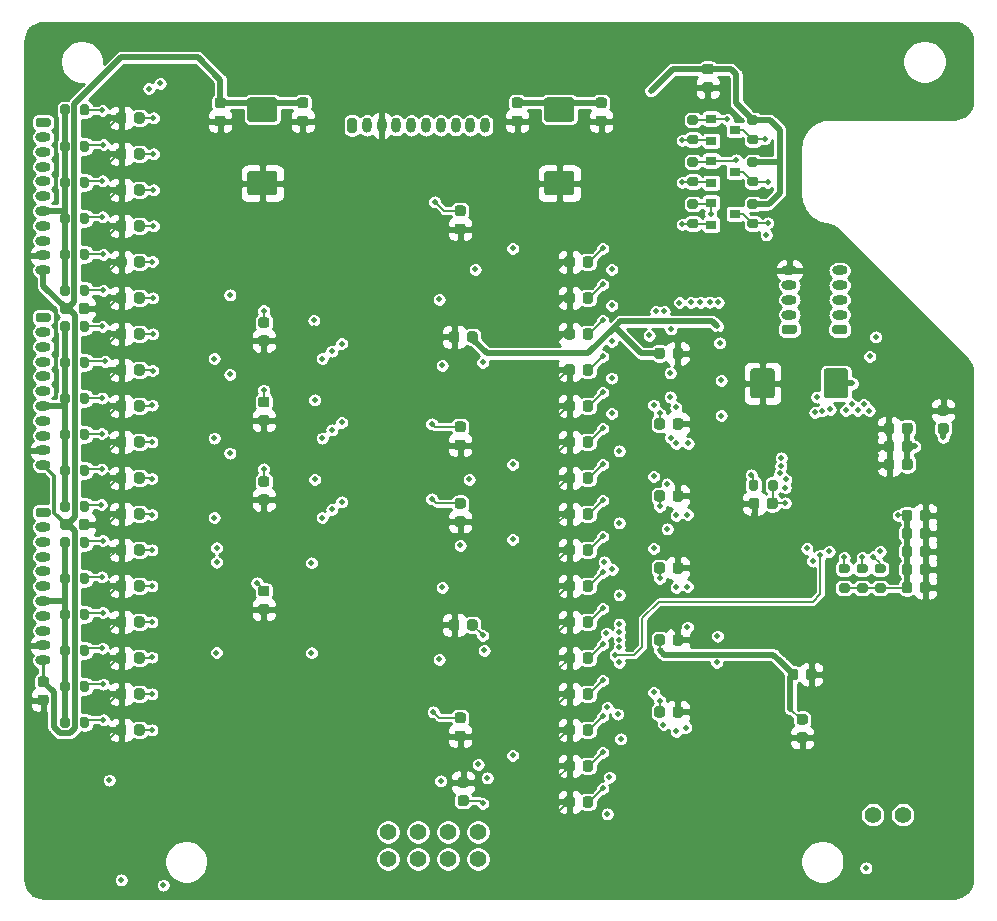
<source format=gbr>
%TF.GenerationSoftware,KiCad,Pcbnew,(5.1.10)-1*%
%TF.CreationDate,2023-09-08T21:34:54-05:00*%
%TF.ProjectId,brs_flight_computer,6272735f-666c-4696-9768-745f636f6d70,A*%
%TF.SameCoordinates,Original*%
%TF.FileFunction,Copper,L4,Bot*%
%TF.FilePolarity,Positive*%
%FSLAX46Y46*%
G04 Gerber Fmt 4.6, Leading zero omitted, Abs format (unit mm)*
G04 Created by KiCad (PCBNEW (5.1.10)-1) date 2023-09-08 21:34:54*
%MOMM*%
%LPD*%
G01*
G04 APERTURE LIST*
%TA.AperFunction,ComponentPad*%
%ADD10O,0.800000X1.300000*%
%TD*%
%TA.AperFunction,ComponentPad*%
%ADD11C,1.400000*%
%TD*%
%TA.AperFunction,ComponentPad*%
%ADD12O,1.300000X0.800000*%
%TD*%
%TA.AperFunction,SMDPad,CuDef*%
%ADD13R,0.900000X0.800000*%
%TD*%
%TA.AperFunction,ViaPad*%
%ADD14C,0.508000*%
%TD*%
%TA.AperFunction,Conductor*%
%ADD15C,0.152400*%
%TD*%
%TA.AperFunction,Conductor*%
%ADD16C,0.508000*%
%TD*%
%TA.AperFunction,Conductor*%
%ADD17C,0.254000*%
%TD*%
%TA.AperFunction,Conductor*%
%ADD18C,0.304800*%
%TD*%
%TA.AperFunction,Conductor*%
%ADD19C,0.100000*%
%TD*%
G04 APERTURE END LIST*
%TO.P,R48,2*%
%TO.N,Net-(R48-Pad2)*%
%TA.AperFunction,SMDPad,CuDef*%
G36*
G01*
X118408000Y-117877000D02*
X118408000Y-117327000D01*
G75*
G02*
X118608000Y-117127000I200000J0D01*
G01*
X119008000Y-117127000D01*
G75*
G02*
X119208000Y-117327000I0J-200000D01*
G01*
X119208000Y-117877000D01*
G75*
G02*
X119008000Y-118077000I-200000J0D01*
G01*
X118608000Y-118077000D01*
G75*
G02*
X118408000Y-117877000I0J200000D01*
G01*
G37*
%TD.AperFunction*%
%TO.P,R48,1*%
%TO.N,P3_CP*%
%TA.AperFunction,SMDPad,CuDef*%
G36*
G01*
X116758000Y-117877000D02*
X116758000Y-117327000D01*
G75*
G02*
X116958000Y-117127000I200000J0D01*
G01*
X117358000Y-117127000D01*
G75*
G02*
X117558000Y-117327000I0J-200000D01*
G01*
X117558000Y-117877000D01*
G75*
G02*
X117358000Y-118077000I-200000J0D01*
G01*
X116958000Y-118077000D01*
G75*
G02*
X116758000Y-117877000I0J200000D01*
G01*
G37*
%TD.AperFunction*%
%TD*%
%TO.P,R47,2*%
%TO.N,Net-(R47-Pad2)*%
%TA.AperFunction,SMDPad,CuDef*%
G36*
G01*
X118408000Y-120925000D02*
X118408000Y-120375000D01*
G75*
G02*
X118608000Y-120175000I200000J0D01*
G01*
X119008000Y-120175000D01*
G75*
G02*
X119208000Y-120375000I0J-200000D01*
G01*
X119208000Y-120925000D01*
G75*
G02*
X119008000Y-121125000I-200000J0D01*
G01*
X118608000Y-121125000D01*
G75*
G02*
X118408000Y-120925000I0J200000D01*
G01*
G37*
%TD.AperFunction*%
%TO.P,R47,1*%
%TO.N,P3_CP*%
%TA.AperFunction,SMDPad,CuDef*%
G36*
G01*
X116758000Y-120925000D02*
X116758000Y-120375000D01*
G75*
G02*
X116958000Y-120175000I200000J0D01*
G01*
X117358000Y-120175000D01*
G75*
G02*
X117558000Y-120375000I0J-200000D01*
G01*
X117558000Y-120925000D01*
G75*
G02*
X117358000Y-121125000I-200000J0D01*
G01*
X116958000Y-121125000D01*
G75*
G02*
X116758000Y-120925000I0J200000D01*
G01*
G37*
%TD.AperFunction*%
%TD*%
%TO.P,R45,2*%
%TO.N,Net-(R45-Pad2)*%
%TA.AperFunction,SMDPad,CuDef*%
G36*
G01*
X118408000Y-123973000D02*
X118408000Y-123423000D01*
G75*
G02*
X118608000Y-123223000I200000J0D01*
G01*
X119008000Y-123223000D01*
G75*
G02*
X119208000Y-123423000I0J-200000D01*
G01*
X119208000Y-123973000D01*
G75*
G02*
X119008000Y-124173000I-200000J0D01*
G01*
X118608000Y-124173000D01*
G75*
G02*
X118408000Y-123973000I0J200000D01*
G01*
G37*
%TD.AperFunction*%
%TO.P,R45,1*%
%TO.N,P3_CP*%
%TA.AperFunction,SMDPad,CuDef*%
G36*
G01*
X116758000Y-123973000D02*
X116758000Y-123423000D01*
G75*
G02*
X116958000Y-123223000I200000J0D01*
G01*
X117358000Y-123223000D01*
G75*
G02*
X117558000Y-123423000I0J-200000D01*
G01*
X117558000Y-123973000D01*
G75*
G02*
X117358000Y-124173000I-200000J0D01*
G01*
X116958000Y-124173000D01*
G75*
G02*
X116758000Y-123973000I0J200000D01*
G01*
G37*
%TD.AperFunction*%
%TD*%
%TO.P,R44,2*%
%TO.N,Net-(R44-Pad2)*%
%TA.AperFunction,SMDPad,CuDef*%
G36*
G01*
X118408000Y-127021000D02*
X118408000Y-126471000D01*
G75*
G02*
X118608000Y-126271000I200000J0D01*
G01*
X119008000Y-126271000D01*
G75*
G02*
X119208000Y-126471000I0J-200000D01*
G01*
X119208000Y-127021000D01*
G75*
G02*
X119008000Y-127221000I-200000J0D01*
G01*
X118608000Y-127221000D01*
G75*
G02*
X118408000Y-127021000I0J200000D01*
G01*
G37*
%TD.AperFunction*%
%TO.P,R44,1*%
%TO.N,P3_CP*%
%TA.AperFunction,SMDPad,CuDef*%
G36*
G01*
X116758000Y-127021000D02*
X116758000Y-126471000D01*
G75*
G02*
X116958000Y-126271000I200000J0D01*
G01*
X117358000Y-126271000D01*
G75*
G02*
X117558000Y-126471000I0J-200000D01*
G01*
X117558000Y-127021000D01*
G75*
G02*
X117358000Y-127221000I-200000J0D01*
G01*
X116958000Y-127221000D01*
G75*
G02*
X116758000Y-127021000I0J200000D01*
G01*
G37*
%TD.AperFunction*%
%TD*%
%TO.P,R41,2*%
%TO.N,Net-(R41-Pad2)*%
%TA.AperFunction,SMDPad,CuDef*%
G36*
G01*
X118408000Y-130069000D02*
X118408000Y-129519000D01*
G75*
G02*
X118608000Y-129319000I200000J0D01*
G01*
X119008000Y-129319000D01*
G75*
G02*
X119208000Y-129519000I0J-200000D01*
G01*
X119208000Y-130069000D01*
G75*
G02*
X119008000Y-130269000I-200000J0D01*
G01*
X118608000Y-130269000D01*
G75*
G02*
X118408000Y-130069000I0J200000D01*
G01*
G37*
%TD.AperFunction*%
%TO.P,R41,1*%
%TO.N,P3_CP*%
%TA.AperFunction,SMDPad,CuDef*%
G36*
G01*
X116758000Y-130069000D02*
X116758000Y-129519000D01*
G75*
G02*
X116958000Y-129319000I200000J0D01*
G01*
X117358000Y-129319000D01*
G75*
G02*
X117558000Y-129519000I0J-200000D01*
G01*
X117558000Y-130069000D01*
G75*
G02*
X117358000Y-130269000I-200000J0D01*
G01*
X116958000Y-130269000D01*
G75*
G02*
X116758000Y-130069000I0J200000D01*
G01*
G37*
%TD.AperFunction*%
%TD*%
%TO.P,R40,2*%
%TO.N,Net-(R40-Pad2)*%
%TA.AperFunction,SMDPad,CuDef*%
G36*
G01*
X118408000Y-99589000D02*
X118408000Y-99039000D01*
G75*
G02*
X118608000Y-98839000I200000J0D01*
G01*
X119008000Y-98839000D01*
G75*
G02*
X119208000Y-99039000I0J-200000D01*
G01*
X119208000Y-99589000D01*
G75*
G02*
X119008000Y-99789000I-200000J0D01*
G01*
X118608000Y-99789000D01*
G75*
G02*
X118408000Y-99589000I0J200000D01*
G01*
G37*
%TD.AperFunction*%
%TO.P,R40,1*%
%TO.N,P2_CP*%
%TA.AperFunction,SMDPad,CuDef*%
G36*
G01*
X116758000Y-99589000D02*
X116758000Y-99039000D01*
G75*
G02*
X116958000Y-98839000I200000J0D01*
G01*
X117358000Y-98839000D01*
G75*
G02*
X117558000Y-99039000I0J-200000D01*
G01*
X117558000Y-99589000D01*
G75*
G02*
X117358000Y-99789000I-200000J0D01*
G01*
X116958000Y-99789000D01*
G75*
G02*
X116758000Y-99589000I0J200000D01*
G01*
G37*
%TD.AperFunction*%
%TD*%
%TO.P,R39,2*%
%TO.N,Net-(R39-Pad2)*%
%TA.AperFunction,SMDPad,CuDef*%
G36*
G01*
X118408000Y-102637000D02*
X118408000Y-102087000D01*
G75*
G02*
X118608000Y-101887000I200000J0D01*
G01*
X119008000Y-101887000D01*
G75*
G02*
X119208000Y-102087000I0J-200000D01*
G01*
X119208000Y-102637000D01*
G75*
G02*
X119008000Y-102837000I-200000J0D01*
G01*
X118608000Y-102837000D01*
G75*
G02*
X118408000Y-102637000I0J200000D01*
G01*
G37*
%TD.AperFunction*%
%TO.P,R39,1*%
%TO.N,P2_CP*%
%TA.AperFunction,SMDPad,CuDef*%
G36*
G01*
X116758000Y-102637000D02*
X116758000Y-102087000D01*
G75*
G02*
X116958000Y-101887000I200000J0D01*
G01*
X117358000Y-101887000D01*
G75*
G02*
X117558000Y-102087000I0J-200000D01*
G01*
X117558000Y-102637000D01*
G75*
G02*
X117358000Y-102837000I-200000J0D01*
G01*
X116958000Y-102837000D01*
G75*
G02*
X116758000Y-102637000I0J200000D01*
G01*
G37*
%TD.AperFunction*%
%TD*%
%TO.P,R38,2*%
%TO.N,Net-(R38-Pad2)*%
%TA.AperFunction,SMDPad,CuDef*%
G36*
G01*
X118408000Y-105685000D02*
X118408000Y-105135000D01*
G75*
G02*
X118608000Y-104935000I200000J0D01*
G01*
X119008000Y-104935000D01*
G75*
G02*
X119208000Y-105135000I0J-200000D01*
G01*
X119208000Y-105685000D01*
G75*
G02*
X119008000Y-105885000I-200000J0D01*
G01*
X118608000Y-105885000D01*
G75*
G02*
X118408000Y-105685000I0J200000D01*
G01*
G37*
%TD.AperFunction*%
%TO.P,R38,1*%
%TO.N,P2_CP*%
%TA.AperFunction,SMDPad,CuDef*%
G36*
G01*
X116758000Y-105685000D02*
X116758000Y-105135000D01*
G75*
G02*
X116958000Y-104935000I200000J0D01*
G01*
X117358000Y-104935000D01*
G75*
G02*
X117558000Y-105135000I0J-200000D01*
G01*
X117558000Y-105685000D01*
G75*
G02*
X117358000Y-105885000I-200000J0D01*
G01*
X116958000Y-105885000D01*
G75*
G02*
X116758000Y-105685000I0J200000D01*
G01*
G37*
%TD.AperFunction*%
%TD*%
%TO.P,R29,2*%
%TO.N,Net-(R29-Pad2)*%
%TA.AperFunction,SMDPad,CuDef*%
G36*
G01*
X118408000Y-108733000D02*
X118408000Y-108183000D01*
G75*
G02*
X118608000Y-107983000I200000J0D01*
G01*
X119008000Y-107983000D01*
G75*
G02*
X119208000Y-108183000I0J-200000D01*
G01*
X119208000Y-108733000D01*
G75*
G02*
X119008000Y-108933000I-200000J0D01*
G01*
X118608000Y-108933000D01*
G75*
G02*
X118408000Y-108733000I0J200000D01*
G01*
G37*
%TD.AperFunction*%
%TO.P,R29,1*%
%TO.N,P2_CP*%
%TA.AperFunction,SMDPad,CuDef*%
G36*
G01*
X116758000Y-108733000D02*
X116758000Y-108183000D01*
G75*
G02*
X116958000Y-107983000I200000J0D01*
G01*
X117358000Y-107983000D01*
G75*
G02*
X117558000Y-108183000I0J-200000D01*
G01*
X117558000Y-108733000D01*
G75*
G02*
X117358000Y-108933000I-200000J0D01*
G01*
X116958000Y-108933000D01*
G75*
G02*
X116758000Y-108733000I0J200000D01*
G01*
G37*
%TD.AperFunction*%
%TD*%
%TO.P,R28,2*%
%TO.N,Net-(R28-Pad2)*%
%TA.AperFunction,SMDPad,CuDef*%
G36*
G01*
X118408000Y-111781000D02*
X118408000Y-111231000D01*
G75*
G02*
X118608000Y-111031000I200000J0D01*
G01*
X119008000Y-111031000D01*
G75*
G02*
X119208000Y-111231000I0J-200000D01*
G01*
X119208000Y-111781000D01*
G75*
G02*
X119008000Y-111981000I-200000J0D01*
G01*
X118608000Y-111981000D01*
G75*
G02*
X118408000Y-111781000I0J200000D01*
G01*
G37*
%TD.AperFunction*%
%TO.P,R28,1*%
%TO.N,P2_CP*%
%TA.AperFunction,SMDPad,CuDef*%
G36*
G01*
X116758000Y-111781000D02*
X116758000Y-111231000D01*
G75*
G02*
X116958000Y-111031000I200000J0D01*
G01*
X117358000Y-111031000D01*
G75*
G02*
X117558000Y-111231000I0J-200000D01*
G01*
X117558000Y-111781000D01*
G75*
G02*
X117358000Y-111981000I-200000J0D01*
G01*
X116958000Y-111981000D01*
G75*
G02*
X116758000Y-111781000I0J200000D01*
G01*
G37*
%TD.AperFunction*%
%TD*%
%TO.P,R27,2*%
%TO.N,Net-(R27-Pad2)*%
%TA.AperFunction,SMDPad,CuDef*%
G36*
G01*
X118408000Y-81301000D02*
X118408000Y-80751000D01*
G75*
G02*
X118608000Y-80551000I200000J0D01*
G01*
X119008000Y-80551000D01*
G75*
G02*
X119208000Y-80751000I0J-200000D01*
G01*
X119208000Y-81301000D01*
G75*
G02*
X119008000Y-81501000I-200000J0D01*
G01*
X118608000Y-81501000D01*
G75*
G02*
X118408000Y-81301000I0J200000D01*
G01*
G37*
%TD.AperFunction*%
%TO.P,R27,1*%
%TO.N,P1_CP*%
%TA.AperFunction,SMDPad,CuDef*%
G36*
G01*
X116758000Y-81301000D02*
X116758000Y-80751000D01*
G75*
G02*
X116958000Y-80551000I200000J0D01*
G01*
X117358000Y-80551000D01*
G75*
G02*
X117558000Y-80751000I0J-200000D01*
G01*
X117558000Y-81301000D01*
G75*
G02*
X117358000Y-81501000I-200000J0D01*
G01*
X116958000Y-81501000D01*
G75*
G02*
X116758000Y-81301000I0J200000D01*
G01*
G37*
%TD.AperFunction*%
%TD*%
%TO.P,R26,2*%
%TO.N,Net-(R26-Pad2)*%
%TA.AperFunction,SMDPad,CuDef*%
G36*
G01*
X118408000Y-84349000D02*
X118408000Y-83799000D01*
G75*
G02*
X118608000Y-83599000I200000J0D01*
G01*
X119008000Y-83599000D01*
G75*
G02*
X119208000Y-83799000I0J-200000D01*
G01*
X119208000Y-84349000D01*
G75*
G02*
X119008000Y-84549000I-200000J0D01*
G01*
X118608000Y-84549000D01*
G75*
G02*
X118408000Y-84349000I0J200000D01*
G01*
G37*
%TD.AperFunction*%
%TO.P,R26,1*%
%TO.N,P1_CP*%
%TA.AperFunction,SMDPad,CuDef*%
G36*
G01*
X116758000Y-84349000D02*
X116758000Y-83799000D01*
G75*
G02*
X116958000Y-83599000I200000J0D01*
G01*
X117358000Y-83599000D01*
G75*
G02*
X117558000Y-83799000I0J-200000D01*
G01*
X117558000Y-84349000D01*
G75*
G02*
X117358000Y-84549000I-200000J0D01*
G01*
X116958000Y-84549000D01*
G75*
G02*
X116758000Y-84349000I0J200000D01*
G01*
G37*
%TD.AperFunction*%
%TD*%
%TO.P,R13,2*%
%TO.N,Net-(R13-Pad2)*%
%TA.AperFunction,SMDPad,CuDef*%
G36*
G01*
X118408000Y-87397000D02*
X118408000Y-86847000D01*
G75*
G02*
X118608000Y-86647000I200000J0D01*
G01*
X119008000Y-86647000D01*
G75*
G02*
X119208000Y-86847000I0J-200000D01*
G01*
X119208000Y-87397000D01*
G75*
G02*
X119008000Y-87597000I-200000J0D01*
G01*
X118608000Y-87597000D01*
G75*
G02*
X118408000Y-87397000I0J200000D01*
G01*
G37*
%TD.AperFunction*%
%TO.P,R13,1*%
%TO.N,P1_CP*%
%TA.AperFunction,SMDPad,CuDef*%
G36*
G01*
X116758000Y-87397000D02*
X116758000Y-86847000D01*
G75*
G02*
X116958000Y-86647000I200000J0D01*
G01*
X117358000Y-86647000D01*
G75*
G02*
X117558000Y-86847000I0J-200000D01*
G01*
X117558000Y-87397000D01*
G75*
G02*
X117358000Y-87597000I-200000J0D01*
G01*
X116958000Y-87597000D01*
G75*
G02*
X116758000Y-87397000I0J200000D01*
G01*
G37*
%TD.AperFunction*%
%TD*%
%TO.P,R12,2*%
%TO.N,Net-(R12-Pad2)*%
%TA.AperFunction,SMDPad,CuDef*%
G36*
G01*
X118408000Y-90445000D02*
X118408000Y-89895000D01*
G75*
G02*
X118608000Y-89695000I200000J0D01*
G01*
X119008000Y-89695000D01*
G75*
G02*
X119208000Y-89895000I0J-200000D01*
G01*
X119208000Y-90445000D01*
G75*
G02*
X119008000Y-90645000I-200000J0D01*
G01*
X118608000Y-90645000D01*
G75*
G02*
X118408000Y-90445000I0J200000D01*
G01*
G37*
%TD.AperFunction*%
%TO.P,R12,1*%
%TO.N,P1_CP*%
%TA.AperFunction,SMDPad,CuDef*%
G36*
G01*
X116758000Y-90445000D02*
X116758000Y-89895000D01*
G75*
G02*
X116958000Y-89695000I200000J0D01*
G01*
X117358000Y-89695000D01*
G75*
G02*
X117558000Y-89895000I0J-200000D01*
G01*
X117558000Y-90445000D01*
G75*
G02*
X117358000Y-90645000I-200000J0D01*
G01*
X116958000Y-90645000D01*
G75*
G02*
X116758000Y-90445000I0J200000D01*
G01*
G37*
%TD.AperFunction*%
%TD*%
%TO.P,R11,2*%
%TO.N,Net-(R11-Pad2)*%
%TA.AperFunction,SMDPad,CuDef*%
G36*
G01*
X118408000Y-93493000D02*
X118408000Y-92943000D01*
G75*
G02*
X118608000Y-92743000I200000J0D01*
G01*
X119008000Y-92743000D01*
G75*
G02*
X119208000Y-92943000I0J-200000D01*
G01*
X119208000Y-93493000D01*
G75*
G02*
X119008000Y-93693000I-200000J0D01*
G01*
X118608000Y-93693000D01*
G75*
G02*
X118408000Y-93493000I0J200000D01*
G01*
G37*
%TD.AperFunction*%
%TO.P,R11,1*%
%TO.N,P1_CP*%
%TA.AperFunction,SMDPad,CuDef*%
G36*
G01*
X116758000Y-93493000D02*
X116758000Y-92943000D01*
G75*
G02*
X116958000Y-92743000I200000J0D01*
G01*
X117358000Y-92743000D01*
G75*
G02*
X117558000Y-92943000I0J-200000D01*
G01*
X117558000Y-93493000D01*
G75*
G02*
X117358000Y-93693000I-200000J0D01*
G01*
X116958000Y-93693000D01*
G75*
G02*
X116758000Y-93493000I0J200000D01*
G01*
G37*
%TD.AperFunction*%
%TD*%
%TO.P,R10,2*%
%TO.N,+3V3*%
%TA.AperFunction,SMDPad,CuDef*%
G36*
G01*
X185907000Y-118027000D02*
X186457000Y-118027000D01*
G75*
G02*
X186657000Y-118227000I0J-200000D01*
G01*
X186657000Y-118627000D01*
G75*
G02*
X186457000Y-118827000I-200000J0D01*
G01*
X185907000Y-118827000D01*
G75*
G02*
X185707000Y-118627000I0J200000D01*
G01*
X185707000Y-118227000D01*
G75*
G02*
X185907000Y-118027000I200000J0D01*
G01*
G37*
%TD.AperFunction*%
%TO.P,R10,1*%
%TO.N,/Ground Switcher/GAAS_TEMP*%
%TA.AperFunction,SMDPad,CuDef*%
G36*
G01*
X185907000Y-116377000D02*
X186457000Y-116377000D01*
G75*
G02*
X186657000Y-116577000I0J-200000D01*
G01*
X186657000Y-116977000D01*
G75*
G02*
X186457000Y-117177000I-200000J0D01*
G01*
X185907000Y-117177000D01*
G75*
G02*
X185707000Y-116977000I0J200000D01*
G01*
X185707000Y-116577000D01*
G75*
G02*
X185907000Y-116377000I200000J0D01*
G01*
G37*
%TD.AperFunction*%
%TD*%
%TO.P,C30,2*%
%TO.N,GND*%
%TA.AperFunction,SMDPad,CuDef*%
G36*
G01*
X133735000Y-97035500D02*
X134235000Y-97035500D01*
G75*
G02*
X134460000Y-97260500I0J-225000D01*
G01*
X134460000Y-97710500D01*
G75*
G02*
X134235000Y-97935500I-225000J0D01*
G01*
X133735000Y-97935500D01*
G75*
G02*
X133510000Y-97710500I0J225000D01*
G01*
X133510000Y-97260500D01*
G75*
G02*
X133735000Y-97035500I225000J0D01*
G01*
G37*
%TD.AperFunction*%
%TO.P,C30,1*%
%TO.N,+3V3*%
%TA.AperFunction,SMDPad,CuDef*%
G36*
G01*
X133735000Y-95485500D02*
X134235000Y-95485500D01*
G75*
G02*
X134460000Y-95710500I0J-225000D01*
G01*
X134460000Y-96160500D01*
G75*
G02*
X134235000Y-96385500I-225000J0D01*
G01*
X133735000Y-96385500D01*
G75*
G02*
X133510000Y-96160500I0J225000D01*
G01*
X133510000Y-95710500D01*
G75*
G02*
X133735000Y-95485500I225000J0D01*
G01*
G37*
%TD.AperFunction*%
%TD*%
%TO.P,C1,2*%
%TO.N,GND*%
%TA.AperFunction,SMDPad,CuDef*%
G36*
G01*
X187368000Y-104652000D02*
X187368000Y-105152000D01*
G75*
G02*
X187143000Y-105377000I-225000J0D01*
G01*
X186693000Y-105377000D01*
G75*
G02*
X186468000Y-105152000I0J225000D01*
G01*
X186468000Y-104652000D01*
G75*
G02*
X186693000Y-104427000I225000J0D01*
G01*
X187143000Y-104427000D01*
G75*
G02*
X187368000Y-104652000I0J-225000D01*
G01*
G37*
%TD.AperFunction*%
%TO.P,C1,1*%
%TO.N,VAA*%
%TA.AperFunction,SMDPad,CuDef*%
G36*
G01*
X188918000Y-104652000D02*
X188918000Y-105152000D01*
G75*
G02*
X188693000Y-105377000I-225000J0D01*
G01*
X188243000Y-105377000D01*
G75*
G02*
X188018000Y-105152000I0J225000D01*
G01*
X188018000Y-104652000D01*
G75*
G02*
X188243000Y-104427000I225000J0D01*
G01*
X188693000Y-104427000D01*
G75*
G02*
X188918000Y-104652000I0J-225000D01*
G01*
G37*
%TD.AperFunction*%
%TD*%
%TO.P,C29,2*%
%TO.N,GND*%
%TA.AperFunction,SMDPad,CuDef*%
G36*
G01*
X115066000Y-127452000D02*
X115566000Y-127452000D01*
G75*
G02*
X115791000Y-127677000I0J-225000D01*
G01*
X115791000Y-128127000D01*
G75*
G02*
X115566000Y-128352000I-225000J0D01*
G01*
X115066000Y-128352000D01*
G75*
G02*
X114841000Y-128127000I0J225000D01*
G01*
X114841000Y-127677000D01*
G75*
G02*
X115066000Y-127452000I225000J0D01*
G01*
G37*
%TD.AperFunction*%
%TO.P,C29,1*%
%TO.N,VBUS*%
%TA.AperFunction,SMDPad,CuDef*%
G36*
G01*
X115066000Y-125902000D02*
X115566000Y-125902000D01*
G75*
G02*
X115791000Y-126127000I0J-225000D01*
G01*
X115791000Y-126577000D01*
G75*
G02*
X115566000Y-126802000I-225000J0D01*
G01*
X115066000Y-126802000D01*
G75*
G02*
X114841000Y-126577000I0J225000D01*
G01*
X114841000Y-126127000D01*
G75*
G02*
X115066000Y-125902000I225000J0D01*
G01*
G37*
%TD.AperFunction*%
%TD*%
%TO.P,C28,2*%
%TO.N,GND*%
%TA.AperFunction,SMDPad,CuDef*%
G36*
G01*
X118308000Y-94992000D02*
X118308000Y-94492000D01*
G75*
G02*
X118533000Y-94267000I225000J0D01*
G01*
X118983000Y-94267000D01*
G75*
G02*
X119208000Y-94492000I0J-225000D01*
G01*
X119208000Y-94992000D01*
G75*
G02*
X118983000Y-95217000I-225000J0D01*
G01*
X118533000Y-95217000D01*
G75*
G02*
X118308000Y-94992000I0J225000D01*
G01*
G37*
%TD.AperFunction*%
%TO.P,C28,1*%
%TO.N,VBUS*%
%TA.AperFunction,SMDPad,CuDef*%
G36*
G01*
X116758000Y-94992000D02*
X116758000Y-94492000D01*
G75*
G02*
X116983000Y-94267000I225000J0D01*
G01*
X117433000Y-94267000D01*
G75*
G02*
X117658000Y-94492000I0J-225000D01*
G01*
X117658000Y-94992000D01*
G75*
G02*
X117433000Y-95217000I-225000J0D01*
G01*
X116983000Y-95217000D01*
G75*
G02*
X116758000Y-94992000I0J225000D01*
G01*
G37*
%TD.AperFunction*%
%TD*%
%TO.P,C17,2*%
%TO.N,GND*%
%TA.AperFunction,SMDPad,CuDef*%
G36*
G01*
X118308000Y-113280000D02*
X118308000Y-112780000D01*
G75*
G02*
X118533000Y-112555000I225000J0D01*
G01*
X118983000Y-112555000D01*
G75*
G02*
X119208000Y-112780000I0J-225000D01*
G01*
X119208000Y-113280000D01*
G75*
G02*
X118983000Y-113505000I-225000J0D01*
G01*
X118533000Y-113505000D01*
G75*
G02*
X118308000Y-113280000I0J225000D01*
G01*
G37*
%TD.AperFunction*%
%TO.P,C17,1*%
%TO.N,VBUS*%
%TA.AperFunction,SMDPad,CuDef*%
G36*
G01*
X116758000Y-113280000D02*
X116758000Y-112780000D01*
G75*
G02*
X116983000Y-112555000I225000J0D01*
G01*
X117433000Y-112555000D01*
G75*
G02*
X117658000Y-112780000I0J-225000D01*
G01*
X117658000Y-113280000D01*
G75*
G02*
X117433000Y-113505000I-225000J0D01*
G01*
X116983000Y-113505000D01*
G75*
G02*
X116758000Y-113280000I0J225000D01*
G01*
G37*
%TD.AperFunction*%
%TD*%
D10*
%TO.P,J3,10*%
%TO.N,/Microcontroller/NC_V*%
X152728000Y-79248000D03*
%TO.P,J3,9*%
%TO.N,/Microcontroller/NO_V*%
X151478000Y-79248000D03*
%TO.P,J3,8*%
%TO.N,/Microcontroller/UNSET*%
X150228000Y-79248000D03*
%TO.P,J3,7*%
%TO.N,/Microcontroller/SET*%
X148978000Y-79248000D03*
%TO.P,J3,6*%
%TO.N,/Microcontroller/MAG_INT*%
X147728000Y-79248000D03*
%TO.P,J3,5*%
%TO.N,/Ground Switcher/SDA*%
X146478000Y-79248000D03*
%TO.P,J3,4*%
%TO.N,/Ground Switcher/SCL*%
X145228000Y-79248000D03*
%TO.P,J3,3*%
%TO.N,GND*%
X143978000Y-79248000D03*
%TO.P,J3,2*%
%TO.N,VPP*%
X142728000Y-79248000D03*
%TO.P,J3,1*%
%TO.N,VDDF*%
%TA.AperFunction,ComponentPad*%
G36*
G01*
X141078000Y-79698000D02*
X141078000Y-78798000D01*
G75*
G02*
X141278000Y-78598000I200000J0D01*
G01*
X141678000Y-78598000D01*
G75*
G02*
X141878000Y-78798000I0J-200000D01*
G01*
X141878000Y-79698000D01*
G75*
G02*
X141678000Y-79898000I-200000J0D01*
G01*
X141278000Y-79898000D01*
G75*
G02*
X141078000Y-79698000I0J200000D01*
G01*
G37*
%TD.AperFunction*%
%TD*%
D11*
%TO.P,TP24,2*%
%TO.N,Net-(R52-Pad2)*%
X185547000Y-137604500D03*
%TO.P,TP24,1*%
%TO.N,Net-(J5-Pad3)*%
X188087000Y-137604500D03*
%TD*%
%TO.P,TP17,2*%
%TO.N,Net-(R33-Pad1)*%
X152146000Y-141351000D03*
%TO.P,TP17,1*%
%TO.N,P3_CP*%
X149606000Y-141351000D03*
%TD*%
%TO.P,TP16,2*%
%TO.N,Net-(R32-Pad2)*%
X147066000Y-141351000D03*
%TO.P,TP16,1*%
%TO.N,P2_CP*%
X144526000Y-141351000D03*
%TD*%
%TO.P,TP7,2*%
%TO.N,Net-(R17-Pad1)*%
X147066000Y-139065000D03*
%TO.P,TP7,1*%
%TO.N,P1_CP*%
X144526000Y-139065000D03*
%TD*%
%TO.P,TP6,2*%
%TO.N,Net-(R16-Pad2)*%
X152146000Y-139065000D03*
%TO.P,TP6,1*%
%TO.N,/Curve Tracer/GAAS_POS*%
X149606000Y-139065000D03*
%TD*%
D12*
%TO.P,J2,5*%
%TO.N,GND*%
X178498500Y-91520000D03*
%TO.P,J2,4*%
%TO.N,PAYLOAD_RST*%
X178498500Y-92770000D03*
%TO.P,J2,3*%
%TO.N,TEST*%
X178498500Y-94020000D03*
%TO.P,J2,2*%
%TO.N,TCK*%
X178498500Y-95270000D03*
%TO.P,J2,1*%
%TO.N,TMS*%
%TA.AperFunction,ComponentPad*%
G36*
G01*
X178948500Y-96920000D02*
X178048500Y-96920000D01*
G75*
G02*
X177848500Y-96720000I0J200000D01*
G01*
X177848500Y-96320000D01*
G75*
G02*
X178048500Y-96120000I200000J0D01*
G01*
X178948500Y-96120000D01*
G75*
G02*
X179148500Y-96320000I0J-200000D01*
G01*
X179148500Y-96720000D01*
G75*
G02*
X178948500Y-96920000I-200000J0D01*
G01*
G37*
%TD.AperFunction*%
%TD*%
%TO.P,J1,5*%
%TO.N,TDI*%
X182753000Y-91520000D03*
%TO.P,J1,4*%
%TO.N,TDO*%
X182753000Y-92770000D03*
%TO.P,J1,3*%
%TO.N,TX_OUT*%
X182753000Y-94020000D03*
%TO.P,J1,2*%
%TO.N,RX_IN*%
X182753000Y-95270000D03*
%TO.P,J1,1*%
%TO.N,+3V3*%
%TA.AperFunction,ComponentPad*%
G36*
G01*
X183203000Y-96920000D02*
X182303000Y-96920000D01*
G75*
G02*
X182103000Y-96720000I0J200000D01*
G01*
X182103000Y-96320000D01*
G75*
G02*
X182303000Y-96120000I200000J0D01*
G01*
X183203000Y-96120000D01*
G75*
G02*
X183403000Y-96320000I0J-200000D01*
G01*
X183403000Y-96720000D01*
G75*
G02*
X183203000Y-96920000I-200000J0D01*
G01*
G37*
%TD.AperFunction*%
%TD*%
%TO.P,J14,11*%
%TO.N,VBUS*%
X115316000Y-108004000D03*
%TO.P,J14,10*%
%TO.N,GND*%
X115316000Y-106754000D03*
%TO.P,J14,9*%
%TO.N,/Ground Switcher/SCL*%
X115316000Y-105504000D03*
%TO.P,J14,8*%
%TO.N,/Ground Switcher/SDA*%
X115316000Y-104254000D03*
%TO.P,J14,7*%
%TO.N,P2_CP*%
X115316000Y-103004000D03*
%TO.P,J14,6*%
%TO.N,P2_P1*%
X115316000Y-101754000D03*
%TO.P,J14,5*%
%TO.N,P2_P2*%
X115316000Y-100504000D03*
%TO.P,J14,4*%
%TO.N,P2_P3*%
X115316000Y-99254000D03*
%TO.P,J14,3*%
%TO.N,P2_P6*%
X115316000Y-98004000D03*
%TO.P,J14,2*%
%TO.N,P2_P5*%
X115316000Y-96754000D03*
%TO.P,J14,1*%
%TO.N,P2_P4*%
%TA.AperFunction,ComponentPad*%
G36*
G01*
X114866000Y-95104000D02*
X115766000Y-95104000D01*
G75*
G02*
X115966000Y-95304000I0J-200000D01*
G01*
X115966000Y-95704000D01*
G75*
G02*
X115766000Y-95904000I-200000J0D01*
G01*
X114866000Y-95904000D01*
G75*
G02*
X114666000Y-95704000I0J200000D01*
G01*
X114666000Y-95304000D01*
G75*
G02*
X114866000Y-95104000I200000J0D01*
G01*
G37*
%TD.AperFunction*%
%TD*%
%TO.P,J13,11*%
%TO.N,VBUS*%
X115316000Y-91494000D03*
%TO.P,J13,10*%
%TO.N,GND*%
X115316000Y-90244000D03*
%TO.P,J13,9*%
%TO.N,/Ground Switcher/SCL*%
X115316000Y-88994000D03*
%TO.P,J13,8*%
%TO.N,/Ground Switcher/SDA*%
X115316000Y-87744000D03*
%TO.P,J13,7*%
%TO.N,P1_CP*%
X115316000Y-86494000D03*
%TO.P,J13,6*%
%TO.N,P1_P1*%
X115316000Y-85244000D03*
%TO.P,J13,5*%
%TO.N,P1_P2*%
X115316000Y-83994000D03*
%TO.P,J13,4*%
%TO.N,P1_P3*%
X115316000Y-82744000D03*
%TO.P,J13,3*%
%TO.N,P1_P6*%
X115316000Y-81494000D03*
%TO.P,J13,2*%
%TO.N,P1_P5*%
X115316000Y-80244000D03*
%TO.P,J13,1*%
%TO.N,P1_P4*%
%TA.AperFunction,ComponentPad*%
G36*
G01*
X114866000Y-78594000D02*
X115766000Y-78594000D01*
G75*
G02*
X115966000Y-78794000I0J-200000D01*
G01*
X115966000Y-79194000D01*
G75*
G02*
X115766000Y-79394000I-200000J0D01*
G01*
X114866000Y-79394000D01*
G75*
G02*
X114666000Y-79194000I0J200000D01*
G01*
X114666000Y-78794000D01*
G75*
G02*
X114866000Y-78594000I200000J0D01*
G01*
G37*
%TD.AperFunction*%
%TD*%
%TO.P,J10,11*%
%TO.N,VBUS*%
X115316000Y-124514000D03*
%TO.P,J10,10*%
%TO.N,GND*%
X115316000Y-123264000D03*
%TO.P,J10,9*%
%TO.N,/Ground Switcher/SCL*%
X115316000Y-122014000D03*
%TO.P,J10,8*%
%TO.N,/Ground Switcher/SDA*%
X115316000Y-120764000D03*
%TO.P,J10,7*%
%TO.N,P3_CP*%
X115316000Y-119514000D03*
%TO.P,J10,6*%
%TO.N,P3_P1*%
X115316000Y-118264000D03*
%TO.P,J10,5*%
%TO.N,P3_P2*%
X115316000Y-117014000D03*
%TO.P,J10,4*%
%TO.N,P3_P3*%
X115316000Y-115764000D03*
%TO.P,J10,3*%
%TO.N,P3_P6*%
X115316000Y-114514000D03*
%TO.P,J10,2*%
%TO.N,P3_P5*%
X115316000Y-113264000D03*
%TO.P,J10,1*%
%TO.N,P3_P4*%
%TA.AperFunction,ComponentPad*%
G36*
G01*
X114866000Y-111614000D02*
X115766000Y-111614000D01*
G75*
G02*
X115966000Y-111814000I0J-200000D01*
G01*
X115966000Y-112214000D01*
G75*
G02*
X115766000Y-112414000I-200000J0D01*
G01*
X114866000Y-112414000D01*
G75*
G02*
X114666000Y-112214000I0J200000D01*
G01*
X114666000Y-111814000D01*
G75*
G02*
X114866000Y-111614000I200000J0D01*
G01*
G37*
%TD.AperFunction*%
%TD*%
%TO.P,R80,2*%
%TO.N,+5V*%
%TA.AperFunction,SMDPad,CuDef*%
G36*
G01*
X175674700Y-79191300D02*
X175124700Y-79191300D01*
G75*
G02*
X174924700Y-78991300I0J200000D01*
G01*
X174924700Y-78591300D01*
G75*
G02*
X175124700Y-78391300I200000J0D01*
G01*
X175674700Y-78391300D01*
G75*
G02*
X175874700Y-78591300I0J-200000D01*
G01*
X175874700Y-78991300D01*
G75*
G02*
X175674700Y-79191300I-200000J0D01*
G01*
G37*
%TD.AperFunction*%
%TO.P,R80,1*%
%TO.N,Net-(J21-Pad5)*%
%TA.AperFunction,SMDPad,CuDef*%
G36*
G01*
X175674700Y-80841300D02*
X175124700Y-80841300D01*
G75*
G02*
X174924700Y-80641300I0J200000D01*
G01*
X174924700Y-80241300D01*
G75*
G02*
X175124700Y-80041300I200000J0D01*
G01*
X175674700Y-80041300D01*
G75*
G02*
X175874700Y-80241300I0J-200000D01*
G01*
X175874700Y-80641300D01*
G75*
G02*
X175674700Y-80841300I-200000J0D01*
G01*
G37*
%TD.AperFunction*%
%TD*%
%TO.P,R78,2*%
%TO.N,+3V3*%
%TA.AperFunction,SMDPad,CuDef*%
G36*
G01*
X170044700Y-80041300D02*
X170594700Y-80041300D01*
G75*
G02*
X170794700Y-80241300I0J-200000D01*
G01*
X170794700Y-80641300D01*
G75*
G02*
X170594700Y-80841300I-200000J0D01*
G01*
X170044700Y-80841300D01*
G75*
G02*
X169844700Y-80641300I0J200000D01*
G01*
X169844700Y-80241300D01*
G75*
G02*
X170044700Y-80041300I200000J0D01*
G01*
G37*
%TD.AperFunction*%
%TO.P,R78,1*%
%TO.N,/EPS Connections/RX*%
%TA.AperFunction,SMDPad,CuDef*%
G36*
G01*
X170044700Y-78391300D02*
X170594700Y-78391300D01*
G75*
G02*
X170794700Y-78591300I0J-200000D01*
G01*
X170794700Y-78991300D01*
G75*
G02*
X170594700Y-79191300I-200000J0D01*
G01*
X170044700Y-79191300D01*
G75*
G02*
X169844700Y-78991300I0J200000D01*
G01*
X169844700Y-78591300D01*
G75*
G02*
X170044700Y-78391300I200000J0D01*
G01*
G37*
%TD.AperFunction*%
%TD*%
%TO.P,R77,2*%
%TO.N,+5V*%
%TA.AperFunction,SMDPad,CuDef*%
G36*
G01*
X175674700Y-82747300D02*
X175124700Y-82747300D01*
G75*
G02*
X174924700Y-82547300I0J200000D01*
G01*
X174924700Y-82147300D01*
G75*
G02*
X175124700Y-81947300I200000J0D01*
G01*
X175674700Y-81947300D01*
G75*
G02*
X175874700Y-82147300I0J-200000D01*
G01*
X175874700Y-82547300D01*
G75*
G02*
X175674700Y-82747300I-200000J0D01*
G01*
G37*
%TD.AperFunction*%
%TO.P,R77,1*%
%TO.N,Net-(J21-Pad4)*%
%TA.AperFunction,SMDPad,CuDef*%
G36*
G01*
X175674700Y-84397300D02*
X175124700Y-84397300D01*
G75*
G02*
X174924700Y-84197300I0J200000D01*
G01*
X174924700Y-83797300D01*
G75*
G02*
X175124700Y-83597300I200000J0D01*
G01*
X175674700Y-83597300D01*
G75*
G02*
X175874700Y-83797300I0J-200000D01*
G01*
X175874700Y-84197300D01*
G75*
G02*
X175674700Y-84397300I-200000J0D01*
G01*
G37*
%TD.AperFunction*%
%TD*%
%TO.P,R76,2*%
%TO.N,+3V3*%
%TA.AperFunction,SMDPad,CuDef*%
G36*
G01*
X170044700Y-83597300D02*
X170594700Y-83597300D01*
G75*
G02*
X170794700Y-83797300I0J-200000D01*
G01*
X170794700Y-84197300D01*
G75*
G02*
X170594700Y-84397300I-200000J0D01*
G01*
X170044700Y-84397300D01*
G75*
G02*
X169844700Y-84197300I0J200000D01*
G01*
X169844700Y-83797300D01*
G75*
G02*
X170044700Y-83597300I200000J0D01*
G01*
G37*
%TD.AperFunction*%
%TO.P,R76,1*%
%TO.N,/EPS Connections/TX*%
%TA.AperFunction,SMDPad,CuDef*%
G36*
G01*
X170044700Y-81947300D02*
X170594700Y-81947300D01*
G75*
G02*
X170794700Y-82147300I0J-200000D01*
G01*
X170794700Y-82547300D01*
G75*
G02*
X170594700Y-82747300I-200000J0D01*
G01*
X170044700Y-82747300D01*
G75*
G02*
X169844700Y-82547300I0J200000D01*
G01*
X169844700Y-82147300D01*
G75*
G02*
X170044700Y-81947300I200000J0D01*
G01*
G37*
%TD.AperFunction*%
%TD*%
%TO.P,R75,2*%
%TO.N,+5V*%
%TA.AperFunction,SMDPad,CuDef*%
G36*
G01*
X175674700Y-86303300D02*
X175124700Y-86303300D01*
G75*
G02*
X174924700Y-86103300I0J200000D01*
G01*
X174924700Y-85703300D01*
G75*
G02*
X175124700Y-85503300I200000J0D01*
G01*
X175674700Y-85503300D01*
G75*
G02*
X175874700Y-85703300I0J-200000D01*
G01*
X175874700Y-86103300D01*
G75*
G02*
X175674700Y-86303300I-200000J0D01*
G01*
G37*
%TD.AperFunction*%
%TO.P,R75,1*%
%TO.N,Net-(J21-Pad3)*%
%TA.AperFunction,SMDPad,CuDef*%
G36*
G01*
X175674700Y-87953300D02*
X175124700Y-87953300D01*
G75*
G02*
X174924700Y-87753300I0J200000D01*
G01*
X174924700Y-87353300D01*
G75*
G02*
X175124700Y-87153300I200000J0D01*
G01*
X175674700Y-87153300D01*
G75*
G02*
X175874700Y-87353300I0J-200000D01*
G01*
X175874700Y-87753300D01*
G75*
G02*
X175674700Y-87953300I-200000J0D01*
G01*
G37*
%TD.AperFunction*%
%TD*%
%TO.P,R74,2*%
%TO.N,+3V3*%
%TA.AperFunction,SMDPad,CuDef*%
G36*
G01*
X170044700Y-87153300D02*
X170594700Y-87153300D01*
G75*
G02*
X170794700Y-87353300I0J-200000D01*
G01*
X170794700Y-87753300D01*
G75*
G02*
X170594700Y-87953300I-200000J0D01*
G01*
X170044700Y-87953300D01*
G75*
G02*
X169844700Y-87753300I0J200000D01*
G01*
X169844700Y-87353300D01*
G75*
G02*
X170044700Y-87153300I200000J0D01*
G01*
G37*
%TD.AperFunction*%
%TO.P,R74,1*%
%TO.N,/EPS Connections/BUSY*%
%TA.AperFunction,SMDPad,CuDef*%
G36*
G01*
X170044700Y-85503300D02*
X170594700Y-85503300D01*
G75*
G02*
X170794700Y-85703300I0J-200000D01*
G01*
X170794700Y-86103300D01*
G75*
G02*
X170594700Y-86303300I-200000J0D01*
G01*
X170044700Y-86303300D01*
G75*
G02*
X169844700Y-86103300I0J200000D01*
G01*
X169844700Y-85703300D01*
G75*
G02*
X170044700Y-85503300I200000J0D01*
G01*
G37*
%TD.AperFunction*%
%TD*%
%TO.P,R73,2*%
%TO.N,Net-(R73-Pad2)*%
%TA.AperFunction,SMDPad,CuDef*%
G36*
G01*
X118408000Y-114829000D02*
X118408000Y-114279000D01*
G75*
G02*
X118608000Y-114079000I200000J0D01*
G01*
X119008000Y-114079000D01*
G75*
G02*
X119208000Y-114279000I0J-200000D01*
G01*
X119208000Y-114829000D01*
G75*
G02*
X119008000Y-115029000I-200000J0D01*
G01*
X118608000Y-115029000D01*
G75*
G02*
X118408000Y-114829000I0J200000D01*
G01*
G37*
%TD.AperFunction*%
%TO.P,R73,1*%
%TO.N,P3_CP*%
%TA.AperFunction,SMDPad,CuDef*%
G36*
G01*
X116758000Y-114829000D02*
X116758000Y-114279000D01*
G75*
G02*
X116958000Y-114079000I200000J0D01*
G01*
X117358000Y-114079000D01*
G75*
G02*
X117558000Y-114279000I0J-200000D01*
G01*
X117558000Y-114829000D01*
G75*
G02*
X117358000Y-115029000I-200000J0D01*
G01*
X116958000Y-115029000D01*
G75*
G02*
X116758000Y-114829000I0J200000D01*
G01*
G37*
%TD.AperFunction*%
%TD*%
%TO.P,R72,2*%
%TO.N,Net-(R72-Pad2)*%
%TA.AperFunction,SMDPad,CuDef*%
G36*
G01*
X118408000Y-96541000D02*
X118408000Y-95991000D01*
G75*
G02*
X118608000Y-95791000I200000J0D01*
G01*
X119008000Y-95791000D01*
G75*
G02*
X119208000Y-95991000I0J-200000D01*
G01*
X119208000Y-96541000D01*
G75*
G02*
X119008000Y-96741000I-200000J0D01*
G01*
X118608000Y-96741000D01*
G75*
G02*
X118408000Y-96541000I0J200000D01*
G01*
G37*
%TD.AperFunction*%
%TO.P,R72,1*%
%TO.N,P2_CP*%
%TA.AperFunction,SMDPad,CuDef*%
G36*
G01*
X116758000Y-96541000D02*
X116758000Y-95991000D01*
G75*
G02*
X116958000Y-95791000I200000J0D01*
G01*
X117358000Y-95791000D01*
G75*
G02*
X117558000Y-95991000I0J-200000D01*
G01*
X117558000Y-96541000D01*
G75*
G02*
X117358000Y-96741000I-200000J0D01*
G01*
X116958000Y-96741000D01*
G75*
G02*
X116758000Y-96541000I0J200000D01*
G01*
G37*
%TD.AperFunction*%
%TD*%
%TO.P,R71,2*%
%TO.N,Net-(R71-Pad2)*%
%TA.AperFunction,SMDPad,CuDef*%
G36*
G01*
X118408000Y-78189500D02*
X118408000Y-77639500D01*
G75*
G02*
X118608000Y-77439500I200000J0D01*
G01*
X119008000Y-77439500D01*
G75*
G02*
X119208000Y-77639500I0J-200000D01*
G01*
X119208000Y-78189500D01*
G75*
G02*
X119008000Y-78389500I-200000J0D01*
G01*
X118608000Y-78389500D01*
G75*
G02*
X118408000Y-78189500I0J200000D01*
G01*
G37*
%TD.AperFunction*%
%TO.P,R71,1*%
%TO.N,P1_CP*%
%TA.AperFunction,SMDPad,CuDef*%
G36*
G01*
X116758000Y-78189500D02*
X116758000Y-77639500D01*
G75*
G02*
X116958000Y-77439500I200000J0D01*
G01*
X117358000Y-77439500D01*
G75*
G02*
X117558000Y-77639500I0J-200000D01*
G01*
X117558000Y-78189500D01*
G75*
G02*
X117358000Y-78389500I-200000J0D01*
G01*
X116958000Y-78389500D01*
G75*
G02*
X116758000Y-78189500I0J200000D01*
G01*
G37*
%TD.AperFunction*%
%TD*%
%TO.P,R3,2*%
%TO.N,+3V3*%
%TA.AperFunction,SMDPad,CuDef*%
G36*
G01*
X175851000Y-109453000D02*
X175851000Y-110003000D01*
G75*
G02*
X175651000Y-110203000I-200000J0D01*
G01*
X175251000Y-110203000D01*
G75*
G02*
X175051000Y-110003000I0J200000D01*
G01*
X175051000Y-109453000D01*
G75*
G02*
X175251000Y-109253000I200000J0D01*
G01*
X175651000Y-109253000D01*
G75*
G02*
X175851000Y-109453000I0J-200000D01*
G01*
G37*
%TD.AperFunction*%
%TO.P,R3,1*%
%TO.N,PAYLOAD_RST*%
%TA.AperFunction,SMDPad,CuDef*%
G36*
G01*
X177501000Y-109453000D02*
X177501000Y-110003000D01*
G75*
G02*
X177301000Y-110203000I-200000J0D01*
G01*
X176901000Y-110203000D01*
G75*
G02*
X176701000Y-110003000I0J200000D01*
G01*
X176701000Y-109453000D01*
G75*
G02*
X176901000Y-109253000I200000J0D01*
G01*
X177301000Y-109253000D01*
G75*
G02*
X177501000Y-109453000I0J-200000D01*
G01*
G37*
%TD.AperFunction*%
%TD*%
%TO.P,R2,2*%
%TO.N,+3V3*%
%TA.AperFunction,SMDPad,CuDef*%
G36*
G01*
X184383000Y-118027000D02*
X184933000Y-118027000D01*
G75*
G02*
X185133000Y-118227000I0J-200000D01*
G01*
X185133000Y-118627000D01*
G75*
G02*
X184933000Y-118827000I-200000J0D01*
G01*
X184383000Y-118827000D01*
G75*
G02*
X184183000Y-118627000I0J200000D01*
G01*
X184183000Y-118227000D01*
G75*
G02*
X184383000Y-118027000I200000J0D01*
G01*
G37*
%TD.AperFunction*%
%TO.P,R2,1*%
%TO.N,/Ground Switcher/SCL*%
%TA.AperFunction,SMDPad,CuDef*%
G36*
G01*
X184383000Y-116377000D02*
X184933000Y-116377000D01*
G75*
G02*
X185133000Y-116577000I0J-200000D01*
G01*
X185133000Y-116977000D01*
G75*
G02*
X184933000Y-117177000I-200000J0D01*
G01*
X184383000Y-117177000D01*
G75*
G02*
X184183000Y-116977000I0J200000D01*
G01*
X184183000Y-116577000D01*
G75*
G02*
X184383000Y-116377000I200000J0D01*
G01*
G37*
%TD.AperFunction*%
%TD*%
%TO.P,R1,2*%
%TO.N,+3V3*%
%TA.AperFunction,SMDPad,CuDef*%
G36*
G01*
X182859000Y-118027000D02*
X183409000Y-118027000D01*
G75*
G02*
X183609000Y-118227000I0J-200000D01*
G01*
X183609000Y-118627000D01*
G75*
G02*
X183409000Y-118827000I-200000J0D01*
G01*
X182859000Y-118827000D01*
G75*
G02*
X182659000Y-118627000I0J200000D01*
G01*
X182659000Y-118227000D01*
G75*
G02*
X182859000Y-118027000I200000J0D01*
G01*
G37*
%TD.AperFunction*%
%TO.P,R1,1*%
%TO.N,/Ground Switcher/SDA*%
%TA.AperFunction,SMDPad,CuDef*%
G36*
G01*
X182859000Y-116377000D02*
X183409000Y-116377000D01*
G75*
G02*
X183609000Y-116577000I0J-200000D01*
G01*
X183609000Y-116977000D01*
G75*
G02*
X183409000Y-117177000I-200000J0D01*
G01*
X182859000Y-117177000D01*
G75*
G02*
X182659000Y-116977000I0J200000D01*
G01*
X182659000Y-116577000D01*
G75*
G02*
X182859000Y-116377000I200000J0D01*
G01*
G37*
%TD.AperFunction*%
%TD*%
D13*
%TO.P,Q3,3*%
%TO.N,Net-(J21-Pad5)*%
X173875700Y-79616300D03*
%TO.P,Q3,2*%
%TO.N,/EPS Connections/RX*%
X171875700Y-78666300D03*
%TO.P,Q3,1*%
%TO.N,+3V3*%
X171875700Y-80566300D03*
%TD*%
%TO.P,Q2,3*%
%TO.N,Net-(J21-Pad4)*%
X173875700Y-83172300D03*
%TO.P,Q2,2*%
%TO.N,/EPS Connections/TX*%
X171875700Y-82222300D03*
%TO.P,Q2,1*%
%TO.N,+3V3*%
X171875700Y-84122300D03*
%TD*%
%TO.P,Q1,3*%
%TO.N,Net-(J21-Pad3)*%
X173875700Y-86728300D03*
%TO.P,Q1,2*%
%TO.N,/EPS Connections/BUSY*%
X171875700Y-85778300D03*
%TO.P,Q1,1*%
%TO.N,+3V3*%
X171875700Y-87678300D03*
%TD*%
%TO.P,C110,2*%
%TO.N,GND*%
%TA.AperFunction,SMDPad,CuDef*%
G36*
G01*
X155198000Y-78430000D02*
X155698000Y-78430000D01*
G75*
G02*
X155923000Y-78655000I0J-225000D01*
G01*
X155923000Y-79105000D01*
G75*
G02*
X155698000Y-79330000I-225000J0D01*
G01*
X155198000Y-79330000D01*
G75*
G02*
X154973000Y-79105000I0J225000D01*
G01*
X154973000Y-78655000D01*
G75*
G02*
X155198000Y-78430000I225000J0D01*
G01*
G37*
%TD.AperFunction*%
%TO.P,C110,1*%
%TO.N,+3V3*%
%TA.AperFunction,SMDPad,CuDef*%
G36*
G01*
X155198000Y-76880000D02*
X155698000Y-76880000D01*
G75*
G02*
X155923000Y-77105000I0J-225000D01*
G01*
X155923000Y-77555000D01*
G75*
G02*
X155698000Y-77780000I-225000J0D01*
G01*
X155198000Y-77780000D01*
G75*
G02*
X154973000Y-77555000I0J225000D01*
G01*
X154973000Y-77105000D01*
G75*
G02*
X155198000Y-76880000I225000J0D01*
G01*
G37*
%TD.AperFunction*%
%TD*%
%TO.P,C109,2*%
%TO.N,GND*%
%TA.AperFunction,SMDPad,CuDef*%
G36*
G01*
X162310000Y-78430000D02*
X162810000Y-78430000D01*
G75*
G02*
X163035000Y-78655000I0J-225000D01*
G01*
X163035000Y-79105000D01*
G75*
G02*
X162810000Y-79330000I-225000J0D01*
G01*
X162310000Y-79330000D01*
G75*
G02*
X162085000Y-79105000I0J225000D01*
G01*
X162085000Y-78655000D01*
G75*
G02*
X162310000Y-78430000I225000J0D01*
G01*
G37*
%TD.AperFunction*%
%TO.P,C109,1*%
%TO.N,+3V3*%
%TA.AperFunction,SMDPad,CuDef*%
G36*
G01*
X162310000Y-76880000D02*
X162810000Y-76880000D01*
G75*
G02*
X163035000Y-77105000I0J-225000D01*
G01*
X163035000Y-77555000D01*
G75*
G02*
X162810000Y-77780000I-225000J0D01*
G01*
X162310000Y-77780000D01*
G75*
G02*
X162085000Y-77555000I0J225000D01*
G01*
X162085000Y-77105000D01*
G75*
G02*
X162310000Y-76880000I225000J0D01*
G01*
G37*
%TD.AperFunction*%
%TD*%
%TO.P,C108,2*%
%TO.N,GND*%
%TA.AperFunction,SMDPad,CuDef*%
G36*
G01*
X157979000Y-83101000D02*
X160029000Y-83101000D01*
G75*
G02*
X160279000Y-83351000I0J-250000D01*
G01*
X160279000Y-84926000D01*
G75*
G02*
X160029000Y-85176000I-250000J0D01*
G01*
X157979000Y-85176000D01*
G75*
G02*
X157729000Y-84926000I0J250000D01*
G01*
X157729000Y-83351000D01*
G75*
G02*
X157979000Y-83101000I250000J0D01*
G01*
G37*
%TD.AperFunction*%
%TO.P,C108,1*%
%TO.N,+3V3*%
%TA.AperFunction,SMDPad,CuDef*%
G36*
G01*
X157979000Y-76876000D02*
X160029000Y-76876000D01*
G75*
G02*
X160279000Y-77126000I0J-250000D01*
G01*
X160279000Y-78701000D01*
G75*
G02*
X160029000Y-78951000I-250000J0D01*
G01*
X157979000Y-78951000D01*
G75*
G02*
X157729000Y-78701000I0J250000D01*
G01*
X157729000Y-77126000D01*
G75*
G02*
X157979000Y-76876000I250000J0D01*
G01*
G37*
%TD.AperFunction*%
%TD*%
%TO.P,C107,2*%
%TO.N,GND*%
%TA.AperFunction,SMDPad,CuDef*%
G36*
G01*
X130052000Y-78430000D02*
X130552000Y-78430000D01*
G75*
G02*
X130777000Y-78655000I0J-225000D01*
G01*
X130777000Y-79105000D01*
G75*
G02*
X130552000Y-79330000I-225000J0D01*
G01*
X130052000Y-79330000D01*
G75*
G02*
X129827000Y-79105000I0J225000D01*
G01*
X129827000Y-78655000D01*
G75*
G02*
X130052000Y-78430000I225000J0D01*
G01*
G37*
%TD.AperFunction*%
%TO.P,C107,1*%
%TO.N,VBUS*%
%TA.AperFunction,SMDPad,CuDef*%
G36*
G01*
X130052000Y-76880000D02*
X130552000Y-76880000D01*
G75*
G02*
X130777000Y-77105000I0J-225000D01*
G01*
X130777000Y-77555000D01*
G75*
G02*
X130552000Y-77780000I-225000J0D01*
G01*
X130052000Y-77780000D01*
G75*
G02*
X129827000Y-77555000I0J225000D01*
G01*
X129827000Y-77105000D01*
G75*
G02*
X130052000Y-76880000I225000J0D01*
G01*
G37*
%TD.AperFunction*%
%TD*%
%TO.P,C106,2*%
%TO.N,GND*%
%TA.AperFunction,SMDPad,CuDef*%
G36*
G01*
X137037000Y-78430000D02*
X137537000Y-78430000D01*
G75*
G02*
X137762000Y-78655000I0J-225000D01*
G01*
X137762000Y-79105000D01*
G75*
G02*
X137537000Y-79330000I-225000J0D01*
G01*
X137037000Y-79330000D01*
G75*
G02*
X136812000Y-79105000I0J225000D01*
G01*
X136812000Y-78655000D01*
G75*
G02*
X137037000Y-78430000I225000J0D01*
G01*
G37*
%TD.AperFunction*%
%TO.P,C106,1*%
%TO.N,VBUS*%
%TA.AperFunction,SMDPad,CuDef*%
G36*
G01*
X137037000Y-76880000D02*
X137537000Y-76880000D01*
G75*
G02*
X137762000Y-77105000I0J-225000D01*
G01*
X137762000Y-77555000D01*
G75*
G02*
X137537000Y-77780000I-225000J0D01*
G01*
X137037000Y-77780000D01*
G75*
G02*
X136812000Y-77555000I0J225000D01*
G01*
X136812000Y-77105000D01*
G75*
G02*
X137037000Y-76880000I225000J0D01*
G01*
G37*
%TD.AperFunction*%
%TD*%
%TO.P,C105,2*%
%TO.N,GND*%
%TA.AperFunction,SMDPad,CuDef*%
G36*
G01*
X132833000Y-83101000D02*
X134883000Y-83101000D01*
G75*
G02*
X135133000Y-83351000I0J-250000D01*
G01*
X135133000Y-84926000D01*
G75*
G02*
X134883000Y-85176000I-250000J0D01*
G01*
X132833000Y-85176000D01*
G75*
G02*
X132583000Y-84926000I0J250000D01*
G01*
X132583000Y-83351000D01*
G75*
G02*
X132833000Y-83101000I250000J0D01*
G01*
G37*
%TD.AperFunction*%
%TO.P,C105,1*%
%TO.N,VBUS*%
%TA.AperFunction,SMDPad,CuDef*%
G36*
G01*
X132833000Y-76876000D02*
X134883000Y-76876000D01*
G75*
G02*
X135133000Y-77126000I0J-250000D01*
G01*
X135133000Y-78701000D01*
G75*
G02*
X134883000Y-78951000I-250000J0D01*
G01*
X132833000Y-78951000D01*
G75*
G02*
X132583000Y-78701000I0J250000D01*
G01*
X132583000Y-77126000D01*
G75*
G02*
X132833000Y-76876000I250000J0D01*
G01*
G37*
%TD.AperFunction*%
%TD*%
%TO.P,C104,2*%
%TO.N,GND*%
%TA.AperFunction,SMDPad,CuDef*%
G36*
G01*
X171327000Y-75572500D02*
X171827000Y-75572500D01*
G75*
G02*
X172052000Y-75797500I0J-225000D01*
G01*
X172052000Y-76247500D01*
G75*
G02*
X171827000Y-76472500I-225000J0D01*
G01*
X171327000Y-76472500D01*
G75*
G02*
X171102000Y-76247500I0J225000D01*
G01*
X171102000Y-75797500D01*
G75*
G02*
X171327000Y-75572500I225000J0D01*
G01*
G37*
%TD.AperFunction*%
%TO.P,C104,1*%
%TO.N,+5V*%
%TA.AperFunction,SMDPad,CuDef*%
G36*
G01*
X171327000Y-74022500D02*
X171827000Y-74022500D01*
G75*
G02*
X172052000Y-74247500I0J-225000D01*
G01*
X172052000Y-74697500D01*
G75*
G02*
X171827000Y-74922500I-225000J0D01*
G01*
X171327000Y-74922500D01*
G75*
G02*
X171102000Y-74697500I0J225000D01*
G01*
X171102000Y-74247500D01*
G75*
G02*
X171327000Y-74022500I225000J0D01*
G01*
G37*
%TD.AperFunction*%
%TD*%
%TO.P,C99,2*%
%TO.N,GND*%
%TA.AperFunction,SMDPad,CuDef*%
G36*
G01*
X133735000Y-119768500D02*
X134235000Y-119768500D01*
G75*
G02*
X134460000Y-119993500I0J-225000D01*
G01*
X134460000Y-120443500D01*
G75*
G02*
X134235000Y-120668500I-225000J0D01*
G01*
X133735000Y-120668500D01*
G75*
G02*
X133510000Y-120443500I0J225000D01*
G01*
X133510000Y-119993500D01*
G75*
G02*
X133735000Y-119768500I225000J0D01*
G01*
G37*
%TD.AperFunction*%
%TO.P,C99,1*%
%TO.N,+3V3*%
%TA.AperFunction,SMDPad,CuDef*%
G36*
G01*
X133735000Y-118218500D02*
X134235000Y-118218500D01*
G75*
G02*
X134460000Y-118443500I0J-225000D01*
G01*
X134460000Y-118893500D01*
G75*
G02*
X134235000Y-119118500I-225000J0D01*
G01*
X133735000Y-119118500D01*
G75*
G02*
X133510000Y-118893500I0J225000D01*
G01*
X133510000Y-118443500D01*
G75*
G02*
X133735000Y-118218500I225000J0D01*
G01*
G37*
%TD.AperFunction*%
%TD*%
%TO.P,C97,2*%
%TO.N,GND*%
%TA.AperFunction,SMDPad,CuDef*%
G36*
G01*
X122357000Y-108843000D02*
X122357000Y-109343000D01*
G75*
G02*
X122132000Y-109568000I-225000J0D01*
G01*
X121682000Y-109568000D01*
G75*
G02*
X121457000Y-109343000I0J225000D01*
G01*
X121457000Y-108843000D01*
G75*
G02*
X121682000Y-108618000I225000J0D01*
G01*
X122132000Y-108618000D01*
G75*
G02*
X122357000Y-108843000I0J-225000D01*
G01*
G37*
%TD.AperFunction*%
%TO.P,C97,1*%
%TO.N,+3V3*%
%TA.AperFunction,SMDPad,CuDef*%
G36*
G01*
X123907000Y-108843000D02*
X123907000Y-109343000D01*
G75*
G02*
X123682000Y-109568000I-225000J0D01*
G01*
X123232000Y-109568000D01*
G75*
G02*
X123007000Y-109343000I0J225000D01*
G01*
X123007000Y-108843000D01*
G75*
G02*
X123232000Y-108618000I225000J0D01*
G01*
X123682000Y-108618000D01*
G75*
G02*
X123907000Y-108843000I0J-225000D01*
G01*
G37*
%TD.AperFunction*%
%TD*%
%TO.P,C96,2*%
%TO.N,GND*%
%TA.AperFunction,SMDPad,CuDef*%
G36*
G01*
X122357000Y-93603000D02*
X122357000Y-94103000D01*
G75*
G02*
X122132000Y-94328000I-225000J0D01*
G01*
X121682000Y-94328000D01*
G75*
G02*
X121457000Y-94103000I0J225000D01*
G01*
X121457000Y-93603000D01*
G75*
G02*
X121682000Y-93378000I225000J0D01*
G01*
X122132000Y-93378000D01*
G75*
G02*
X122357000Y-93603000I0J-225000D01*
G01*
G37*
%TD.AperFunction*%
%TO.P,C96,1*%
%TO.N,+3V3*%
%TA.AperFunction,SMDPad,CuDef*%
G36*
G01*
X123907000Y-93603000D02*
X123907000Y-94103000D01*
G75*
G02*
X123682000Y-94328000I-225000J0D01*
G01*
X123232000Y-94328000D01*
G75*
G02*
X123007000Y-94103000I0J225000D01*
G01*
X123007000Y-93603000D01*
G75*
G02*
X123232000Y-93378000I225000J0D01*
G01*
X123682000Y-93378000D01*
G75*
G02*
X123907000Y-93603000I0J-225000D01*
G01*
G37*
%TD.AperFunction*%
%TD*%
%TO.P,C93,2*%
%TO.N,GND*%
%TA.AperFunction,SMDPad,CuDef*%
G36*
G01*
X122357000Y-130179000D02*
X122357000Y-130679000D01*
G75*
G02*
X122132000Y-130904000I-225000J0D01*
G01*
X121682000Y-130904000D01*
G75*
G02*
X121457000Y-130679000I0J225000D01*
G01*
X121457000Y-130179000D01*
G75*
G02*
X121682000Y-129954000I225000J0D01*
G01*
X122132000Y-129954000D01*
G75*
G02*
X122357000Y-130179000I0J-225000D01*
G01*
G37*
%TD.AperFunction*%
%TO.P,C93,1*%
%TO.N,+3V3*%
%TA.AperFunction,SMDPad,CuDef*%
G36*
G01*
X123907000Y-130179000D02*
X123907000Y-130679000D01*
G75*
G02*
X123682000Y-130904000I-225000J0D01*
G01*
X123232000Y-130904000D01*
G75*
G02*
X123007000Y-130679000I0J225000D01*
G01*
X123007000Y-130179000D01*
G75*
G02*
X123232000Y-129954000I225000J0D01*
G01*
X123682000Y-129954000D01*
G75*
G02*
X123907000Y-130179000I0J-225000D01*
G01*
G37*
%TD.AperFunction*%
%TD*%
%TO.P,C92,2*%
%TO.N,GND*%
%TA.AperFunction,SMDPad,CuDef*%
G36*
G01*
X122370000Y-90555000D02*
X122370000Y-91055000D01*
G75*
G02*
X122145000Y-91280000I-225000J0D01*
G01*
X121695000Y-91280000D01*
G75*
G02*
X121470000Y-91055000I0J225000D01*
G01*
X121470000Y-90555000D01*
G75*
G02*
X121695000Y-90330000I225000J0D01*
G01*
X122145000Y-90330000D01*
G75*
G02*
X122370000Y-90555000I0J-225000D01*
G01*
G37*
%TD.AperFunction*%
%TO.P,C92,1*%
%TO.N,+3V3*%
%TA.AperFunction,SMDPad,CuDef*%
G36*
G01*
X123920000Y-90555000D02*
X123920000Y-91055000D01*
G75*
G02*
X123695000Y-91280000I-225000J0D01*
G01*
X123245000Y-91280000D01*
G75*
G02*
X123020000Y-91055000I0J225000D01*
G01*
X123020000Y-90555000D01*
G75*
G02*
X123245000Y-90330000I225000J0D01*
G01*
X123695000Y-90330000D01*
G75*
G02*
X123920000Y-90555000I0J-225000D01*
G01*
G37*
%TD.AperFunction*%
%TD*%
%TO.P,C91,2*%
%TO.N,GND*%
%TA.AperFunction,SMDPad,CuDef*%
G36*
G01*
X133735000Y-103766500D02*
X134235000Y-103766500D01*
G75*
G02*
X134460000Y-103991500I0J-225000D01*
G01*
X134460000Y-104441500D01*
G75*
G02*
X134235000Y-104666500I-225000J0D01*
G01*
X133735000Y-104666500D01*
G75*
G02*
X133510000Y-104441500I0J225000D01*
G01*
X133510000Y-103991500D01*
G75*
G02*
X133735000Y-103766500I225000J0D01*
G01*
G37*
%TD.AperFunction*%
%TO.P,C91,1*%
%TO.N,+3V3*%
%TA.AperFunction,SMDPad,CuDef*%
G36*
G01*
X133735000Y-102216500D02*
X134235000Y-102216500D01*
G75*
G02*
X134460000Y-102441500I0J-225000D01*
G01*
X134460000Y-102891500D01*
G75*
G02*
X134235000Y-103116500I-225000J0D01*
G01*
X133735000Y-103116500D01*
G75*
G02*
X133510000Y-102891500I0J225000D01*
G01*
X133510000Y-102441500D01*
G75*
G02*
X133735000Y-102216500I225000J0D01*
G01*
G37*
%TD.AperFunction*%
%TD*%
%TO.P,C90,2*%
%TO.N,GND*%
%TA.AperFunction,SMDPad,CuDef*%
G36*
G01*
X122357000Y-121035000D02*
X122357000Y-121535000D01*
G75*
G02*
X122132000Y-121760000I-225000J0D01*
G01*
X121682000Y-121760000D01*
G75*
G02*
X121457000Y-121535000I0J225000D01*
G01*
X121457000Y-121035000D01*
G75*
G02*
X121682000Y-120810000I225000J0D01*
G01*
X122132000Y-120810000D01*
G75*
G02*
X122357000Y-121035000I0J-225000D01*
G01*
G37*
%TD.AperFunction*%
%TO.P,C90,1*%
%TO.N,+3V3*%
%TA.AperFunction,SMDPad,CuDef*%
G36*
G01*
X123907000Y-121035000D02*
X123907000Y-121535000D01*
G75*
G02*
X123682000Y-121760000I-225000J0D01*
G01*
X123232000Y-121760000D01*
G75*
G02*
X123007000Y-121535000I0J225000D01*
G01*
X123007000Y-121035000D01*
G75*
G02*
X123232000Y-120810000I225000J0D01*
G01*
X123682000Y-120810000D01*
G75*
G02*
X123907000Y-121035000I0J-225000D01*
G01*
G37*
%TD.AperFunction*%
%TD*%
%TO.P,C89,2*%
%TO.N,GND*%
%TA.AperFunction,SMDPad,CuDef*%
G36*
G01*
X122357000Y-105795000D02*
X122357000Y-106295000D01*
G75*
G02*
X122132000Y-106520000I-225000J0D01*
G01*
X121682000Y-106520000D01*
G75*
G02*
X121457000Y-106295000I0J225000D01*
G01*
X121457000Y-105795000D01*
G75*
G02*
X121682000Y-105570000I225000J0D01*
G01*
X122132000Y-105570000D01*
G75*
G02*
X122357000Y-105795000I0J-225000D01*
G01*
G37*
%TD.AperFunction*%
%TO.P,C89,1*%
%TO.N,+3V3*%
%TA.AperFunction,SMDPad,CuDef*%
G36*
G01*
X123907000Y-105795000D02*
X123907000Y-106295000D01*
G75*
G02*
X123682000Y-106520000I-225000J0D01*
G01*
X123232000Y-106520000D01*
G75*
G02*
X123007000Y-106295000I0J225000D01*
G01*
X123007000Y-105795000D01*
G75*
G02*
X123232000Y-105570000I225000J0D01*
G01*
X123682000Y-105570000D01*
G75*
G02*
X123907000Y-105795000I0J-225000D01*
G01*
G37*
%TD.AperFunction*%
%TD*%
%TO.P,C88,2*%
%TO.N,GND*%
%TA.AperFunction,SMDPad,CuDef*%
G36*
G01*
X122357000Y-87507000D02*
X122357000Y-88007000D01*
G75*
G02*
X122132000Y-88232000I-225000J0D01*
G01*
X121682000Y-88232000D01*
G75*
G02*
X121457000Y-88007000I0J225000D01*
G01*
X121457000Y-87507000D01*
G75*
G02*
X121682000Y-87282000I225000J0D01*
G01*
X122132000Y-87282000D01*
G75*
G02*
X122357000Y-87507000I0J-225000D01*
G01*
G37*
%TD.AperFunction*%
%TO.P,C88,1*%
%TO.N,+3V3*%
%TA.AperFunction,SMDPad,CuDef*%
G36*
G01*
X123907000Y-87507000D02*
X123907000Y-88007000D01*
G75*
G02*
X123682000Y-88232000I-225000J0D01*
G01*
X123232000Y-88232000D01*
G75*
G02*
X123007000Y-88007000I0J225000D01*
G01*
X123007000Y-87507000D01*
G75*
G02*
X123232000Y-87282000I225000J0D01*
G01*
X123682000Y-87282000D01*
G75*
G02*
X123907000Y-87507000I0J-225000D01*
G01*
G37*
%TD.AperFunction*%
%TD*%
%TO.P,C86,2*%
%TO.N,GND*%
%TA.AperFunction,SMDPad,CuDef*%
G36*
G01*
X122357000Y-117987000D02*
X122357000Y-118487000D01*
G75*
G02*
X122132000Y-118712000I-225000J0D01*
G01*
X121682000Y-118712000D01*
G75*
G02*
X121457000Y-118487000I0J225000D01*
G01*
X121457000Y-117987000D01*
G75*
G02*
X121682000Y-117762000I225000J0D01*
G01*
X122132000Y-117762000D01*
G75*
G02*
X122357000Y-117987000I0J-225000D01*
G01*
G37*
%TD.AperFunction*%
%TO.P,C86,1*%
%TO.N,+3V3*%
%TA.AperFunction,SMDPad,CuDef*%
G36*
G01*
X123907000Y-117987000D02*
X123907000Y-118487000D01*
G75*
G02*
X123682000Y-118712000I-225000J0D01*
G01*
X123232000Y-118712000D01*
G75*
G02*
X123007000Y-118487000I0J225000D01*
G01*
X123007000Y-117987000D01*
G75*
G02*
X123232000Y-117762000I225000J0D01*
G01*
X123682000Y-117762000D01*
G75*
G02*
X123907000Y-117987000I0J-225000D01*
G01*
G37*
%TD.AperFunction*%
%TD*%
%TO.P,C85,2*%
%TO.N,GND*%
%TA.AperFunction,SMDPad,CuDef*%
G36*
G01*
X122357000Y-102747000D02*
X122357000Y-103247000D01*
G75*
G02*
X122132000Y-103472000I-225000J0D01*
G01*
X121682000Y-103472000D01*
G75*
G02*
X121457000Y-103247000I0J225000D01*
G01*
X121457000Y-102747000D01*
G75*
G02*
X121682000Y-102522000I225000J0D01*
G01*
X122132000Y-102522000D01*
G75*
G02*
X122357000Y-102747000I0J-225000D01*
G01*
G37*
%TD.AperFunction*%
%TO.P,C85,1*%
%TO.N,+3V3*%
%TA.AperFunction,SMDPad,CuDef*%
G36*
G01*
X123907000Y-102747000D02*
X123907000Y-103247000D01*
G75*
G02*
X123682000Y-103472000I-225000J0D01*
G01*
X123232000Y-103472000D01*
G75*
G02*
X123007000Y-103247000I0J225000D01*
G01*
X123007000Y-102747000D01*
G75*
G02*
X123232000Y-102522000I225000J0D01*
G01*
X123682000Y-102522000D01*
G75*
G02*
X123907000Y-102747000I0J-225000D01*
G01*
G37*
%TD.AperFunction*%
%TD*%
%TO.P,C84,2*%
%TO.N,GND*%
%TA.AperFunction,SMDPad,CuDef*%
G36*
G01*
X122357000Y-84459000D02*
X122357000Y-84959000D01*
G75*
G02*
X122132000Y-85184000I-225000J0D01*
G01*
X121682000Y-85184000D01*
G75*
G02*
X121457000Y-84959000I0J225000D01*
G01*
X121457000Y-84459000D01*
G75*
G02*
X121682000Y-84234000I225000J0D01*
G01*
X122132000Y-84234000D01*
G75*
G02*
X122357000Y-84459000I0J-225000D01*
G01*
G37*
%TD.AperFunction*%
%TO.P,C84,1*%
%TO.N,+3V3*%
%TA.AperFunction,SMDPad,CuDef*%
G36*
G01*
X123907000Y-84459000D02*
X123907000Y-84959000D01*
G75*
G02*
X123682000Y-85184000I-225000J0D01*
G01*
X123232000Y-85184000D01*
G75*
G02*
X123007000Y-84959000I0J225000D01*
G01*
X123007000Y-84459000D01*
G75*
G02*
X123232000Y-84234000I225000J0D01*
G01*
X123682000Y-84234000D01*
G75*
G02*
X123907000Y-84459000I0J-225000D01*
G01*
G37*
%TD.AperFunction*%
%TD*%
%TO.P,C83,2*%
%TO.N,GND*%
%TA.AperFunction,SMDPad,CuDef*%
G36*
G01*
X133735000Y-110497500D02*
X134235000Y-110497500D01*
G75*
G02*
X134460000Y-110722500I0J-225000D01*
G01*
X134460000Y-111172500D01*
G75*
G02*
X134235000Y-111397500I-225000J0D01*
G01*
X133735000Y-111397500D01*
G75*
G02*
X133510000Y-111172500I0J225000D01*
G01*
X133510000Y-110722500D01*
G75*
G02*
X133735000Y-110497500I225000J0D01*
G01*
G37*
%TD.AperFunction*%
%TO.P,C83,1*%
%TO.N,+3V3*%
%TA.AperFunction,SMDPad,CuDef*%
G36*
G01*
X133735000Y-108947500D02*
X134235000Y-108947500D01*
G75*
G02*
X134460000Y-109172500I0J-225000D01*
G01*
X134460000Y-109622500D01*
G75*
G02*
X134235000Y-109847500I-225000J0D01*
G01*
X133735000Y-109847500D01*
G75*
G02*
X133510000Y-109622500I0J225000D01*
G01*
X133510000Y-109172500D01*
G75*
G02*
X133735000Y-108947500I225000J0D01*
G01*
G37*
%TD.AperFunction*%
%TD*%
%TO.P,C82,2*%
%TO.N,GND*%
%TA.AperFunction,SMDPad,CuDef*%
G36*
G01*
X122357000Y-127131000D02*
X122357000Y-127631000D01*
G75*
G02*
X122132000Y-127856000I-225000J0D01*
G01*
X121682000Y-127856000D01*
G75*
G02*
X121457000Y-127631000I0J225000D01*
G01*
X121457000Y-127131000D01*
G75*
G02*
X121682000Y-126906000I225000J0D01*
G01*
X122132000Y-126906000D01*
G75*
G02*
X122357000Y-127131000I0J-225000D01*
G01*
G37*
%TD.AperFunction*%
%TO.P,C82,1*%
%TO.N,+3V3*%
%TA.AperFunction,SMDPad,CuDef*%
G36*
G01*
X123907000Y-127131000D02*
X123907000Y-127631000D01*
G75*
G02*
X123682000Y-127856000I-225000J0D01*
G01*
X123232000Y-127856000D01*
G75*
G02*
X123007000Y-127631000I0J225000D01*
G01*
X123007000Y-127131000D01*
G75*
G02*
X123232000Y-126906000I225000J0D01*
G01*
X123682000Y-126906000D01*
G75*
G02*
X123907000Y-127131000I0J-225000D01*
G01*
G37*
%TD.AperFunction*%
%TD*%
%TO.P,C81,2*%
%TO.N,GND*%
%TA.AperFunction,SMDPad,CuDef*%
G36*
G01*
X122357000Y-114939000D02*
X122357000Y-115439000D01*
G75*
G02*
X122132000Y-115664000I-225000J0D01*
G01*
X121682000Y-115664000D01*
G75*
G02*
X121457000Y-115439000I0J225000D01*
G01*
X121457000Y-114939000D01*
G75*
G02*
X121682000Y-114714000I225000J0D01*
G01*
X122132000Y-114714000D01*
G75*
G02*
X122357000Y-114939000I0J-225000D01*
G01*
G37*
%TD.AperFunction*%
%TO.P,C81,1*%
%TO.N,+3V3*%
%TA.AperFunction,SMDPad,CuDef*%
G36*
G01*
X123907000Y-114939000D02*
X123907000Y-115439000D01*
G75*
G02*
X123682000Y-115664000I-225000J0D01*
G01*
X123232000Y-115664000D01*
G75*
G02*
X123007000Y-115439000I0J225000D01*
G01*
X123007000Y-114939000D01*
G75*
G02*
X123232000Y-114714000I225000J0D01*
G01*
X123682000Y-114714000D01*
G75*
G02*
X123907000Y-114939000I0J-225000D01*
G01*
G37*
%TD.AperFunction*%
%TD*%
%TO.P,C80,2*%
%TO.N,GND*%
%TA.AperFunction,SMDPad,CuDef*%
G36*
G01*
X122357000Y-99699000D02*
X122357000Y-100199000D01*
G75*
G02*
X122132000Y-100424000I-225000J0D01*
G01*
X121682000Y-100424000D01*
G75*
G02*
X121457000Y-100199000I0J225000D01*
G01*
X121457000Y-99699000D01*
G75*
G02*
X121682000Y-99474000I225000J0D01*
G01*
X122132000Y-99474000D01*
G75*
G02*
X122357000Y-99699000I0J-225000D01*
G01*
G37*
%TD.AperFunction*%
%TO.P,C80,1*%
%TO.N,+3V3*%
%TA.AperFunction,SMDPad,CuDef*%
G36*
G01*
X123907000Y-99699000D02*
X123907000Y-100199000D01*
G75*
G02*
X123682000Y-100424000I-225000J0D01*
G01*
X123232000Y-100424000D01*
G75*
G02*
X123007000Y-100199000I0J225000D01*
G01*
X123007000Y-99699000D01*
G75*
G02*
X123232000Y-99474000I225000J0D01*
G01*
X123682000Y-99474000D01*
G75*
G02*
X123907000Y-99699000I0J-225000D01*
G01*
G37*
%TD.AperFunction*%
%TD*%
%TO.P,C79,2*%
%TO.N,GND*%
%TA.AperFunction,SMDPad,CuDef*%
G36*
G01*
X122357000Y-81411000D02*
X122357000Y-81911000D01*
G75*
G02*
X122132000Y-82136000I-225000J0D01*
G01*
X121682000Y-82136000D01*
G75*
G02*
X121457000Y-81911000I0J225000D01*
G01*
X121457000Y-81411000D01*
G75*
G02*
X121682000Y-81186000I225000J0D01*
G01*
X122132000Y-81186000D01*
G75*
G02*
X122357000Y-81411000I0J-225000D01*
G01*
G37*
%TD.AperFunction*%
%TO.P,C79,1*%
%TO.N,+3V3*%
%TA.AperFunction,SMDPad,CuDef*%
G36*
G01*
X123907000Y-81411000D02*
X123907000Y-81911000D01*
G75*
G02*
X123682000Y-82136000I-225000J0D01*
G01*
X123232000Y-82136000D01*
G75*
G02*
X123007000Y-81911000I0J225000D01*
G01*
X123007000Y-81411000D01*
G75*
G02*
X123232000Y-81186000I225000J0D01*
G01*
X123682000Y-81186000D01*
G75*
G02*
X123907000Y-81411000I0J-225000D01*
G01*
G37*
%TD.AperFunction*%
%TD*%
%TO.P,C77,2*%
%TO.N,GND*%
%TA.AperFunction,SMDPad,CuDef*%
G36*
G01*
X122357000Y-124083000D02*
X122357000Y-124583000D01*
G75*
G02*
X122132000Y-124808000I-225000J0D01*
G01*
X121682000Y-124808000D01*
G75*
G02*
X121457000Y-124583000I0J225000D01*
G01*
X121457000Y-124083000D01*
G75*
G02*
X121682000Y-123858000I225000J0D01*
G01*
X122132000Y-123858000D01*
G75*
G02*
X122357000Y-124083000I0J-225000D01*
G01*
G37*
%TD.AperFunction*%
%TO.P,C77,1*%
%TO.N,+3V3*%
%TA.AperFunction,SMDPad,CuDef*%
G36*
G01*
X123907000Y-124083000D02*
X123907000Y-124583000D01*
G75*
G02*
X123682000Y-124808000I-225000J0D01*
G01*
X123232000Y-124808000D01*
G75*
G02*
X123007000Y-124583000I0J225000D01*
G01*
X123007000Y-124083000D01*
G75*
G02*
X123232000Y-123858000I225000J0D01*
G01*
X123682000Y-123858000D01*
G75*
G02*
X123907000Y-124083000I0J-225000D01*
G01*
G37*
%TD.AperFunction*%
%TD*%
%TO.P,C76,2*%
%TO.N,GND*%
%TA.AperFunction,SMDPad,CuDef*%
G36*
G01*
X122357000Y-111891000D02*
X122357000Y-112391000D01*
G75*
G02*
X122132000Y-112616000I-225000J0D01*
G01*
X121682000Y-112616000D01*
G75*
G02*
X121457000Y-112391000I0J225000D01*
G01*
X121457000Y-111891000D01*
G75*
G02*
X121682000Y-111666000I225000J0D01*
G01*
X122132000Y-111666000D01*
G75*
G02*
X122357000Y-111891000I0J-225000D01*
G01*
G37*
%TD.AperFunction*%
%TO.P,C76,1*%
%TO.N,+3V3*%
%TA.AperFunction,SMDPad,CuDef*%
G36*
G01*
X123907000Y-111891000D02*
X123907000Y-112391000D01*
G75*
G02*
X123682000Y-112616000I-225000J0D01*
G01*
X123232000Y-112616000D01*
G75*
G02*
X123007000Y-112391000I0J225000D01*
G01*
X123007000Y-111891000D01*
G75*
G02*
X123232000Y-111666000I225000J0D01*
G01*
X123682000Y-111666000D01*
G75*
G02*
X123907000Y-111891000I0J-225000D01*
G01*
G37*
%TD.AperFunction*%
%TD*%
%TO.P,C75,2*%
%TO.N,GND*%
%TA.AperFunction,SMDPad,CuDef*%
G36*
G01*
X122357000Y-96651000D02*
X122357000Y-97151000D01*
G75*
G02*
X122132000Y-97376000I-225000J0D01*
G01*
X121682000Y-97376000D01*
G75*
G02*
X121457000Y-97151000I0J225000D01*
G01*
X121457000Y-96651000D01*
G75*
G02*
X121682000Y-96426000I225000J0D01*
G01*
X122132000Y-96426000D01*
G75*
G02*
X122357000Y-96651000I0J-225000D01*
G01*
G37*
%TD.AperFunction*%
%TO.P,C75,1*%
%TO.N,+3V3*%
%TA.AperFunction,SMDPad,CuDef*%
G36*
G01*
X123907000Y-96651000D02*
X123907000Y-97151000D01*
G75*
G02*
X123682000Y-97376000I-225000J0D01*
G01*
X123232000Y-97376000D01*
G75*
G02*
X123007000Y-97151000I0J225000D01*
G01*
X123007000Y-96651000D01*
G75*
G02*
X123232000Y-96426000I225000J0D01*
G01*
X123682000Y-96426000D01*
G75*
G02*
X123907000Y-96651000I0J-225000D01*
G01*
G37*
%TD.AperFunction*%
%TD*%
%TO.P,C74,2*%
%TO.N,GND*%
%TA.AperFunction,SMDPad,CuDef*%
G36*
G01*
X122357000Y-78363000D02*
X122357000Y-78863000D01*
G75*
G02*
X122132000Y-79088000I-225000J0D01*
G01*
X121682000Y-79088000D01*
G75*
G02*
X121457000Y-78863000I0J225000D01*
G01*
X121457000Y-78363000D01*
G75*
G02*
X121682000Y-78138000I225000J0D01*
G01*
X122132000Y-78138000D01*
G75*
G02*
X122357000Y-78363000I0J-225000D01*
G01*
G37*
%TD.AperFunction*%
%TO.P,C74,1*%
%TO.N,+3V3*%
%TA.AperFunction,SMDPad,CuDef*%
G36*
G01*
X123907000Y-78363000D02*
X123907000Y-78863000D01*
G75*
G02*
X123682000Y-79088000I-225000J0D01*
G01*
X123232000Y-79088000D01*
G75*
G02*
X123007000Y-78863000I0J225000D01*
G01*
X123007000Y-78363000D01*
G75*
G02*
X123232000Y-78138000I225000J0D01*
G01*
X123682000Y-78138000D01*
G75*
G02*
X123907000Y-78363000I0J-225000D01*
G01*
G37*
%TD.AperFunction*%
%TD*%
%TO.P,C71,2*%
%TO.N,GND*%
%TA.AperFunction,SMDPad,CuDef*%
G36*
G01*
X168600000Y-123059000D02*
X168600000Y-122559000D01*
G75*
G02*
X168825000Y-122334000I225000J0D01*
G01*
X169275000Y-122334000D01*
G75*
G02*
X169500000Y-122559000I0J-225000D01*
G01*
X169500000Y-123059000D01*
G75*
G02*
X169275000Y-123284000I-225000J0D01*
G01*
X168825000Y-123284000D01*
G75*
G02*
X168600000Y-123059000I0J225000D01*
G01*
G37*
%TD.AperFunction*%
%TO.P,C71,1*%
%TO.N,VBUS*%
%TA.AperFunction,SMDPad,CuDef*%
G36*
G01*
X167050000Y-123059000D02*
X167050000Y-122559000D01*
G75*
G02*
X167275000Y-122334000I225000J0D01*
G01*
X167725000Y-122334000D01*
G75*
G02*
X167950000Y-122559000I0J-225000D01*
G01*
X167950000Y-123059000D01*
G75*
G02*
X167725000Y-123284000I-225000J0D01*
G01*
X167275000Y-123284000D01*
G75*
G02*
X167050000Y-123059000I0J225000D01*
G01*
G37*
%TD.AperFunction*%
%TD*%
%TO.P,C70,2*%
%TO.N,GND*%
%TA.AperFunction,SMDPad,CuDef*%
G36*
G01*
X168600000Y-110867000D02*
X168600000Y-110367000D01*
G75*
G02*
X168825000Y-110142000I225000J0D01*
G01*
X169275000Y-110142000D01*
G75*
G02*
X169500000Y-110367000I0J-225000D01*
G01*
X169500000Y-110867000D01*
G75*
G02*
X169275000Y-111092000I-225000J0D01*
G01*
X168825000Y-111092000D01*
G75*
G02*
X168600000Y-110867000I0J225000D01*
G01*
G37*
%TD.AperFunction*%
%TO.P,C70,1*%
%TO.N,VBUS*%
%TA.AperFunction,SMDPad,CuDef*%
G36*
G01*
X167050000Y-110867000D02*
X167050000Y-110367000D01*
G75*
G02*
X167275000Y-110142000I225000J0D01*
G01*
X167725000Y-110142000D01*
G75*
G02*
X167950000Y-110367000I0J-225000D01*
G01*
X167950000Y-110867000D01*
G75*
G02*
X167725000Y-111092000I-225000J0D01*
G01*
X167275000Y-111092000D01*
G75*
G02*
X167050000Y-110867000I0J225000D01*
G01*
G37*
%TD.AperFunction*%
%TD*%
%TO.P,C69,2*%
%TO.N,GND*%
%TA.AperFunction,SMDPad,CuDef*%
G36*
G01*
X160330000Y-114939000D02*
X160330000Y-115439000D01*
G75*
G02*
X160105000Y-115664000I-225000J0D01*
G01*
X159655000Y-115664000D01*
G75*
G02*
X159430000Y-115439000I0J225000D01*
G01*
X159430000Y-114939000D01*
G75*
G02*
X159655000Y-114714000I225000J0D01*
G01*
X160105000Y-114714000D01*
G75*
G02*
X160330000Y-114939000I0J-225000D01*
G01*
G37*
%TD.AperFunction*%
%TO.P,C69,1*%
%TO.N,VBUS*%
%TA.AperFunction,SMDPad,CuDef*%
G36*
G01*
X161880000Y-114939000D02*
X161880000Y-115439000D01*
G75*
G02*
X161655000Y-115664000I-225000J0D01*
G01*
X161205000Y-115664000D01*
G75*
G02*
X160980000Y-115439000I0J225000D01*
G01*
X160980000Y-114939000D01*
G75*
G02*
X161205000Y-114714000I225000J0D01*
G01*
X161655000Y-114714000D01*
G75*
G02*
X161880000Y-114939000I0J-225000D01*
G01*
G37*
%TD.AperFunction*%
%TD*%
%TO.P,C68,2*%
%TO.N,GND*%
%TA.AperFunction,SMDPad,CuDef*%
G36*
G01*
X168600000Y-116963000D02*
X168600000Y-116463000D01*
G75*
G02*
X168825000Y-116238000I225000J0D01*
G01*
X169275000Y-116238000D01*
G75*
G02*
X169500000Y-116463000I0J-225000D01*
G01*
X169500000Y-116963000D01*
G75*
G02*
X169275000Y-117188000I-225000J0D01*
G01*
X168825000Y-117188000D01*
G75*
G02*
X168600000Y-116963000I0J225000D01*
G01*
G37*
%TD.AperFunction*%
%TO.P,C68,1*%
%TO.N,VBUS*%
%TA.AperFunction,SMDPad,CuDef*%
G36*
G01*
X167050000Y-116963000D02*
X167050000Y-116463000D01*
G75*
G02*
X167275000Y-116238000I225000J0D01*
G01*
X167725000Y-116238000D01*
G75*
G02*
X167950000Y-116463000I0J-225000D01*
G01*
X167950000Y-116963000D01*
G75*
G02*
X167725000Y-117188000I-225000J0D01*
G01*
X167275000Y-117188000D01*
G75*
G02*
X167050000Y-116963000I0J225000D01*
G01*
G37*
%TD.AperFunction*%
%TD*%
%TO.P,C67,2*%
%TO.N,GND*%
%TA.AperFunction,SMDPad,CuDef*%
G36*
G01*
X160330000Y-111891000D02*
X160330000Y-112391000D01*
G75*
G02*
X160105000Y-112616000I-225000J0D01*
G01*
X159655000Y-112616000D01*
G75*
G02*
X159430000Y-112391000I0J225000D01*
G01*
X159430000Y-111891000D01*
G75*
G02*
X159655000Y-111666000I225000J0D01*
G01*
X160105000Y-111666000D01*
G75*
G02*
X160330000Y-111891000I0J-225000D01*
G01*
G37*
%TD.AperFunction*%
%TO.P,C67,1*%
%TO.N,VBUS*%
%TA.AperFunction,SMDPad,CuDef*%
G36*
G01*
X161880000Y-111891000D02*
X161880000Y-112391000D01*
G75*
G02*
X161655000Y-112616000I-225000J0D01*
G01*
X161205000Y-112616000D01*
G75*
G02*
X160980000Y-112391000I0J225000D01*
G01*
X160980000Y-111891000D01*
G75*
G02*
X161205000Y-111666000I225000J0D01*
G01*
X161655000Y-111666000D01*
G75*
G02*
X161880000Y-111891000I0J-225000D01*
G01*
G37*
%TD.AperFunction*%
%TD*%
%TO.P,C66,2*%
%TO.N,GND*%
%TA.AperFunction,SMDPad,CuDef*%
G36*
G01*
X160330000Y-136275000D02*
X160330000Y-136775000D01*
G75*
G02*
X160105000Y-137000000I-225000J0D01*
G01*
X159655000Y-137000000D01*
G75*
G02*
X159430000Y-136775000I0J225000D01*
G01*
X159430000Y-136275000D01*
G75*
G02*
X159655000Y-136050000I225000J0D01*
G01*
X160105000Y-136050000D01*
G75*
G02*
X160330000Y-136275000I0J-225000D01*
G01*
G37*
%TD.AperFunction*%
%TO.P,C66,1*%
%TO.N,+3V3*%
%TA.AperFunction,SMDPad,CuDef*%
G36*
G01*
X161880000Y-136275000D02*
X161880000Y-136775000D01*
G75*
G02*
X161655000Y-137000000I-225000J0D01*
G01*
X161205000Y-137000000D01*
G75*
G02*
X160980000Y-136775000I0J225000D01*
G01*
X160980000Y-136275000D01*
G75*
G02*
X161205000Y-136050000I225000J0D01*
G01*
X161655000Y-136050000D01*
G75*
G02*
X161880000Y-136275000I0J-225000D01*
G01*
G37*
%TD.AperFunction*%
%TD*%
%TO.P,C65,2*%
%TO.N,GND*%
%TA.AperFunction,SMDPad,CuDef*%
G36*
G01*
X168600000Y-129155000D02*
X168600000Y-128655000D01*
G75*
G02*
X168825000Y-128430000I225000J0D01*
G01*
X169275000Y-128430000D01*
G75*
G02*
X169500000Y-128655000I0J-225000D01*
G01*
X169500000Y-129155000D01*
G75*
G02*
X169275000Y-129380000I-225000J0D01*
G01*
X168825000Y-129380000D01*
G75*
G02*
X168600000Y-129155000I0J225000D01*
G01*
G37*
%TD.AperFunction*%
%TO.P,C65,1*%
%TO.N,+3V3*%
%TA.AperFunction,SMDPad,CuDef*%
G36*
G01*
X167050000Y-129155000D02*
X167050000Y-128655000D01*
G75*
G02*
X167275000Y-128430000I225000J0D01*
G01*
X167725000Y-128430000D01*
G75*
G02*
X167950000Y-128655000I0J-225000D01*
G01*
X167950000Y-129155000D01*
G75*
G02*
X167725000Y-129380000I-225000J0D01*
G01*
X167275000Y-129380000D01*
G75*
G02*
X167050000Y-129155000I0J225000D01*
G01*
G37*
%TD.AperFunction*%
%TD*%
%TO.P,C64,2*%
%TO.N,GND*%
%TA.AperFunction,SMDPad,CuDef*%
G36*
G01*
X168600000Y-104771000D02*
X168600000Y-104271000D01*
G75*
G02*
X168825000Y-104046000I225000J0D01*
G01*
X169275000Y-104046000D01*
G75*
G02*
X169500000Y-104271000I0J-225000D01*
G01*
X169500000Y-104771000D01*
G75*
G02*
X169275000Y-104996000I-225000J0D01*
G01*
X168825000Y-104996000D01*
G75*
G02*
X168600000Y-104771000I0J225000D01*
G01*
G37*
%TD.AperFunction*%
%TO.P,C64,1*%
%TO.N,VBUS*%
%TA.AperFunction,SMDPad,CuDef*%
G36*
G01*
X167050000Y-104771000D02*
X167050000Y-104271000D01*
G75*
G02*
X167275000Y-104046000I225000J0D01*
G01*
X167725000Y-104046000D01*
G75*
G02*
X167950000Y-104271000I0J-225000D01*
G01*
X167950000Y-104771000D01*
G75*
G02*
X167725000Y-104996000I-225000J0D01*
G01*
X167275000Y-104996000D01*
G75*
G02*
X167050000Y-104771000I0J225000D01*
G01*
G37*
%TD.AperFunction*%
%TD*%
%TO.P,C63,2*%
%TO.N,GND*%
%TA.AperFunction,SMDPad,CuDef*%
G36*
G01*
X160330000Y-108843000D02*
X160330000Y-109343000D01*
G75*
G02*
X160105000Y-109568000I-225000J0D01*
G01*
X159655000Y-109568000D01*
G75*
G02*
X159430000Y-109343000I0J225000D01*
G01*
X159430000Y-108843000D01*
G75*
G02*
X159655000Y-108618000I225000J0D01*
G01*
X160105000Y-108618000D01*
G75*
G02*
X160330000Y-108843000I0J-225000D01*
G01*
G37*
%TD.AperFunction*%
%TO.P,C63,1*%
%TO.N,VBUS*%
%TA.AperFunction,SMDPad,CuDef*%
G36*
G01*
X161880000Y-108843000D02*
X161880000Y-109343000D01*
G75*
G02*
X161655000Y-109568000I-225000J0D01*
G01*
X161205000Y-109568000D01*
G75*
G02*
X160980000Y-109343000I0J225000D01*
G01*
X160980000Y-108843000D01*
G75*
G02*
X161205000Y-108618000I225000J0D01*
G01*
X161655000Y-108618000D01*
G75*
G02*
X161880000Y-108843000I0J-225000D01*
G01*
G37*
%TD.AperFunction*%
%TD*%
%TO.P,C62,2*%
%TO.N,GND*%
%TA.AperFunction,SMDPad,CuDef*%
G36*
G01*
X160330000Y-133227000D02*
X160330000Y-133727000D01*
G75*
G02*
X160105000Y-133952000I-225000J0D01*
G01*
X159655000Y-133952000D01*
G75*
G02*
X159430000Y-133727000I0J225000D01*
G01*
X159430000Y-133227000D01*
G75*
G02*
X159655000Y-133002000I225000J0D01*
G01*
X160105000Y-133002000D01*
G75*
G02*
X160330000Y-133227000I0J-225000D01*
G01*
G37*
%TD.AperFunction*%
%TO.P,C62,1*%
%TO.N,+3V3*%
%TA.AperFunction,SMDPad,CuDef*%
G36*
G01*
X161880000Y-133227000D02*
X161880000Y-133727000D01*
G75*
G02*
X161655000Y-133952000I-225000J0D01*
G01*
X161205000Y-133952000D01*
G75*
G02*
X160980000Y-133727000I0J225000D01*
G01*
X160980000Y-133227000D01*
G75*
G02*
X161205000Y-133002000I225000J0D01*
G01*
X161655000Y-133002000D01*
G75*
G02*
X161880000Y-133227000I0J-225000D01*
G01*
G37*
%TD.AperFunction*%
%TD*%
%TO.P,C61,2*%
%TO.N,GND*%
%TA.AperFunction,SMDPad,CuDef*%
G36*
G01*
X160330000Y-105795000D02*
X160330000Y-106295000D01*
G75*
G02*
X160105000Y-106520000I-225000J0D01*
G01*
X159655000Y-106520000D01*
G75*
G02*
X159430000Y-106295000I0J225000D01*
G01*
X159430000Y-105795000D01*
G75*
G02*
X159655000Y-105570000I225000J0D01*
G01*
X160105000Y-105570000D01*
G75*
G02*
X160330000Y-105795000I0J-225000D01*
G01*
G37*
%TD.AperFunction*%
%TO.P,C61,1*%
%TO.N,VBUS*%
%TA.AperFunction,SMDPad,CuDef*%
G36*
G01*
X161880000Y-105795000D02*
X161880000Y-106295000D01*
G75*
G02*
X161655000Y-106520000I-225000J0D01*
G01*
X161205000Y-106520000D01*
G75*
G02*
X160980000Y-106295000I0J225000D01*
G01*
X160980000Y-105795000D01*
G75*
G02*
X161205000Y-105570000I225000J0D01*
G01*
X161655000Y-105570000D01*
G75*
G02*
X161880000Y-105795000I0J-225000D01*
G01*
G37*
%TD.AperFunction*%
%TD*%
%TO.P,C60,2*%
%TO.N,GND*%
%TA.AperFunction,SMDPad,CuDef*%
G36*
G01*
X160330000Y-130179000D02*
X160330000Y-130679000D01*
G75*
G02*
X160105000Y-130904000I-225000J0D01*
G01*
X159655000Y-130904000D01*
G75*
G02*
X159430000Y-130679000I0J225000D01*
G01*
X159430000Y-130179000D01*
G75*
G02*
X159655000Y-129954000I225000J0D01*
G01*
X160105000Y-129954000D01*
G75*
G02*
X160330000Y-130179000I0J-225000D01*
G01*
G37*
%TD.AperFunction*%
%TO.P,C60,1*%
%TO.N,+3V3*%
%TA.AperFunction,SMDPad,CuDef*%
G36*
G01*
X161880000Y-130179000D02*
X161880000Y-130679000D01*
G75*
G02*
X161655000Y-130904000I-225000J0D01*
G01*
X161205000Y-130904000D01*
G75*
G02*
X160980000Y-130679000I0J225000D01*
G01*
X160980000Y-130179000D01*
G75*
G02*
X161205000Y-129954000I225000J0D01*
G01*
X161655000Y-129954000D01*
G75*
G02*
X161880000Y-130179000I0J-225000D01*
G01*
G37*
%TD.AperFunction*%
%TD*%
%TO.P,C59,2*%
%TO.N,GND*%
%TA.AperFunction,SMDPad,CuDef*%
G36*
G01*
X160330000Y-102747000D02*
X160330000Y-103247000D01*
G75*
G02*
X160105000Y-103472000I-225000J0D01*
G01*
X159655000Y-103472000D01*
G75*
G02*
X159430000Y-103247000I0J225000D01*
G01*
X159430000Y-102747000D01*
G75*
G02*
X159655000Y-102522000I225000J0D01*
G01*
X160105000Y-102522000D01*
G75*
G02*
X160330000Y-102747000I0J-225000D01*
G01*
G37*
%TD.AperFunction*%
%TO.P,C59,1*%
%TO.N,VBUS*%
%TA.AperFunction,SMDPad,CuDef*%
G36*
G01*
X161880000Y-102747000D02*
X161880000Y-103247000D01*
G75*
G02*
X161655000Y-103472000I-225000J0D01*
G01*
X161205000Y-103472000D01*
G75*
G02*
X160980000Y-103247000I0J225000D01*
G01*
X160980000Y-102747000D01*
G75*
G02*
X161205000Y-102522000I225000J0D01*
G01*
X161655000Y-102522000D01*
G75*
G02*
X161880000Y-102747000I0J-225000D01*
G01*
G37*
%TD.AperFunction*%
%TD*%
%TO.P,C58,2*%
%TO.N,GND*%
%TA.AperFunction,SMDPad,CuDef*%
G36*
G01*
X160330000Y-127131000D02*
X160330000Y-127631000D01*
G75*
G02*
X160105000Y-127856000I-225000J0D01*
G01*
X159655000Y-127856000D01*
G75*
G02*
X159430000Y-127631000I0J225000D01*
G01*
X159430000Y-127131000D01*
G75*
G02*
X159655000Y-126906000I225000J0D01*
G01*
X160105000Y-126906000D01*
G75*
G02*
X160330000Y-127131000I0J-225000D01*
G01*
G37*
%TD.AperFunction*%
%TO.P,C58,1*%
%TO.N,+3V3*%
%TA.AperFunction,SMDPad,CuDef*%
G36*
G01*
X161880000Y-127131000D02*
X161880000Y-127631000D01*
G75*
G02*
X161655000Y-127856000I-225000J0D01*
G01*
X161205000Y-127856000D01*
G75*
G02*
X160980000Y-127631000I0J225000D01*
G01*
X160980000Y-127131000D01*
G75*
G02*
X161205000Y-126906000I225000J0D01*
G01*
X161655000Y-126906000D01*
G75*
G02*
X161880000Y-127131000I0J-225000D01*
G01*
G37*
%TD.AperFunction*%
%TD*%
%TO.P,C57,2*%
%TO.N,GND*%
%TA.AperFunction,SMDPad,CuDef*%
G36*
G01*
X160330000Y-99699000D02*
X160330000Y-100199000D01*
G75*
G02*
X160105000Y-100424000I-225000J0D01*
G01*
X159655000Y-100424000D01*
G75*
G02*
X159430000Y-100199000I0J225000D01*
G01*
X159430000Y-99699000D01*
G75*
G02*
X159655000Y-99474000I225000J0D01*
G01*
X160105000Y-99474000D01*
G75*
G02*
X160330000Y-99699000I0J-225000D01*
G01*
G37*
%TD.AperFunction*%
%TO.P,C57,1*%
%TO.N,VBUS*%
%TA.AperFunction,SMDPad,CuDef*%
G36*
G01*
X161880000Y-99699000D02*
X161880000Y-100199000D01*
G75*
G02*
X161655000Y-100424000I-225000J0D01*
G01*
X161205000Y-100424000D01*
G75*
G02*
X160980000Y-100199000I0J225000D01*
G01*
X160980000Y-99699000D01*
G75*
G02*
X161205000Y-99474000I225000J0D01*
G01*
X161655000Y-99474000D01*
G75*
G02*
X161880000Y-99699000I0J-225000D01*
G01*
G37*
%TD.AperFunction*%
%TD*%
%TO.P,C56,2*%
%TO.N,GND*%
%TA.AperFunction,SMDPad,CuDef*%
G36*
G01*
X160330000Y-124083000D02*
X160330000Y-124583000D01*
G75*
G02*
X160105000Y-124808000I-225000J0D01*
G01*
X159655000Y-124808000D01*
G75*
G02*
X159430000Y-124583000I0J225000D01*
G01*
X159430000Y-124083000D01*
G75*
G02*
X159655000Y-123858000I225000J0D01*
G01*
X160105000Y-123858000D01*
G75*
G02*
X160330000Y-124083000I0J-225000D01*
G01*
G37*
%TD.AperFunction*%
%TO.P,C56,1*%
%TO.N,VBUS*%
%TA.AperFunction,SMDPad,CuDef*%
G36*
G01*
X161880000Y-124083000D02*
X161880000Y-124583000D01*
G75*
G02*
X161655000Y-124808000I-225000J0D01*
G01*
X161205000Y-124808000D01*
G75*
G02*
X160980000Y-124583000I0J225000D01*
G01*
X160980000Y-124083000D01*
G75*
G02*
X161205000Y-123858000I225000J0D01*
G01*
X161655000Y-123858000D01*
G75*
G02*
X161880000Y-124083000I0J-225000D01*
G01*
G37*
%TD.AperFunction*%
%TD*%
%TO.P,C55,2*%
%TO.N,GND*%
%TA.AperFunction,SMDPad,CuDef*%
G36*
G01*
X160330000Y-96651000D02*
X160330000Y-97151000D01*
G75*
G02*
X160105000Y-97376000I-225000J0D01*
G01*
X159655000Y-97376000D01*
G75*
G02*
X159430000Y-97151000I0J225000D01*
G01*
X159430000Y-96651000D01*
G75*
G02*
X159655000Y-96426000I225000J0D01*
G01*
X160105000Y-96426000D01*
G75*
G02*
X160330000Y-96651000I0J-225000D01*
G01*
G37*
%TD.AperFunction*%
%TO.P,C55,1*%
%TO.N,VBUS*%
%TA.AperFunction,SMDPad,CuDef*%
G36*
G01*
X161880000Y-96651000D02*
X161880000Y-97151000D01*
G75*
G02*
X161655000Y-97376000I-225000J0D01*
G01*
X161205000Y-97376000D01*
G75*
G02*
X160980000Y-97151000I0J225000D01*
G01*
X160980000Y-96651000D01*
G75*
G02*
X161205000Y-96426000I225000J0D01*
G01*
X161655000Y-96426000D01*
G75*
G02*
X161880000Y-96651000I0J-225000D01*
G01*
G37*
%TD.AperFunction*%
%TD*%
%TO.P,C54,2*%
%TO.N,GND*%
%TA.AperFunction,SMDPad,CuDef*%
G36*
G01*
X160330000Y-121035000D02*
X160330000Y-121535000D01*
G75*
G02*
X160105000Y-121760000I-225000J0D01*
G01*
X159655000Y-121760000D01*
G75*
G02*
X159430000Y-121535000I0J225000D01*
G01*
X159430000Y-121035000D01*
G75*
G02*
X159655000Y-120810000I225000J0D01*
G01*
X160105000Y-120810000D01*
G75*
G02*
X160330000Y-121035000I0J-225000D01*
G01*
G37*
%TD.AperFunction*%
%TO.P,C54,1*%
%TO.N,VBUS*%
%TA.AperFunction,SMDPad,CuDef*%
G36*
G01*
X161880000Y-121035000D02*
X161880000Y-121535000D01*
G75*
G02*
X161655000Y-121760000I-225000J0D01*
G01*
X161205000Y-121760000D01*
G75*
G02*
X160980000Y-121535000I0J225000D01*
G01*
X160980000Y-121035000D01*
G75*
G02*
X161205000Y-120810000I225000J0D01*
G01*
X161655000Y-120810000D01*
G75*
G02*
X161880000Y-121035000I0J-225000D01*
G01*
G37*
%TD.AperFunction*%
%TD*%
%TO.P,C53,2*%
%TO.N,GND*%
%TA.AperFunction,SMDPad,CuDef*%
G36*
G01*
X160330000Y-93603000D02*
X160330000Y-94103000D01*
G75*
G02*
X160105000Y-94328000I-225000J0D01*
G01*
X159655000Y-94328000D01*
G75*
G02*
X159430000Y-94103000I0J225000D01*
G01*
X159430000Y-93603000D01*
G75*
G02*
X159655000Y-93378000I225000J0D01*
G01*
X160105000Y-93378000D01*
G75*
G02*
X160330000Y-93603000I0J-225000D01*
G01*
G37*
%TD.AperFunction*%
%TO.P,C53,1*%
%TO.N,VBUS*%
%TA.AperFunction,SMDPad,CuDef*%
G36*
G01*
X161880000Y-93603000D02*
X161880000Y-94103000D01*
G75*
G02*
X161655000Y-94328000I-225000J0D01*
G01*
X161205000Y-94328000D01*
G75*
G02*
X160980000Y-94103000I0J225000D01*
G01*
X160980000Y-93603000D01*
G75*
G02*
X161205000Y-93378000I225000J0D01*
G01*
X161655000Y-93378000D01*
G75*
G02*
X161880000Y-93603000I0J-225000D01*
G01*
G37*
%TD.AperFunction*%
%TD*%
%TO.P,C52,2*%
%TO.N,GND*%
%TA.AperFunction,SMDPad,CuDef*%
G36*
G01*
X160330000Y-117987000D02*
X160330000Y-118487000D01*
G75*
G02*
X160105000Y-118712000I-225000J0D01*
G01*
X159655000Y-118712000D01*
G75*
G02*
X159430000Y-118487000I0J225000D01*
G01*
X159430000Y-117987000D01*
G75*
G02*
X159655000Y-117762000I225000J0D01*
G01*
X160105000Y-117762000D01*
G75*
G02*
X160330000Y-117987000I0J-225000D01*
G01*
G37*
%TD.AperFunction*%
%TO.P,C52,1*%
%TO.N,VBUS*%
%TA.AperFunction,SMDPad,CuDef*%
G36*
G01*
X161880000Y-117987000D02*
X161880000Y-118487000D01*
G75*
G02*
X161655000Y-118712000I-225000J0D01*
G01*
X161205000Y-118712000D01*
G75*
G02*
X160980000Y-118487000I0J225000D01*
G01*
X160980000Y-117987000D01*
G75*
G02*
X161205000Y-117762000I225000J0D01*
G01*
X161655000Y-117762000D01*
G75*
G02*
X161880000Y-117987000I0J-225000D01*
G01*
G37*
%TD.AperFunction*%
%TD*%
%TO.P,C51,2*%
%TO.N,GND*%
%TA.AperFunction,SMDPad,CuDef*%
G36*
G01*
X160330000Y-90555000D02*
X160330000Y-91055000D01*
G75*
G02*
X160105000Y-91280000I-225000J0D01*
G01*
X159655000Y-91280000D01*
G75*
G02*
X159430000Y-91055000I0J225000D01*
G01*
X159430000Y-90555000D01*
G75*
G02*
X159655000Y-90330000I225000J0D01*
G01*
X160105000Y-90330000D01*
G75*
G02*
X160330000Y-90555000I0J-225000D01*
G01*
G37*
%TD.AperFunction*%
%TO.P,C51,1*%
%TO.N,VBUS*%
%TA.AperFunction,SMDPad,CuDef*%
G36*
G01*
X161880000Y-90555000D02*
X161880000Y-91055000D01*
G75*
G02*
X161655000Y-91280000I-225000J0D01*
G01*
X161205000Y-91280000D01*
G75*
G02*
X160980000Y-91055000I0J225000D01*
G01*
X160980000Y-90555000D01*
G75*
G02*
X161205000Y-90330000I225000J0D01*
G01*
X161655000Y-90330000D01*
G75*
G02*
X161880000Y-90555000I0J-225000D01*
G01*
G37*
%TD.AperFunction*%
%TD*%
%TO.P,C47,2*%
%TO.N,GND*%
%TA.AperFunction,SMDPad,CuDef*%
G36*
G01*
X179328000Y-130627000D02*
X179828000Y-130627000D01*
G75*
G02*
X180053000Y-130852000I0J-225000D01*
G01*
X180053000Y-131302000D01*
G75*
G02*
X179828000Y-131527000I-225000J0D01*
G01*
X179328000Y-131527000D01*
G75*
G02*
X179103000Y-131302000I0J225000D01*
G01*
X179103000Y-130852000D01*
G75*
G02*
X179328000Y-130627000I225000J0D01*
G01*
G37*
%TD.AperFunction*%
%TO.P,C47,1*%
%TO.N,VBUS*%
%TA.AperFunction,SMDPad,CuDef*%
G36*
G01*
X179328000Y-129077000D02*
X179828000Y-129077000D01*
G75*
G02*
X180053000Y-129302000I0J-225000D01*
G01*
X180053000Y-129752000D01*
G75*
G02*
X179828000Y-129977000I-225000J0D01*
G01*
X179328000Y-129977000D01*
G75*
G02*
X179103000Y-129752000I0J225000D01*
G01*
X179103000Y-129302000D01*
G75*
G02*
X179328000Y-129077000I225000J0D01*
G01*
G37*
%TD.AperFunction*%
%TD*%
%TO.P,C46,2*%
%TO.N,GND*%
%TA.AperFunction,SMDPad,CuDef*%
G36*
G01*
X179903000Y-125980000D02*
X179903000Y-125480000D01*
G75*
G02*
X180128000Y-125255000I225000J0D01*
G01*
X180578000Y-125255000D01*
G75*
G02*
X180803000Y-125480000I0J-225000D01*
G01*
X180803000Y-125980000D01*
G75*
G02*
X180578000Y-126205000I-225000J0D01*
G01*
X180128000Y-126205000D01*
G75*
G02*
X179903000Y-125980000I0J225000D01*
G01*
G37*
%TD.AperFunction*%
%TO.P,C46,1*%
%TO.N,VBUS*%
%TA.AperFunction,SMDPad,CuDef*%
G36*
G01*
X178353000Y-125980000D02*
X178353000Y-125480000D01*
G75*
G02*
X178578000Y-125255000I225000J0D01*
G01*
X179028000Y-125255000D01*
G75*
G02*
X179253000Y-125480000I0J-225000D01*
G01*
X179253000Y-125980000D01*
G75*
G02*
X179028000Y-126205000I-225000J0D01*
G01*
X178578000Y-126205000D01*
G75*
G02*
X178353000Y-125980000I0J225000D01*
G01*
G37*
%TD.AperFunction*%
%TD*%
%TO.P,C23,2*%
%TO.N,GND*%
%TA.AperFunction,SMDPad,CuDef*%
G36*
G01*
X150372000Y-112339000D02*
X150872000Y-112339000D01*
G75*
G02*
X151097000Y-112564000I0J-225000D01*
G01*
X151097000Y-113014000D01*
G75*
G02*
X150872000Y-113239000I-225000J0D01*
G01*
X150372000Y-113239000D01*
G75*
G02*
X150147000Y-113014000I0J225000D01*
G01*
X150147000Y-112564000D01*
G75*
G02*
X150372000Y-112339000I225000J0D01*
G01*
G37*
%TD.AperFunction*%
%TO.P,C23,1*%
%TO.N,VBUS*%
%TA.AperFunction,SMDPad,CuDef*%
G36*
G01*
X150372000Y-110789000D02*
X150872000Y-110789000D01*
G75*
G02*
X151097000Y-111014000I0J-225000D01*
G01*
X151097000Y-111464000D01*
G75*
G02*
X150872000Y-111689000I-225000J0D01*
G01*
X150372000Y-111689000D01*
G75*
G02*
X150147000Y-111464000I0J225000D01*
G01*
X150147000Y-111014000D01*
G75*
G02*
X150372000Y-110789000I225000J0D01*
G01*
G37*
%TD.AperFunction*%
%TD*%
%TO.P,C22,2*%
%TO.N,GND*%
%TA.AperFunction,SMDPad,CuDef*%
G36*
G01*
X150372000Y-87574000D02*
X150872000Y-87574000D01*
G75*
G02*
X151097000Y-87799000I0J-225000D01*
G01*
X151097000Y-88249000D01*
G75*
G02*
X150872000Y-88474000I-225000J0D01*
G01*
X150372000Y-88474000D01*
G75*
G02*
X150147000Y-88249000I0J225000D01*
G01*
X150147000Y-87799000D01*
G75*
G02*
X150372000Y-87574000I225000J0D01*
G01*
G37*
%TD.AperFunction*%
%TO.P,C22,1*%
%TO.N,VBUS*%
%TA.AperFunction,SMDPad,CuDef*%
G36*
G01*
X150372000Y-86024000D02*
X150872000Y-86024000D01*
G75*
G02*
X151097000Y-86249000I0J-225000D01*
G01*
X151097000Y-86699000D01*
G75*
G02*
X150872000Y-86924000I-225000J0D01*
G01*
X150372000Y-86924000D01*
G75*
G02*
X150147000Y-86699000I0J225000D01*
G01*
X150147000Y-86249000D01*
G75*
G02*
X150372000Y-86024000I225000J0D01*
G01*
G37*
%TD.AperFunction*%
%TD*%
%TO.P,C21,2*%
%TO.N,GND*%
%TA.AperFunction,SMDPad,CuDef*%
G36*
G01*
X150551000Y-96905000D02*
X150551000Y-97405000D01*
G75*
G02*
X150326000Y-97630000I-225000J0D01*
G01*
X149876000Y-97630000D01*
G75*
G02*
X149651000Y-97405000I0J225000D01*
G01*
X149651000Y-96905000D01*
G75*
G02*
X149876000Y-96680000I225000J0D01*
G01*
X150326000Y-96680000D01*
G75*
G02*
X150551000Y-96905000I0J-225000D01*
G01*
G37*
%TD.AperFunction*%
%TO.P,C21,1*%
%TO.N,+3V3*%
%TA.AperFunction,SMDPad,CuDef*%
G36*
G01*
X152101000Y-96905000D02*
X152101000Y-97405000D01*
G75*
G02*
X151876000Y-97630000I-225000J0D01*
G01*
X151426000Y-97630000D01*
G75*
G02*
X151201000Y-97405000I0J225000D01*
G01*
X151201000Y-96905000D01*
G75*
G02*
X151426000Y-96680000I225000J0D01*
G01*
X151876000Y-96680000D01*
G75*
G02*
X152101000Y-96905000I0J-225000D01*
G01*
G37*
%TD.AperFunction*%
%TD*%
%TO.P,C20,2*%
%TO.N,GND*%
%TA.AperFunction,SMDPad,CuDef*%
G36*
G01*
X151126000Y-135311000D02*
X150626000Y-135311000D01*
G75*
G02*
X150401000Y-135086000I0J225000D01*
G01*
X150401000Y-134636000D01*
G75*
G02*
X150626000Y-134411000I225000J0D01*
G01*
X151126000Y-134411000D01*
G75*
G02*
X151351000Y-134636000I0J-225000D01*
G01*
X151351000Y-135086000D01*
G75*
G02*
X151126000Y-135311000I-225000J0D01*
G01*
G37*
%TD.AperFunction*%
%TO.P,C20,1*%
%TO.N,+3V3*%
%TA.AperFunction,SMDPad,CuDef*%
G36*
G01*
X151126000Y-136861000D02*
X150626000Y-136861000D01*
G75*
G02*
X150401000Y-136636000I0J225000D01*
G01*
X150401000Y-136186000D01*
G75*
G02*
X150626000Y-135961000I225000J0D01*
G01*
X151126000Y-135961000D01*
G75*
G02*
X151351000Y-136186000I0J-225000D01*
G01*
X151351000Y-136636000D01*
G75*
G02*
X151126000Y-136861000I-225000J0D01*
G01*
G37*
%TD.AperFunction*%
%TD*%
%TO.P,C19,2*%
%TO.N,GND*%
%TA.AperFunction,SMDPad,CuDef*%
G36*
G01*
X150551000Y-121289000D02*
X150551000Y-121789000D01*
G75*
G02*
X150326000Y-122014000I-225000J0D01*
G01*
X149876000Y-122014000D01*
G75*
G02*
X149651000Y-121789000I0J225000D01*
G01*
X149651000Y-121289000D01*
G75*
G02*
X149876000Y-121064000I225000J0D01*
G01*
X150326000Y-121064000D01*
G75*
G02*
X150551000Y-121289000I0J-225000D01*
G01*
G37*
%TD.AperFunction*%
%TO.P,C19,1*%
%TO.N,VBUS*%
%TA.AperFunction,SMDPad,CuDef*%
G36*
G01*
X152101000Y-121289000D02*
X152101000Y-121789000D01*
G75*
G02*
X151876000Y-122014000I-225000J0D01*
G01*
X151426000Y-122014000D01*
G75*
G02*
X151201000Y-121789000I0J225000D01*
G01*
X151201000Y-121289000D01*
G75*
G02*
X151426000Y-121064000I225000J0D01*
G01*
X151876000Y-121064000D01*
G75*
G02*
X152101000Y-121289000I0J-225000D01*
G01*
G37*
%TD.AperFunction*%
%TD*%
%TO.P,C16,2*%
%TO.N,GND*%
%TA.AperFunction,SMDPad,CuDef*%
G36*
G01*
X168600000Y-98802000D02*
X168600000Y-98302000D01*
G75*
G02*
X168825000Y-98077000I225000J0D01*
G01*
X169275000Y-98077000D01*
G75*
G02*
X169500000Y-98302000I0J-225000D01*
G01*
X169500000Y-98802000D01*
G75*
G02*
X169275000Y-99027000I-225000J0D01*
G01*
X168825000Y-99027000D01*
G75*
G02*
X168600000Y-98802000I0J225000D01*
G01*
G37*
%TD.AperFunction*%
%TO.P,C16,1*%
%TO.N,+3V3*%
%TA.AperFunction,SMDPad,CuDef*%
G36*
G01*
X167050000Y-98802000D02*
X167050000Y-98302000D01*
G75*
G02*
X167275000Y-98077000I225000J0D01*
G01*
X167725000Y-98077000D01*
G75*
G02*
X167950000Y-98302000I0J-225000D01*
G01*
X167950000Y-98802000D01*
G75*
G02*
X167725000Y-99027000I-225000J0D01*
G01*
X167275000Y-99027000D01*
G75*
G02*
X167050000Y-98802000I0J225000D01*
G01*
G37*
%TD.AperFunction*%
%TD*%
%TO.P,C15,1*%
%TO.N,VBUS*%
%TA.AperFunction,SMDPad,CuDef*%
G36*
G01*
X150372000Y-104312000D02*
X150872000Y-104312000D01*
G75*
G02*
X151097000Y-104537000I0J-225000D01*
G01*
X151097000Y-104987000D01*
G75*
G02*
X150872000Y-105212000I-225000J0D01*
G01*
X150372000Y-105212000D01*
G75*
G02*
X150147000Y-104987000I0J225000D01*
G01*
X150147000Y-104537000D01*
G75*
G02*
X150372000Y-104312000I225000J0D01*
G01*
G37*
%TD.AperFunction*%
%TO.P,C15,2*%
%TO.N,GND*%
%TA.AperFunction,SMDPad,CuDef*%
G36*
G01*
X150372000Y-105862000D02*
X150872000Y-105862000D01*
G75*
G02*
X151097000Y-106087000I0J-225000D01*
G01*
X151097000Y-106537000D01*
G75*
G02*
X150872000Y-106762000I-225000J0D01*
G01*
X150372000Y-106762000D01*
G75*
G02*
X150147000Y-106537000I0J225000D01*
G01*
X150147000Y-106087000D01*
G75*
G02*
X150372000Y-105862000I225000J0D01*
G01*
G37*
%TD.AperFunction*%
%TD*%
%TO.P,C14,2*%
%TO.N,GND*%
%TA.AperFunction,SMDPad,CuDef*%
G36*
G01*
X150372000Y-130500000D02*
X150872000Y-130500000D01*
G75*
G02*
X151097000Y-130725000I0J-225000D01*
G01*
X151097000Y-131175000D01*
G75*
G02*
X150872000Y-131400000I-225000J0D01*
G01*
X150372000Y-131400000D01*
G75*
G02*
X150147000Y-131175000I0J225000D01*
G01*
X150147000Y-130725000D01*
G75*
G02*
X150372000Y-130500000I225000J0D01*
G01*
G37*
%TD.AperFunction*%
%TO.P,C14,1*%
%TO.N,+3V3*%
%TA.AperFunction,SMDPad,CuDef*%
G36*
G01*
X150372000Y-128950000D02*
X150872000Y-128950000D01*
G75*
G02*
X151097000Y-129175000I0J-225000D01*
G01*
X151097000Y-129625000D01*
G75*
G02*
X150872000Y-129850000I-225000J0D01*
G01*
X150372000Y-129850000D01*
G75*
G02*
X150147000Y-129625000I0J225000D01*
G01*
X150147000Y-129175000D01*
G75*
G02*
X150372000Y-128950000I225000J0D01*
G01*
G37*
%TD.AperFunction*%
%TD*%
%TO.P,C11,2*%
%TO.N,+3V3*%
%TA.AperFunction,SMDPad,CuDef*%
G36*
G01*
X188905000Y-116590000D02*
X188905000Y-117090000D01*
G75*
G02*
X188680000Y-117315000I-225000J0D01*
G01*
X188230000Y-117315000D01*
G75*
G02*
X188005000Y-117090000I0J225000D01*
G01*
X188005000Y-116590000D01*
G75*
G02*
X188230000Y-116365000I225000J0D01*
G01*
X188680000Y-116365000D01*
G75*
G02*
X188905000Y-116590000I0J-225000D01*
G01*
G37*
%TD.AperFunction*%
%TO.P,C11,1*%
%TO.N,GND*%
%TA.AperFunction,SMDPad,CuDef*%
G36*
G01*
X190455000Y-116590000D02*
X190455000Y-117090000D01*
G75*
G02*
X190230000Y-117315000I-225000J0D01*
G01*
X189780000Y-117315000D01*
G75*
G02*
X189555000Y-117090000I0J225000D01*
G01*
X189555000Y-116590000D01*
G75*
G02*
X189780000Y-116365000I225000J0D01*
G01*
X190230000Y-116365000D01*
G75*
G02*
X190455000Y-116590000I0J-225000D01*
G01*
G37*
%TD.AperFunction*%
%TD*%
%TO.P,C10,2*%
%TO.N,+3V3*%
%TA.AperFunction,SMDPad,CuDef*%
G36*
G01*
X188905000Y-115066000D02*
X188905000Y-115566000D01*
G75*
G02*
X188680000Y-115791000I-225000J0D01*
G01*
X188230000Y-115791000D01*
G75*
G02*
X188005000Y-115566000I0J225000D01*
G01*
X188005000Y-115066000D01*
G75*
G02*
X188230000Y-114841000I225000J0D01*
G01*
X188680000Y-114841000D01*
G75*
G02*
X188905000Y-115066000I0J-225000D01*
G01*
G37*
%TD.AperFunction*%
%TO.P,C10,1*%
%TO.N,GND*%
%TA.AperFunction,SMDPad,CuDef*%
G36*
G01*
X190455000Y-115066000D02*
X190455000Y-115566000D01*
G75*
G02*
X190230000Y-115791000I-225000J0D01*
G01*
X189780000Y-115791000D01*
G75*
G02*
X189555000Y-115566000I0J225000D01*
G01*
X189555000Y-115066000D01*
G75*
G02*
X189780000Y-114841000I225000J0D01*
G01*
X190230000Y-114841000D01*
G75*
G02*
X190455000Y-115066000I0J-225000D01*
G01*
G37*
%TD.AperFunction*%
%TD*%
%TO.P,C9,2*%
%TO.N,+3V3*%
%TA.AperFunction,SMDPad,CuDef*%
G36*
G01*
X188905000Y-118114000D02*
X188905000Y-118614000D01*
G75*
G02*
X188680000Y-118839000I-225000J0D01*
G01*
X188230000Y-118839000D01*
G75*
G02*
X188005000Y-118614000I0J225000D01*
G01*
X188005000Y-118114000D01*
G75*
G02*
X188230000Y-117889000I225000J0D01*
G01*
X188680000Y-117889000D01*
G75*
G02*
X188905000Y-118114000I0J-225000D01*
G01*
G37*
%TD.AperFunction*%
%TO.P,C9,1*%
%TO.N,GND*%
%TA.AperFunction,SMDPad,CuDef*%
G36*
G01*
X190455000Y-118114000D02*
X190455000Y-118614000D01*
G75*
G02*
X190230000Y-118839000I-225000J0D01*
G01*
X189780000Y-118839000D01*
G75*
G02*
X189555000Y-118614000I0J225000D01*
G01*
X189555000Y-118114000D01*
G75*
G02*
X189780000Y-117889000I225000J0D01*
G01*
X190230000Y-117889000D01*
G75*
G02*
X190455000Y-118114000I0J-225000D01*
G01*
G37*
%TD.AperFunction*%
%TD*%
%TO.P,C8,2*%
%TO.N,GND*%
%TA.AperFunction,SMDPad,CuDef*%
G36*
G01*
X177249000Y-100067000D02*
X177249000Y-102117000D01*
G75*
G02*
X176999000Y-102367000I-250000J0D01*
G01*
X175424000Y-102367000D01*
G75*
G02*
X175174000Y-102117000I0J250000D01*
G01*
X175174000Y-100067000D01*
G75*
G02*
X175424000Y-99817000I250000J0D01*
G01*
X176999000Y-99817000D01*
G75*
G02*
X177249000Y-100067000I0J-250000D01*
G01*
G37*
%TD.AperFunction*%
%TO.P,C8,1*%
%TO.N,+3V3*%
%TA.AperFunction,SMDPad,CuDef*%
G36*
G01*
X183474000Y-100067000D02*
X183474000Y-102117000D01*
G75*
G02*
X183224000Y-102367000I-250000J0D01*
G01*
X181649000Y-102367000D01*
G75*
G02*
X181399000Y-102117000I0J250000D01*
G01*
X181399000Y-100067000D01*
G75*
G02*
X181649000Y-99817000I250000J0D01*
G01*
X183224000Y-99817000D01*
G75*
G02*
X183474000Y-100067000I0J-250000D01*
G01*
G37*
%TD.AperFunction*%
%TD*%
%TO.P,C7,2*%
%TO.N,GND*%
%TA.AperFunction,SMDPad,CuDef*%
G36*
G01*
X189555000Y-114042000D02*
X189555000Y-113542000D01*
G75*
G02*
X189780000Y-113317000I225000J0D01*
G01*
X190230000Y-113317000D01*
G75*
G02*
X190455000Y-113542000I0J-225000D01*
G01*
X190455000Y-114042000D01*
G75*
G02*
X190230000Y-114267000I-225000J0D01*
G01*
X189780000Y-114267000D01*
G75*
G02*
X189555000Y-114042000I0J225000D01*
G01*
G37*
%TD.AperFunction*%
%TO.P,C7,1*%
%TO.N,+3V3*%
%TA.AperFunction,SMDPad,CuDef*%
G36*
G01*
X188005000Y-114042000D02*
X188005000Y-113542000D01*
G75*
G02*
X188230000Y-113317000I225000J0D01*
G01*
X188680000Y-113317000D01*
G75*
G02*
X188905000Y-113542000I0J-225000D01*
G01*
X188905000Y-114042000D01*
G75*
G02*
X188680000Y-114267000I-225000J0D01*
G01*
X188230000Y-114267000D01*
G75*
G02*
X188005000Y-114042000I0J225000D01*
G01*
G37*
%TD.AperFunction*%
%TD*%
%TO.P,C6,2*%
%TO.N,GND*%
%TA.AperFunction,SMDPad,CuDef*%
G36*
G01*
X189555000Y-112518000D02*
X189555000Y-112018000D01*
G75*
G02*
X189780000Y-111793000I225000J0D01*
G01*
X190230000Y-111793000D01*
G75*
G02*
X190455000Y-112018000I0J-225000D01*
G01*
X190455000Y-112518000D01*
G75*
G02*
X190230000Y-112743000I-225000J0D01*
G01*
X189780000Y-112743000D01*
G75*
G02*
X189555000Y-112518000I0J225000D01*
G01*
G37*
%TD.AperFunction*%
%TO.P,C6,1*%
%TO.N,+3V3*%
%TA.AperFunction,SMDPad,CuDef*%
G36*
G01*
X188005000Y-112518000D02*
X188005000Y-112018000D01*
G75*
G02*
X188230000Y-111793000I225000J0D01*
G01*
X188680000Y-111793000D01*
G75*
G02*
X188905000Y-112018000I0J-225000D01*
G01*
X188905000Y-112518000D01*
G75*
G02*
X188680000Y-112743000I-225000J0D01*
G01*
X188230000Y-112743000D01*
G75*
G02*
X188005000Y-112518000I0J225000D01*
G01*
G37*
%TD.AperFunction*%
%TD*%
%TO.P,C5,2*%
%TO.N,GND*%
%TA.AperFunction,SMDPad,CuDef*%
G36*
G01*
X191766000Y-103815000D02*
X191266000Y-103815000D01*
G75*
G02*
X191041000Y-103590000I0J225000D01*
G01*
X191041000Y-103140000D01*
G75*
G02*
X191266000Y-102915000I225000J0D01*
G01*
X191766000Y-102915000D01*
G75*
G02*
X191991000Y-103140000I0J-225000D01*
G01*
X191991000Y-103590000D01*
G75*
G02*
X191766000Y-103815000I-225000J0D01*
G01*
G37*
%TD.AperFunction*%
%TO.P,C5,1*%
%TO.N,+3V3*%
%TA.AperFunction,SMDPad,CuDef*%
G36*
G01*
X191766000Y-105365000D02*
X191266000Y-105365000D01*
G75*
G02*
X191041000Y-105140000I0J225000D01*
G01*
X191041000Y-104690000D01*
G75*
G02*
X191266000Y-104465000I225000J0D01*
G01*
X191766000Y-104465000D01*
G75*
G02*
X191991000Y-104690000I0J-225000D01*
G01*
X191991000Y-105140000D01*
G75*
G02*
X191766000Y-105365000I-225000J0D01*
G01*
G37*
%TD.AperFunction*%
%TD*%
%TO.P,C4,2*%
%TO.N,GND*%
%TA.AperFunction,SMDPad,CuDef*%
G36*
G01*
X187381000Y-106176000D02*
X187381000Y-106676000D01*
G75*
G02*
X187156000Y-106901000I-225000J0D01*
G01*
X186706000Y-106901000D01*
G75*
G02*
X186481000Y-106676000I0J225000D01*
G01*
X186481000Y-106176000D01*
G75*
G02*
X186706000Y-105951000I225000J0D01*
G01*
X187156000Y-105951000D01*
G75*
G02*
X187381000Y-106176000I0J-225000D01*
G01*
G37*
%TD.AperFunction*%
%TO.P,C4,1*%
%TO.N,VAA*%
%TA.AperFunction,SMDPad,CuDef*%
G36*
G01*
X188931000Y-106176000D02*
X188931000Y-106676000D01*
G75*
G02*
X188706000Y-106901000I-225000J0D01*
G01*
X188256000Y-106901000D01*
G75*
G02*
X188031000Y-106676000I0J225000D01*
G01*
X188031000Y-106176000D01*
G75*
G02*
X188256000Y-105951000I225000J0D01*
G01*
X188706000Y-105951000D01*
G75*
G02*
X188931000Y-106176000I0J-225000D01*
G01*
G37*
%TD.AperFunction*%
%TD*%
%TO.P,C3,2*%
%TO.N,GND*%
%TA.AperFunction,SMDPad,CuDef*%
G36*
G01*
X187381000Y-107700000D02*
X187381000Y-108200000D01*
G75*
G02*
X187156000Y-108425000I-225000J0D01*
G01*
X186706000Y-108425000D01*
G75*
G02*
X186481000Y-108200000I0J225000D01*
G01*
X186481000Y-107700000D01*
G75*
G02*
X186706000Y-107475000I225000J0D01*
G01*
X187156000Y-107475000D01*
G75*
G02*
X187381000Y-107700000I0J-225000D01*
G01*
G37*
%TD.AperFunction*%
%TO.P,C3,1*%
%TO.N,VAA*%
%TA.AperFunction,SMDPad,CuDef*%
G36*
G01*
X188931000Y-107700000D02*
X188931000Y-108200000D01*
G75*
G02*
X188706000Y-108425000I-225000J0D01*
G01*
X188256000Y-108425000D01*
G75*
G02*
X188031000Y-108200000I0J225000D01*
G01*
X188031000Y-107700000D01*
G75*
G02*
X188256000Y-107475000I225000J0D01*
G01*
X188706000Y-107475000D01*
G75*
G02*
X188931000Y-107700000I0J-225000D01*
G01*
G37*
%TD.AperFunction*%
%TD*%
%TO.P,C2,2*%
%TO.N,PAYLOAD_RST*%
%TA.AperFunction,SMDPad,CuDef*%
G36*
G01*
X176601000Y-111502000D02*
X176601000Y-111002000D01*
G75*
G02*
X176826000Y-110777000I225000J0D01*
G01*
X177276000Y-110777000D01*
G75*
G02*
X177501000Y-111002000I0J-225000D01*
G01*
X177501000Y-111502000D01*
G75*
G02*
X177276000Y-111727000I-225000J0D01*
G01*
X176826000Y-111727000D01*
G75*
G02*
X176601000Y-111502000I0J225000D01*
G01*
G37*
%TD.AperFunction*%
%TO.P,C2,1*%
%TO.N,GND*%
%TA.AperFunction,SMDPad,CuDef*%
G36*
G01*
X175051000Y-111502000D02*
X175051000Y-111002000D01*
G75*
G02*
X175276000Y-110777000I225000J0D01*
G01*
X175726000Y-110777000D01*
G75*
G02*
X175951000Y-111002000I0J-225000D01*
G01*
X175951000Y-111502000D01*
G75*
G02*
X175726000Y-111727000I-225000J0D01*
G01*
X175276000Y-111727000D01*
G75*
G02*
X175051000Y-111502000I0J225000D01*
G01*
G37*
%TD.AperFunction*%
%TD*%
D14*
%TO.N,GND*%
X121602500Y-70866000D03*
X145542000Y-96266000D03*
X145542000Y-99441000D03*
X149860000Y-93599000D03*
X149352000Y-97155000D03*
X153924000Y-94996000D03*
X147701000Y-91186000D03*
X158750000Y-91567000D03*
X158750000Y-94615000D03*
X158750000Y-97663000D03*
X158750000Y-100965000D03*
X158750000Y-104013000D03*
X158750000Y-107061000D03*
X158750000Y-110109000D03*
X158750000Y-113030000D03*
X158750000Y-116205000D03*
X158750000Y-119253000D03*
X158750000Y-122301000D03*
X158750000Y-125476000D03*
X158750000Y-128397000D03*
X158750000Y-131445000D03*
X158750000Y-134620000D03*
X158750000Y-137541000D03*
X124587000Y-80645000D03*
X120650000Y-82677000D03*
X120650000Y-85725000D03*
X120650000Y-88773000D03*
X120650000Y-91821000D03*
X120650000Y-94869000D03*
X120650000Y-97917000D03*
X120650000Y-100965000D03*
X120650000Y-104013000D03*
X120650000Y-107061000D03*
X120650000Y-110109000D03*
X120650000Y-113157000D03*
X120650000Y-116078000D03*
X120650000Y-119253000D03*
X120650000Y-122301000D03*
X120650000Y-125349000D03*
X120650000Y-128397000D03*
X120650000Y-131445000D03*
X120650000Y-79629000D03*
X124587000Y-77470000D03*
X124587000Y-83693000D03*
X124587000Y-86614000D03*
X124587000Y-89662000D03*
X124587000Y-92710000D03*
X124587000Y-95758000D03*
X124587000Y-98806000D03*
X124587000Y-101854000D03*
X124587000Y-104902000D03*
X124587000Y-107950000D03*
X124587000Y-110998000D03*
X124587000Y-114046000D03*
X124587000Y-117094000D03*
X124587000Y-120142000D03*
X124587000Y-123190000D03*
X124587000Y-126238000D03*
X124587000Y-129286000D03*
X177800000Y-131953000D03*
X181610000Y-125730000D03*
X148209000Y-106553000D03*
X148209000Y-113284000D03*
X149352000Y-119380000D03*
X153162000Y-119126000D03*
X148336000Y-131445000D03*
X150876000Y-133731000D03*
X146558000Y-134112000D03*
X148463000Y-88773000D03*
X175514000Y-112141000D03*
X190055500Y-142113000D03*
X173037500Y-131191000D03*
X164084000Y-108458000D03*
X168402000Y-108966000D03*
X168402000Y-121666000D03*
X163830000Y-126492000D03*
X165354000Y-95157859D03*
X172468212Y-96923124D03*
X164084000Y-104203500D03*
X164084000Y-104838500D03*
X172491399Y-104673400D03*
X172402500Y-110934500D03*
X164084000Y-110299500D03*
X164084000Y-110934500D03*
X164211000Y-117094000D03*
X172466000Y-116713000D03*
X172529500Y-129921000D03*
X168338500Y-127381000D03*
X186182000Y-109728000D03*
X186055000Y-108204000D03*
X186055000Y-106680000D03*
X138239500Y-96418403D03*
X138239500Y-94424500D03*
X138303000Y-103759000D03*
X138303000Y-101155500D03*
X138303000Y-110490000D03*
X138303000Y-107886500D03*
X138049000Y-122618500D03*
X118364000Y-134620000D03*
%TO.N,VAA*%
X189103000Y-106426000D03*
%TO.N,PAYLOAD_RST*%
X178142684Y-111216000D03*
%TO.N,+3V3*%
X162687000Y-126238000D03*
X162687000Y-129286000D03*
X162687000Y-132334000D03*
X162687000Y-135382000D03*
X148336000Y-128905000D03*
X148971000Y-134747000D03*
X185293000Y-98806000D03*
X185801000Y-97155000D03*
X188455000Y-114567000D03*
X188455000Y-117615000D03*
X184975500Y-142113000D03*
X164211000Y-131191000D03*
X167513000Y-127952500D03*
X172402500Y-96266000D03*
X183832500Y-101092000D03*
X187706000Y-112268000D03*
X191516000Y-105664000D03*
X152527000Y-136652000D03*
X159004000Y-77913500D03*
X169418000Y-80518000D03*
X169418000Y-84074000D03*
X169418000Y-87630000D03*
X175260000Y-108839000D03*
X152654000Y-123698000D03*
X124650500Y-78613000D03*
X124650500Y-81661000D03*
X124650500Y-84709000D03*
X124650500Y-87757000D03*
X124563250Y-90781250D03*
X124587000Y-93853000D03*
X124587000Y-96901000D03*
X124587000Y-100012500D03*
X124534159Y-102944159D03*
X124523500Y-106045000D03*
X124523500Y-109156500D03*
X124523500Y-112204500D03*
X124523500Y-115189000D03*
X124523500Y-118237000D03*
X124523500Y-121285000D03*
X124523500Y-124269500D03*
X124523500Y-127381000D03*
X124523500Y-130429000D03*
X129794000Y-98996500D03*
X138239500Y-95758000D03*
X133985000Y-94932500D03*
X129794000Y-105727500D03*
X138303000Y-102489000D03*
X133985000Y-101663500D03*
X133985000Y-108331000D03*
X129794000Y-112458500D03*
X138303000Y-109220000D03*
X129984500Y-123888500D03*
X164084000Y-123444000D03*
X133413500Y-117983000D03*
X129997200Y-116230400D03*
X138023600Y-116281200D03*
X138023600Y-123901200D03*
X121920000Y-143129000D03*
%TO.N,GAAS_VOLTAGE*%
X148844000Y-124460000D03*
X172466000Y-94234000D03*
%TO.N,P_1_VOLTAGE*%
X148844000Y-93980000D03*
X170154600Y-94234000D03*
%TO.N,GAAS_CURRENT*%
X152146000Y-133350000D03*
X169189400Y-94251735D03*
%TO.N,P_1_CURRENT*%
X151892000Y-91440000D03*
X167195500Y-94996000D03*
%TO.N,P_2_VOLTAGE*%
X149098000Y-99568000D03*
X170942000Y-94234000D03*
%TO.N,P_3_VOLTAGE*%
X149098000Y-118364000D03*
X171735625Y-94202375D03*
%TO.N,P_2_CURRENT*%
X151384000Y-109220000D03*
X167894000Y-94996000D03*
%TO.N,P_3_CURRENT*%
X150622000Y-114808000D03*
X168465500Y-96478659D03*
%TO.N,+5V*%
X173990000Y-74930000D03*
X166751000Y-76327000D03*
%TO.N,/Ground Switcher/SCL*%
X125222000Y-75692000D03*
X184658000Y-115824000D03*
%TO.N,/Ground Switcher/SDA*%
X124269500Y-76136500D03*
X183134000Y-115824000D03*
%TO.N,/Curve Tracer/GAAS_POS*%
X120904000Y-134683500D03*
%TO.N,/Ground Switcher/GAAS_TEMP*%
X185610500Y-115760500D03*
X125476000Y-143573500D03*
%TO.N,Net-(J21-Pad4)*%
X176657000Y-84074000D03*
%TO.N,Net-(J21-Pad3)*%
X176657000Y-87503000D03*
%TO.N,/Microcontroller/MAG_INT*%
X183261000Y-103378000D03*
%TO.N,/Microcontroller/UNSET*%
X184277000Y-103378000D03*
%TO.N,/Microcontroller/SET*%
X183769000Y-102870000D03*
%TO.N,/Microcontroller/NC_V*%
X185247600Y-103398322D03*
%TO.N,/Microcontroller/NO_V*%
X184785000Y-102870000D03*
%TO.N,/EPS Connections/BUSY*%
X186182000Y-115316000D03*
X171831000Y-86741000D03*
%TO.N,/EPS Connections/TX*%
X178181000Y-109220000D03*
X173990000Y-82169000D03*
%TO.N,/EPS Connections/RX*%
X178138951Y-109922452D03*
X173228000Y-78740000D03*
%TO.N,Net-(R16-Pad2)*%
X155067000Y-132588000D03*
%TO.N,Net-(R32-Pad2)*%
X155067000Y-107950000D03*
%TO.N,Net-(R71-Pad2)*%
X120332500Y-77978000D03*
%TO.N,Net-(R72-Pad2)*%
X120332500Y-96266000D03*
%TO.N,Net-(R73-Pad2)*%
X120356250Y-114403250D03*
%TO.N,/EPS Connections/READ_BUSS*%
X177801595Y-107405922D03*
X176530000Y-88519000D03*
%TO.N,Net-(U23-Pad4)*%
X163449000Y-103632000D03*
X169862500Y-112204500D03*
%TO.N,Net-(U26-Pad6)*%
X168148000Y-113411000D03*
X168148000Y-109601000D03*
X172402500Y-122491500D03*
%TO.N,Net-(U18-Pad4)*%
X163449000Y-91440000D03*
X169926000Y-106172000D03*
%TO.N,Net-(U19-Pad4)*%
X163449000Y-94488000D03*
X168443025Y-105689400D03*
%TO.N,Net-(U20-Pad4)*%
X163449000Y-97536000D03*
X168884590Y-103124000D03*
%TO.N,Net-(U21-Pad6)*%
X163449000Y-100647500D03*
X168401990Y-102235000D03*
X172720000Y-103822500D03*
X169862500Y-121729500D03*
%TO.N,Net-(U33-Pad4)*%
X163068000Y-128524000D03*
X169735500Y-130238500D03*
%TO.N,Net-(U35-Pad4)*%
X163258500Y-134429500D03*
X163957000Y-129095500D03*
%TO.N,Net-(U36-Pad6)*%
X163068000Y-137541000D03*
X167830500Y-129984500D03*
%TO.N,Net-(U28-Pad4)*%
X162814000Y-116205000D03*
X169862500Y-118300500D03*
%TO.N,Net-(U30-Pad4)*%
X163004500Y-122237500D03*
X163512500Y-116840000D03*
%TO.N,/Microcontroller/CT_GOOD*%
X172339000Y-124714000D03*
X179984400Y-115062000D03*
%TO.N,/Ground Switcher/MUX_GOOD*%
X181102000Y-115633500D03*
X163733247Y-124091244D03*
%TO.N,/Ground Switcher/MUX_CLOCK*%
X181864000Y-115316000D03*
X129997200Y-115011200D03*
%TO.N,/Curve Tracer/GAAS_ON*%
X152908000Y-134493000D03*
X180467000Y-116141500D03*
%TO.N,/Curve Tracer/S1_CT*%
X166624000Y-97028000D03*
X181944052Y-103297948D03*
%TO.N,/Curve Tracer/READ_VOLTAGE*%
X172720000Y-100838000D03*
X180643045Y-103550201D03*
%TO.N,/Curve Tracer/READ_CURRENT*%
X168401990Y-100209768D03*
X181293385Y-103410922D03*
%TO.N,/Curve Tracer/S0_CT*%
X172593000Y-97663000D03*
X180823628Y-102254516D03*
%TO.N,/Microcontroller/TRACE_DIR*%
X167005000Y-127254000D03*
X167005000Y-102933500D03*
X167005000Y-108966000D03*
X167005000Y-115062000D03*
X177675978Y-108719001D03*
%TO.N,/Microcontroller/LADDER_CLOCK*%
X168910000Y-130556000D03*
X168910000Y-106172000D03*
X168910000Y-118364000D03*
X168910000Y-112268000D03*
X177772416Y-108065679D03*
%TO.N,VBUS*%
X162687000Y-89662000D03*
X162687000Y-92710000D03*
X162687000Y-95758000D03*
X162687000Y-98806000D03*
X162687000Y-101854000D03*
X162687000Y-104902000D03*
X162687000Y-107950000D03*
X162687000Y-110998000D03*
X162687000Y-114046000D03*
X162687000Y-117094000D03*
X162687000Y-120142000D03*
X162687000Y-123190000D03*
X164084000Y-124714000D03*
X164084000Y-118999000D03*
X164084000Y-112903000D03*
X164084000Y-106807000D03*
X167513000Y-111506000D03*
X167513000Y-117602000D03*
X167513000Y-123698000D03*
X177673000Y-124587000D03*
X148209000Y-104521000D03*
X148209000Y-110871000D03*
X152527000Y-122428000D03*
X148463000Y-85725000D03*
X167513000Y-103632000D03*
X178574574Y-128663574D03*
X133858000Y-77913500D03*
X152527000Y-99314000D03*
X124904500Y-73469500D03*
%TO.N,Net-(R17-Pad1)*%
X155067000Y-89662000D03*
%TO.N,Net-(R33-Pad1)*%
X155067000Y-114300000D03*
%TO.N,Net-(U4-Pad9)*%
X131127500Y-93599000D03*
X164084000Y-121462791D03*
%TO.N,Net-(U15-Pad3)*%
X140589000Y-111125000D03*
X140589000Y-97726500D03*
X140589000Y-104394000D03*
%TO.N,Net-(U15-Pad2)*%
X139763500Y-111760000D03*
X139763500Y-98361500D03*
X139763500Y-105029000D03*
%TO.N,Net-(U15-Pad1)*%
X138938000Y-112458500D03*
X138938000Y-98996500D03*
X138938000Y-105727500D03*
%TO.N,Net-(U5-Pad9)*%
X131127500Y-100330000D03*
X164084000Y-122123194D03*
%TO.N,Net-(U15-Pad9)*%
X131127500Y-106997500D03*
X164084000Y-122783597D03*
%TO.N,Net-(J21-Pad5)*%
X176403000Y-80391000D03*
%TO.N,Net-(R11-Pad2)*%
X120396000Y-93218000D03*
%TO.N,Net-(R12-Pad2)*%
X120396000Y-90170000D03*
%TO.N,Net-(R13-Pad2)*%
X120332500Y-86995000D03*
%TO.N,Net-(R26-Pad2)*%
X120332500Y-83947000D03*
%TO.N,Net-(R27-Pad2)*%
X120419750Y-80875250D03*
%TO.N,Net-(R28-Pad2)*%
X120229250Y-111355250D03*
%TO.N,Net-(R29-Pad2)*%
X120261000Y-108339000D03*
%TO.N,Net-(R38-Pad2)*%
X120269000Y-105346500D03*
%TO.N,Net-(R39-Pad2)*%
X120292750Y-102338250D03*
%TO.N,Net-(R40-Pad2)*%
X120546750Y-99226750D03*
%TO.N,Net-(R41-Pad2)*%
X120419750Y-129579750D03*
%TO.N,Net-(R44-Pad2)*%
X120388000Y-126563500D03*
%TO.N,Net-(R45-Pad2)*%
X120324500Y-123515500D03*
%TO.N,Net-(R47-Pad2)*%
X120356250Y-120499250D03*
%TO.N,Net-(R48-Pad2)*%
X120269000Y-117475000D03*
%TD*%
D15*
%TO.N,GND*%
X150101000Y-97155000D02*
X149352000Y-97155000D01*
X159512000Y-96901000D02*
X158750000Y-97663000D01*
X159880000Y-96901000D02*
X159512000Y-96901000D01*
X159512000Y-93853000D02*
X158750000Y-94615000D01*
X159880000Y-93853000D02*
X159512000Y-93853000D01*
X159512000Y-90805000D02*
X158750000Y-91567000D01*
X159880000Y-90805000D02*
X159512000Y-90805000D01*
X159766000Y-136525000D02*
X158750000Y-137541000D01*
X159880000Y-136525000D02*
X159766000Y-136525000D01*
X159880000Y-133490000D02*
X158750000Y-134620000D01*
X159880000Y-133477000D02*
X159880000Y-133490000D01*
X159766000Y-130429000D02*
X158750000Y-131445000D01*
X159880000Y-130429000D02*
X159766000Y-130429000D01*
X159766000Y-127381000D02*
X158750000Y-128397000D01*
X159880000Y-127381000D02*
X159766000Y-127381000D01*
X159880000Y-124333000D02*
X159766000Y-124333000D01*
X159880000Y-124346000D02*
X158750000Y-125476000D01*
X159880000Y-124333000D02*
X159880000Y-124346000D01*
X159766000Y-121285000D02*
X158750000Y-122301000D01*
X159880000Y-121285000D02*
X159766000Y-121285000D01*
X159766000Y-118237000D02*
X158750000Y-119253000D01*
X159880000Y-118237000D02*
X159766000Y-118237000D01*
X159766000Y-115189000D02*
X158750000Y-116205000D01*
X159880000Y-115189000D02*
X159766000Y-115189000D01*
X159639000Y-112141000D02*
X158750000Y-113030000D01*
X159880000Y-112141000D02*
X159639000Y-112141000D01*
X159766000Y-109093000D02*
X158750000Y-110109000D01*
X159880000Y-109093000D02*
X159766000Y-109093000D01*
X159766000Y-106045000D02*
X158750000Y-107061000D01*
X159880000Y-106045000D02*
X159766000Y-106045000D01*
X159766000Y-102997000D02*
X158750000Y-104013000D01*
X159880000Y-102997000D02*
X159766000Y-102997000D01*
X159766000Y-99949000D02*
X158750000Y-100965000D01*
X159880000Y-99949000D02*
X159766000Y-99949000D01*
X121666000Y-130429000D02*
X120650000Y-131445000D01*
X121907000Y-130429000D02*
X121666000Y-130429000D01*
X121666000Y-127381000D02*
X120650000Y-128397000D01*
X121907000Y-127381000D02*
X121666000Y-127381000D01*
X121666000Y-124333000D02*
X120650000Y-125349000D01*
X121907000Y-124333000D02*
X121666000Y-124333000D01*
X121666000Y-121285000D02*
X120650000Y-122301000D01*
X121907000Y-121285000D02*
X121666000Y-121285000D01*
X121666000Y-118237000D02*
X120650000Y-119253000D01*
X121907000Y-118237000D02*
X121666000Y-118237000D01*
X121539000Y-115189000D02*
X120650000Y-116078000D01*
X121907000Y-115189000D02*
X121539000Y-115189000D01*
X121666000Y-112141000D02*
X120650000Y-113157000D01*
X121907000Y-112141000D02*
X121666000Y-112141000D01*
X121666000Y-109093000D02*
X120650000Y-110109000D01*
X121907000Y-109093000D02*
X121666000Y-109093000D01*
X121666000Y-106045000D02*
X120650000Y-107061000D01*
X121907000Y-106045000D02*
X121666000Y-106045000D01*
X121666000Y-102997000D02*
X120650000Y-104013000D01*
X121907000Y-102997000D02*
X121666000Y-102997000D01*
X121666000Y-99949000D02*
X120650000Y-100965000D01*
X121907000Y-99949000D02*
X121666000Y-99949000D01*
X121666000Y-96901000D02*
X120650000Y-97917000D01*
X121907000Y-96901000D02*
X121666000Y-96901000D01*
X121666000Y-93853000D02*
X120650000Y-94869000D01*
X121907000Y-93853000D02*
X121666000Y-93853000D01*
X121666000Y-90805000D02*
X120650000Y-91821000D01*
X121920000Y-90805000D02*
X121666000Y-90805000D01*
X121666000Y-87757000D02*
X120650000Y-88773000D01*
X121907000Y-87757000D02*
X121666000Y-87757000D01*
X121666000Y-84709000D02*
X120650000Y-85725000D01*
X121907000Y-84709000D02*
X121666000Y-84709000D01*
X121666000Y-81661000D02*
X120650000Y-82677000D01*
X121907000Y-81661000D02*
X121666000Y-81661000D01*
X121666000Y-78613000D02*
X120650000Y-79629000D01*
X121907000Y-78613000D02*
X121666000Y-78613000D01*
X178676000Y-131077000D02*
X177800000Y-131953000D01*
X179578000Y-131077000D02*
X178676000Y-131077000D01*
X180353000Y-125730000D02*
X181610000Y-125730000D01*
X148450000Y-106312000D02*
X148209000Y-106553000D01*
X150622000Y-106312000D02*
X148450000Y-106312000D01*
X148704000Y-112789000D02*
X148209000Y-113284000D01*
X150622000Y-112789000D02*
X148704000Y-112789000D01*
X148831000Y-130950000D02*
X148336000Y-131445000D01*
X150622000Y-130950000D02*
X148831000Y-130950000D01*
X150876000Y-134861000D02*
X150876000Y-133731000D01*
X149212000Y-88024000D02*
X148463000Y-88773000D01*
X150622000Y-88024000D02*
X149212000Y-88024000D01*
X175501000Y-112128000D02*
X175514000Y-112141000D01*
X175501000Y-111252000D02*
X175501000Y-112128000D01*
X168402000Y-109140750D02*
X168402000Y-108966000D01*
X169050000Y-109788750D02*
X168402000Y-109140750D01*
X169050000Y-110617000D02*
X169050000Y-109788750D01*
X169050000Y-122314000D02*
X168402000Y-121666000D01*
X169050000Y-122809000D02*
X169050000Y-122314000D01*
X186918000Y-107937000D02*
X186931000Y-107950000D01*
X186918000Y-104902000D02*
X186918000Y-107937000D01*
D16*
%TO.N,VAA*%
X188468000Y-107937000D02*
X188481000Y-107950000D01*
X188468000Y-104902000D02*
X188468000Y-107937000D01*
X188481000Y-106426000D02*
X189103000Y-106426000D01*
D15*
%TO.N,PAYLOAD_RST*%
X177101000Y-111202000D02*
X177051000Y-111252000D01*
X177101000Y-109728000D02*
X177101000Y-111202000D01*
X178054000Y-111252000D02*
X177051000Y-111252000D01*
%TO.N,+3V3*%
X161544000Y-136525000D02*
X162687000Y-135382000D01*
X161430000Y-136525000D02*
X161544000Y-136525000D01*
X161544000Y-133477000D02*
X162687000Y-132334000D01*
X161430000Y-133477000D02*
X161544000Y-133477000D01*
X161544000Y-130429000D02*
X162687000Y-129286000D01*
X161430000Y-130429000D02*
X161544000Y-130429000D01*
X161544000Y-127381000D02*
X162687000Y-126238000D01*
X161430000Y-127381000D02*
X161544000Y-127381000D01*
D16*
X188455000Y-112268000D02*
X188455000Y-114567000D01*
D15*
X148831000Y-129400000D02*
X148336000Y-128905000D01*
X150622000Y-129400000D02*
X148831000Y-129400000D01*
D16*
X191516000Y-105664000D02*
X191516000Y-104915000D01*
X182436500Y-101092000D02*
X183832500Y-101092000D01*
X188455000Y-114567000D02*
X188455000Y-117615000D01*
X188455000Y-117615000D02*
X188455000Y-118364000D01*
D15*
X167500000Y-127965500D02*
X167513000Y-127952500D01*
X167500000Y-128905000D02*
X167500000Y-127965500D01*
D16*
X183832500Y-101092000D02*
X183832500Y-101092000D01*
D15*
X184658000Y-118427000D02*
X183134000Y-118427000D01*
X187706000Y-112268000D02*
X188455000Y-112268000D01*
X152286000Y-136411000D02*
X152527000Y-136652000D01*
X150876000Y-136411000D02*
X152286000Y-136411000D01*
X171750700Y-80441300D02*
X171875700Y-80566300D01*
X170319700Y-80441300D02*
X171750700Y-80441300D01*
X171750700Y-83997300D02*
X171875700Y-84122300D01*
X170319700Y-83997300D02*
X171750700Y-83997300D01*
X171750700Y-87553300D02*
X171875700Y-87678300D01*
X170319700Y-87553300D02*
X171750700Y-87553300D01*
D16*
X158420500Y-77330000D02*
X159004000Y-77913500D01*
X155448000Y-77330000D02*
X158420500Y-77330000D01*
X159587500Y-77330000D02*
X159004000Y-77913500D01*
X162560000Y-77330000D02*
X159587500Y-77330000D01*
D15*
X169494700Y-80441300D02*
X169418000Y-80518000D01*
X170319700Y-80441300D02*
X169494700Y-80441300D01*
X169494700Y-83997300D02*
X169418000Y-84074000D01*
X170319700Y-83997300D02*
X169494700Y-83997300D01*
X169494700Y-87553300D02*
X169418000Y-87630000D01*
X170319700Y-87553300D02*
X169494700Y-87553300D01*
X175451000Y-109030000D02*
X175260000Y-108839000D01*
X175451000Y-109728000D02*
X175451000Y-109030000D01*
X123457000Y-130429000D02*
X124523500Y-130429000D01*
X123457000Y-127381000D02*
X124523500Y-127381000D01*
X124460000Y-124333000D02*
X124523500Y-124269500D01*
X123457000Y-124333000D02*
X124460000Y-124333000D01*
X123457000Y-121285000D02*
X124523500Y-121285000D01*
X123457000Y-118237000D02*
X124523500Y-118237000D01*
X123457000Y-115189000D02*
X124523500Y-115189000D01*
X124460000Y-112141000D02*
X124523500Y-112204500D01*
X123457000Y-112141000D02*
X124460000Y-112141000D01*
X124460000Y-109093000D02*
X124523500Y-109156500D01*
X123457000Y-109093000D02*
X124460000Y-109093000D01*
X123457000Y-106045000D02*
X124523500Y-106045000D01*
X124481318Y-102997000D02*
X124534159Y-102944159D01*
X123457000Y-102997000D02*
X124481318Y-102997000D01*
X124523500Y-99949000D02*
X124587000Y-100012500D01*
X123457000Y-99949000D02*
X124523500Y-99949000D01*
X123457000Y-96901000D02*
X124587000Y-96901000D01*
X123457000Y-93853000D02*
X124587000Y-93853000D01*
X124539500Y-90805000D02*
X124563250Y-90781250D01*
X123470000Y-90805000D02*
X124539500Y-90805000D01*
X123457000Y-87757000D02*
X124650500Y-87757000D01*
X123457000Y-84709000D02*
X124650500Y-84709000D01*
X123457000Y-81661000D02*
X124650500Y-81661000D01*
X123457000Y-78613000D02*
X124650500Y-78613000D01*
X133985000Y-95935500D02*
X133985000Y-94932500D01*
X133985000Y-102666500D02*
X133985000Y-101663500D01*
X133985000Y-109397500D02*
X133985000Y-108331000D01*
X133985000Y-118554500D02*
X133413500Y-117983000D01*
X133985000Y-118668500D02*
X133985000Y-118554500D01*
X184658000Y-118427000D02*
X186182000Y-118427000D01*
X188392000Y-118427000D02*
X188455000Y-118364000D01*
X186182000Y-118427000D02*
X188392000Y-118427000D01*
D16*
X152908000Y-98552000D02*
X151651000Y-97295000D01*
X161455606Y-98552000D02*
X152908000Y-98552000D01*
X151651000Y-97295000D02*
X151651000Y-97155000D01*
X171954759Y-95818259D02*
X164189347Y-95818259D01*
X172402500Y-96266000D02*
X171954759Y-95818259D01*
X165925500Y-98552000D02*
X163690553Y-96317053D01*
X167500000Y-98552000D02*
X165925500Y-98552000D01*
X163690553Y-96317053D02*
X161455606Y-98552000D01*
X164189347Y-95818259D02*
X163690553Y-96317053D01*
%TO.N,+5V*%
X168605500Y-74472500D02*
X171577000Y-74472500D01*
X166751000Y-76327000D02*
X168605500Y-74472500D01*
X173532500Y-74472500D02*
X173990000Y-74930000D01*
X171577000Y-74472500D02*
X173532500Y-74472500D01*
X173990000Y-77381600D02*
X175399700Y-78791300D01*
X173990000Y-74930000D02*
X173990000Y-77381600D01*
X175399700Y-78791300D02*
X176835300Y-78791300D01*
X176835300Y-78791300D02*
X177673000Y-79629000D01*
X176732700Y-85903300D02*
X175399700Y-85903300D01*
X177673000Y-84963000D02*
X176732700Y-85903300D01*
X177621700Y-82347300D02*
X177673000Y-82296000D01*
X175399700Y-82347300D02*
X177621700Y-82347300D01*
X177673000Y-82296000D02*
X177673000Y-84963000D01*
X177673000Y-79629000D02*
X177673000Y-82296000D01*
D15*
%TO.N,/Ground Switcher/SCL*%
X184658000Y-115824000D02*
X184658000Y-116777000D01*
%TO.N,/Ground Switcher/SDA*%
X183134000Y-115824000D02*
X183134000Y-116777000D01*
%TO.N,/Ground Switcher/GAAS_TEMP*%
X186182000Y-116332000D02*
X185610500Y-115760500D01*
X186182000Y-116777000D02*
X186182000Y-116332000D01*
%TO.N,Net-(J21-Pad4)*%
X175476400Y-84074000D02*
X175399700Y-83997300D01*
X176657000Y-84074000D02*
X175476400Y-84074000D01*
X174574700Y-83172300D02*
X175399700Y-83997300D01*
X173875700Y-83172300D02*
X174574700Y-83172300D01*
%TO.N,Net-(J21-Pad3)*%
X175450000Y-87503000D02*
X175399700Y-87553300D01*
X176657000Y-87503000D02*
X175450000Y-87503000D01*
X174574700Y-86728300D02*
X175399700Y-87553300D01*
X173875700Y-86728300D02*
X174574700Y-86728300D01*
%TO.N,/EPS Connections/BUSY*%
X171750700Y-85903300D02*
X171875700Y-85778300D01*
X170319700Y-85903300D02*
X171750700Y-85903300D01*
X171875700Y-86696300D02*
X171831000Y-86741000D01*
X171875700Y-85778300D02*
X171875700Y-86696300D01*
%TO.N,/EPS Connections/TX*%
X171750700Y-82347300D02*
X171875700Y-82222300D01*
X170319700Y-82347300D02*
X171750700Y-82347300D01*
X173936700Y-82222300D02*
X173990000Y-82169000D01*
X171875700Y-82222300D02*
X173936700Y-82222300D01*
%TO.N,/EPS Connections/RX*%
X171750700Y-78791300D02*
X171875700Y-78666300D01*
X170319700Y-78791300D02*
X171750700Y-78791300D01*
X173154300Y-78666300D02*
X173228000Y-78740000D01*
X171875700Y-78666300D02*
X173154300Y-78666300D01*
%TO.N,Net-(R71-Pad2)*%
X118871500Y-77978000D02*
X118808000Y-77914500D01*
X120332500Y-77978000D02*
X118871500Y-77978000D01*
%TO.N,Net-(R72-Pad2)*%
X120332500Y-96266000D02*
X118808000Y-96266000D01*
%TO.N,Net-(R73-Pad2)*%
X118958750Y-114403250D02*
X118808000Y-114554000D01*
X120356250Y-114403250D02*
X118958750Y-114403250D01*
%TO.N,/Ground Switcher/MUX_GOOD*%
X163733247Y-124091244D02*
X165341756Y-124091244D01*
X165341756Y-124091244D02*
X166052500Y-123380500D01*
X166052500Y-123380500D02*
X166052500Y-120967500D01*
X166052500Y-120967500D02*
X167449500Y-119570500D01*
X181102000Y-115633500D02*
X181102000Y-118935500D01*
X180467000Y-119570500D02*
X167449500Y-119570500D01*
X181102000Y-118935500D02*
X180467000Y-119570500D01*
D17*
%TO.N,VBUS*%
X115316000Y-126479000D02*
X115303000Y-126492000D01*
X115316000Y-124514000D02*
X115316000Y-126479000D01*
D15*
X161544000Y-124333000D02*
X162687000Y-123190000D01*
X161430000Y-124333000D02*
X161544000Y-124333000D01*
X161544000Y-121285000D02*
X162687000Y-120142000D01*
X161430000Y-121285000D02*
X161544000Y-121285000D01*
X161544000Y-118237000D02*
X162687000Y-117094000D01*
X161430000Y-118237000D02*
X161544000Y-118237000D01*
X161544000Y-115189000D02*
X162687000Y-114046000D01*
X161430000Y-115189000D02*
X161544000Y-115189000D01*
X161544000Y-112141000D02*
X162687000Y-110998000D01*
X161430000Y-112141000D02*
X161544000Y-112141000D01*
X161544000Y-109093000D02*
X162687000Y-107950000D01*
X161430000Y-109093000D02*
X161544000Y-109093000D01*
X161544000Y-106045000D02*
X162687000Y-104902000D01*
X161430000Y-106045000D02*
X161544000Y-106045000D01*
X161544000Y-102997000D02*
X162687000Y-101854000D01*
X161430000Y-102997000D02*
X161544000Y-102997000D01*
X161544000Y-99949000D02*
X162687000Y-98806000D01*
X161430000Y-99949000D02*
X161544000Y-99949000D01*
X161544000Y-96901000D02*
X162687000Y-95758000D01*
X161430000Y-96901000D02*
X161544000Y-96901000D01*
X161544000Y-93853000D02*
X162687000Y-92710000D01*
X161430000Y-93853000D02*
X161544000Y-93853000D01*
X161544000Y-90805000D02*
X162687000Y-89662000D01*
X161430000Y-90805000D02*
X161544000Y-90805000D01*
X167500000Y-111493000D02*
X167513000Y-111506000D01*
X167500000Y-110617000D02*
X167500000Y-111493000D01*
X167500000Y-117589000D02*
X167513000Y-117602000D01*
X167500000Y-116713000D02*
X167500000Y-117589000D01*
X167500000Y-123685000D02*
X167513000Y-123698000D01*
X167500000Y-122809000D02*
X167500000Y-123685000D01*
X148450000Y-104762000D02*
X148209000Y-104521000D01*
X150622000Y-104762000D02*
X148450000Y-104762000D01*
X148577000Y-111239000D02*
X148209000Y-110871000D01*
X150622000Y-111239000D02*
X148577000Y-111239000D01*
X151651000Y-121552000D02*
X152527000Y-122428000D01*
X151651000Y-121539000D02*
X151651000Y-121552000D01*
X149212000Y-86474000D02*
X148463000Y-85725000D01*
X150622000Y-86474000D02*
X149212000Y-86474000D01*
X167500000Y-103645000D02*
X167513000Y-103632000D01*
X167500000Y-104521000D02*
X167500000Y-103645000D01*
X179438000Y-129527000D02*
X178574574Y-128663574D01*
X179578000Y-129527000D02*
X179438000Y-129527000D01*
D16*
X167868599Y-124053599D02*
X167513000Y-123698000D01*
X177139599Y-124053599D02*
X167868599Y-124053599D01*
X177673000Y-124587000D02*
X177139599Y-124053599D01*
X178574574Y-125958426D02*
X178803000Y-125730000D01*
X178574574Y-128663574D02*
X178574574Y-125958426D01*
X177673000Y-124600000D02*
X178803000Y-125730000D01*
X177673000Y-124587000D02*
X177673000Y-124600000D01*
X133274500Y-77330000D02*
X133858000Y-77913500D01*
X130302000Y-77330000D02*
X133274500Y-77330000D01*
X134441500Y-77330000D02*
X133858000Y-77913500D01*
X137287000Y-77330000D02*
X134441500Y-77330000D01*
X130302000Y-77330000D02*
X130296590Y-77335410D01*
X130302000Y-75374500D02*
X128397000Y-73469500D01*
X130302000Y-77330000D02*
X130302000Y-75374500D01*
X128397000Y-73469500D02*
X124904500Y-73469500D01*
X124904500Y-73469500D02*
X121920000Y-73469500D01*
X121920000Y-73469500D02*
X117964410Y-77425090D01*
X117964410Y-77425090D02*
X117964410Y-94167640D01*
X116205000Y-127241000D02*
X115316000Y-126352000D01*
X116205000Y-130173594D02*
X116205000Y-127241000D01*
X116706816Y-130675410D02*
X116205000Y-130173594D01*
X117609184Y-130675410D02*
X116706816Y-130675410D01*
X117983000Y-130301594D02*
X117609184Y-130675410D01*
X117983000Y-113622950D02*
X117983000Y-130301594D01*
X115316000Y-92850000D02*
X115316000Y-91494000D01*
X117208000Y-94742000D02*
X115316000Y-92850000D01*
D18*
X116270810Y-112092810D02*
X117208000Y-113030000D01*
X116270810Y-108958810D02*
X116270810Y-112092810D01*
X115316000Y-108004000D02*
X116270810Y-108958810D01*
D16*
X117390050Y-113030000D02*
X117983000Y-113622950D01*
X117208000Y-113030000D02*
X117390050Y-113030000D01*
X117390050Y-94742000D02*
X117964410Y-94167640D01*
X117208000Y-94742000D02*
X117390050Y-94742000D01*
X117983000Y-112437050D02*
X117390050Y-113030000D01*
X117983000Y-95334950D02*
X117983000Y-112437050D01*
X117390050Y-94742000D02*
X117983000Y-95334950D01*
%TO.N,P3_CP*%
X115316000Y-119514000D02*
X117150500Y-119514000D01*
X117158000Y-119521500D02*
X117158000Y-120650000D01*
X117150500Y-119514000D02*
X117158000Y-119521500D01*
X117150500Y-117609500D02*
X117158000Y-117602000D01*
X117150500Y-119514000D02*
X117150500Y-117609500D01*
X117158000Y-114554000D02*
X117158000Y-117602000D01*
X117158000Y-120650000D02*
X117158000Y-123698000D01*
X117158000Y-123698000D02*
X117158000Y-126746000D01*
X117158000Y-126746000D02*
X117158000Y-129794000D01*
%TO.N,P1_CP*%
X117088000Y-86494000D02*
X117158000Y-86424000D01*
X115316000Y-86494000D02*
X117088000Y-86494000D01*
X117158000Y-86424000D02*
X117158000Y-93218000D01*
X117158000Y-77914500D02*
X117158000Y-86424000D01*
%TO.N,P2_CP*%
X117102000Y-103004000D02*
X117158000Y-103060000D01*
X115316000Y-103004000D02*
X117102000Y-103004000D01*
X117158000Y-103060000D02*
X117158000Y-111506000D01*
X117158000Y-96266000D02*
X117158000Y-103060000D01*
D15*
%TO.N,Net-(J21-Pad5)*%
X175450000Y-80391000D02*
X175399700Y-80441300D01*
X176403000Y-80391000D02*
X175450000Y-80391000D01*
X174574700Y-79616300D02*
X175399700Y-80441300D01*
X173875700Y-79616300D02*
X174574700Y-79616300D01*
%TO.N,Net-(R11-Pad2)*%
X120396000Y-93218000D02*
X118808000Y-93218000D01*
%TO.N,Net-(R12-Pad2)*%
X120396000Y-90170000D02*
X118808000Y-90170000D01*
%TO.N,Net-(R13-Pad2)*%
X118935000Y-86995000D02*
X118808000Y-87122000D01*
X120332500Y-86995000D02*
X118935000Y-86995000D01*
%TO.N,Net-(R26-Pad2)*%
X118935000Y-83947000D02*
X118808000Y-84074000D01*
X120332500Y-83947000D02*
X118935000Y-83947000D01*
%TO.N,Net-(R27-Pad2)*%
X118958750Y-80875250D02*
X118808000Y-81026000D01*
X120419750Y-80875250D02*
X118958750Y-80875250D01*
%TO.N,Net-(R28-Pad2)*%
X118958750Y-111355250D02*
X118808000Y-111506000D01*
X120229250Y-111355250D02*
X118958750Y-111355250D01*
%TO.N,Net-(R29-Pad2)*%
X118927000Y-108339000D02*
X118808000Y-108458000D01*
X120261000Y-108339000D02*
X118927000Y-108339000D01*
%TO.N,Net-(R38-Pad2)*%
X118871500Y-105346500D02*
X118808000Y-105410000D01*
X120269000Y-105346500D02*
X118871500Y-105346500D01*
%TO.N,Net-(R39-Pad2)*%
X118831750Y-102338250D02*
X118808000Y-102362000D01*
X120292750Y-102338250D02*
X118831750Y-102338250D01*
%TO.N,Net-(R40-Pad2)*%
X118895250Y-99226750D02*
X118808000Y-99314000D01*
X120546750Y-99226750D02*
X118895250Y-99226750D01*
%TO.N,Net-(R41-Pad2)*%
X119022250Y-129579750D02*
X118808000Y-129794000D01*
X120419750Y-129579750D02*
X119022250Y-129579750D01*
%TO.N,Net-(R44-Pad2)*%
X118990500Y-126563500D02*
X118808000Y-126746000D01*
X120388000Y-126563500D02*
X118990500Y-126563500D01*
%TO.N,Net-(R45-Pad2)*%
X118990500Y-123515500D02*
X118808000Y-123698000D01*
X120324500Y-123515500D02*
X118990500Y-123515500D01*
%TO.N,Net-(R47-Pad2)*%
X118958750Y-120499250D02*
X118808000Y-120650000D01*
X120356250Y-120499250D02*
X118958750Y-120499250D01*
%TO.N,Net-(R48-Pad2)*%
X118935000Y-117475000D02*
X118808000Y-117602000D01*
X120269000Y-117475000D02*
X118935000Y-117475000D01*
%TD*%
D17*
%TO.N,GND*%
X192726321Y-70616192D02*
X193009700Y-70701749D01*
X193271054Y-70840714D01*
X193500444Y-71027800D01*
X193689125Y-71255877D01*
X193829912Y-71516258D01*
X193917444Y-71799026D01*
X193950729Y-72115711D01*
X193950730Y-77142504D01*
X193919537Y-77460628D01*
X193833982Y-77744003D01*
X193695016Y-78005360D01*
X193507931Y-78234749D01*
X193279853Y-78423432D01*
X193019473Y-78564219D01*
X192736703Y-78651751D01*
X192420017Y-78685036D01*
X181879303Y-78685036D01*
X181857820Y-78687152D01*
X181845371Y-78687065D01*
X181838687Y-78687720D01*
X181450494Y-78728521D01*
X181407794Y-78737287D01*
X181364967Y-78745456D01*
X181358537Y-78747397D01*
X180985663Y-78862821D01*
X180945462Y-78879720D01*
X180905053Y-78896046D01*
X180899123Y-78899199D01*
X180555768Y-79084850D01*
X180519631Y-79109225D01*
X180483146Y-79133100D01*
X180477941Y-79137345D01*
X180177186Y-79386152D01*
X180146467Y-79417086D01*
X180115321Y-79447587D01*
X180111040Y-79452762D01*
X179864339Y-79755247D01*
X179840208Y-79791567D01*
X179815584Y-79827529D01*
X179812389Y-79833437D01*
X179629140Y-80178079D01*
X179612548Y-80218335D01*
X179595352Y-80258456D01*
X179593366Y-80264871D01*
X179480548Y-80638543D01*
X179472083Y-80681297D01*
X179463017Y-80723950D01*
X179462315Y-80730629D01*
X179424225Y-81119098D01*
X179421929Y-81142411D01*
X179421930Y-85150335D01*
X179423059Y-85161793D01*
X179431661Y-85341154D01*
X179436257Y-85372483D01*
X179438848Y-85404046D01*
X179440094Y-85410646D01*
X179515186Y-85793686D01*
X179527700Y-85835419D01*
X179539644Y-85877374D01*
X179542149Y-85883606D01*
X179690209Y-86244765D01*
X179710593Y-86283277D01*
X179730458Y-86322109D01*
X179734124Y-86327735D01*
X179949515Y-86653258D01*
X179976998Y-86687085D01*
X180004019Y-86721310D01*
X180008709Y-86726118D01*
X180283226Y-87003606D01*
X180316729Y-87031428D01*
X180349910Y-87059776D01*
X180355445Y-87063581D01*
X180678630Y-87282463D01*
X180716969Y-87303286D01*
X180754956Y-87324611D01*
X180761119Y-87327266D01*
X180761123Y-87327268D01*
X180761127Y-87327269D01*
X181120670Y-87479207D01*
X181162282Y-87492174D01*
X181203726Y-87505727D01*
X181210293Y-87507136D01*
X181592503Y-87586346D01*
X181592505Y-87586346D01*
X181928535Y-87655986D01*
X182201192Y-87771207D01*
X182456460Y-87944091D01*
X182561159Y-88039699D01*
X193490992Y-99005678D01*
X193693467Y-99253007D01*
X193832916Y-99514112D01*
X193918993Y-99797327D01*
X193950729Y-100114983D01*
X193950730Y-143080467D01*
X193919537Y-143398591D01*
X193833982Y-143681966D01*
X193695016Y-143943323D01*
X193507931Y-144172712D01*
X193279853Y-144361395D01*
X193019473Y-144502182D01*
X192736703Y-144589714D01*
X192420017Y-144622999D01*
X115339522Y-144622999D01*
X115021408Y-144591807D01*
X114738033Y-144506252D01*
X114476676Y-144367286D01*
X114247287Y-144180201D01*
X114058604Y-143952123D01*
X113917817Y-143691743D01*
X113830285Y-143408973D01*
X113797000Y-143092287D01*
X113797000Y-143066458D01*
X121285000Y-143066458D01*
X121285000Y-143191542D01*
X121309403Y-143314223D01*
X121357271Y-143429785D01*
X121426764Y-143533789D01*
X121515211Y-143622236D01*
X121619215Y-143691729D01*
X121734777Y-143739597D01*
X121857458Y-143764000D01*
X121982542Y-143764000D01*
X122105223Y-143739597D01*
X122220785Y-143691729D01*
X122324789Y-143622236D01*
X122413236Y-143533789D01*
X122428491Y-143510958D01*
X124841000Y-143510958D01*
X124841000Y-143636042D01*
X124865403Y-143758723D01*
X124913271Y-143874285D01*
X124982764Y-143978289D01*
X125071211Y-144066736D01*
X125175215Y-144136229D01*
X125290777Y-144184097D01*
X125413458Y-144208500D01*
X125538542Y-144208500D01*
X125661223Y-144184097D01*
X125776785Y-144136229D01*
X125880789Y-144066736D01*
X125969236Y-143978289D01*
X126038729Y-143874285D01*
X126086597Y-143758723D01*
X126111000Y-143636042D01*
X126111000Y-143510958D01*
X126086597Y-143388277D01*
X126038729Y-143272715D01*
X125969236Y-143168711D01*
X125880789Y-143080264D01*
X125776785Y-143010771D01*
X125661223Y-142962903D01*
X125538542Y-142938500D01*
X125413458Y-142938500D01*
X125290777Y-142962903D01*
X125175215Y-143010771D01*
X125071211Y-143080264D01*
X124982764Y-143168711D01*
X124913271Y-143272715D01*
X124865403Y-143388277D01*
X124841000Y-143510958D01*
X122428491Y-143510958D01*
X122482729Y-143429785D01*
X122530597Y-143314223D01*
X122555000Y-143191542D01*
X122555000Y-143066458D01*
X122530597Y-142943777D01*
X122482729Y-142828215D01*
X122413236Y-142724211D01*
X122324789Y-142635764D01*
X122220785Y-142566271D01*
X122105223Y-142518403D01*
X121982542Y-142494000D01*
X121857458Y-142494000D01*
X121734777Y-142518403D01*
X121619215Y-142566271D01*
X121515211Y-142635764D01*
X121426764Y-142724211D01*
X121357271Y-142828215D01*
X121309403Y-142943777D01*
X121285000Y-143066458D01*
X113797000Y-143066458D01*
X113797000Y-141420119D01*
X125564762Y-141420119D01*
X125564762Y-141787879D01*
X125636509Y-142148573D01*
X125777245Y-142488339D01*
X125981561Y-142794121D01*
X126241607Y-143054167D01*
X126547389Y-143258483D01*
X126887155Y-143399219D01*
X127247849Y-143470966D01*
X127615609Y-143470966D01*
X127976303Y-143399219D01*
X128316069Y-143258483D01*
X128621851Y-143054167D01*
X128881897Y-142794121D01*
X129086213Y-142488339D01*
X129226949Y-142148573D01*
X129298696Y-141787879D01*
X129298696Y-141420119D01*
X129263770Y-141244531D01*
X143445000Y-141244531D01*
X143445000Y-141457469D01*
X143486543Y-141666316D01*
X143568031Y-141863045D01*
X143686333Y-142040097D01*
X143836903Y-142190667D01*
X144013955Y-142308969D01*
X144210684Y-142390457D01*
X144419531Y-142432000D01*
X144632469Y-142432000D01*
X144841316Y-142390457D01*
X145038045Y-142308969D01*
X145215097Y-142190667D01*
X145365667Y-142040097D01*
X145483969Y-141863045D01*
X145565457Y-141666316D01*
X145607000Y-141457469D01*
X145607000Y-141244531D01*
X145985000Y-141244531D01*
X145985000Y-141457469D01*
X146026543Y-141666316D01*
X146108031Y-141863045D01*
X146226333Y-142040097D01*
X146376903Y-142190667D01*
X146553955Y-142308969D01*
X146750684Y-142390457D01*
X146959531Y-142432000D01*
X147172469Y-142432000D01*
X147381316Y-142390457D01*
X147578045Y-142308969D01*
X147755097Y-142190667D01*
X147905667Y-142040097D01*
X148023969Y-141863045D01*
X148105457Y-141666316D01*
X148147000Y-141457469D01*
X148147000Y-141244531D01*
X148525000Y-141244531D01*
X148525000Y-141457469D01*
X148566543Y-141666316D01*
X148648031Y-141863045D01*
X148766333Y-142040097D01*
X148916903Y-142190667D01*
X149093955Y-142308969D01*
X149290684Y-142390457D01*
X149499531Y-142432000D01*
X149712469Y-142432000D01*
X149921316Y-142390457D01*
X150118045Y-142308969D01*
X150295097Y-142190667D01*
X150445667Y-142040097D01*
X150563969Y-141863045D01*
X150645457Y-141666316D01*
X150687000Y-141457469D01*
X150687000Y-141244531D01*
X151065000Y-141244531D01*
X151065000Y-141457469D01*
X151106543Y-141666316D01*
X151188031Y-141863045D01*
X151306333Y-142040097D01*
X151456903Y-142190667D01*
X151633955Y-142308969D01*
X151830684Y-142390457D01*
X152039531Y-142432000D01*
X152252469Y-142432000D01*
X152461316Y-142390457D01*
X152658045Y-142308969D01*
X152835097Y-142190667D01*
X152985667Y-142040097D01*
X153103969Y-141863045D01*
X153185457Y-141666316D01*
X153227000Y-141457469D01*
X153227000Y-141420119D01*
X179425462Y-141420119D01*
X179425462Y-141787879D01*
X179497209Y-142148573D01*
X179637945Y-142488339D01*
X179842261Y-142794121D01*
X180102307Y-143054167D01*
X180408089Y-143258483D01*
X180747855Y-143399219D01*
X181108549Y-143470966D01*
X181476309Y-143470966D01*
X181837003Y-143399219D01*
X182176769Y-143258483D01*
X182482551Y-143054167D01*
X182742597Y-142794121D01*
X182946913Y-142488339D01*
X183087649Y-142148573D01*
X183107165Y-142050458D01*
X184340500Y-142050458D01*
X184340500Y-142175542D01*
X184364903Y-142298223D01*
X184412771Y-142413785D01*
X184482264Y-142517789D01*
X184570711Y-142606236D01*
X184674715Y-142675729D01*
X184790277Y-142723597D01*
X184912958Y-142748000D01*
X185038042Y-142748000D01*
X185160723Y-142723597D01*
X185276285Y-142675729D01*
X185380289Y-142606236D01*
X185468736Y-142517789D01*
X185538229Y-142413785D01*
X185586097Y-142298223D01*
X185610500Y-142175542D01*
X185610500Y-142050458D01*
X185586097Y-141927777D01*
X185538229Y-141812215D01*
X185468736Y-141708211D01*
X185380289Y-141619764D01*
X185276285Y-141550271D01*
X185160723Y-141502403D01*
X185038042Y-141478000D01*
X184912958Y-141478000D01*
X184790277Y-141502403D01*
X184674715Y-141550271D01*
X184570711Y-141619764D01*
X184482264Y-141708211D01*
X184412771Y-141812215D01*
X184364903Y-141927777D01*
X184340500Y-142050458D01*
X183107165Y-142050458D01*
X183159396Y-141787879D01*
X183159396Y-141420119D01*
X183087649Y-141059425D01*
X182946913Y-140719659D01*
X182742597Y-140413877D01*
X182482551Y-140153831D01*
X182176769Y-139949515D01*
X181837003Y-139808779D01*
X181476309Y-139737032D01*
X181108549Y-139737032D01*
X180747855Y-139808779D01*
X180408089Y-139949515D01*
X180102307Y-140153831D01*
X179842261Y-140413877D01*
X179637945Y-140719659D01*
X179497209Y-141059425D01*
X179425462Y-141420119D01*
X153227000Y-141420119D01*
X153227000Y-141244531D01*
X153185457Y-141035684D01*
X153103969Y-140838955D01*
X152985667Y-140661903D01*
X152835097Y-140511333D01*
X152658045Y-140393031D01*
X152461316Y-140311543D01*
X152252469Y-140270000D01*
X152039531Y-140270000D01*
X151830684Y-140311543D01*
X151633955Y-140393031D01*
X151456903Y-140511333D01*
X151306333Y-140661903D01*
X151188031Y-140838955D01*
X151106543Y-141035684D01*
X151065000Y-141244531D01*
X150687000Y-141244531D01*
X150645457Y-141035684D01*
X150563969Y-140838955D01*
X150445667Y-140661903D01*
X150295097Y-140511333D01*
X150118045Y-140393031D01*
X149921316Y-140311543D01*
X149712469Y-140270000D01*
X149499531Y-140270000D01*
X149290684Y-140311543D01*
X149093955Y-140393031D01*
X148916903Y-140511333D01*
X148766333Y-140661903D01*
X148648031Y-140838955D01*
X148566543Y-141035684D01*
X148525000Y-141244531D01*
X148147000Y-141244531D01*
X148105457Y-141035684D01*
X148023969Y-140838955D01*
X147905667Y-140661903D01*
X147755097Y-140511333D01*
X147578045Y-140393031D01*
X147381316Y-140311543D01*
X147172469Y-140270000D01*
X146959531Y-140270000D01*
X146750684Y-140311543D01*
X146553955Y-140393031D01*
X146376903Y-140511333D01*
X146226333Y-140661903D01*
X146108031Y-140838955D01*
X146026543Y-141035684D01*
X145985000Y-141244531D01*
X145607000Y-141244531D01*
X145565457Y-141035684D01*
X145483969Y-140838955D01*
X145365667Y-140661903D01*
X145215097Y-140511333D01*
X145038045Y-140393031D01*
X144841316Y-140311543D01*
X144632469Y-140270000D01*
X144419531Y-140270000D01*
X144210684Y-140311543D01*
X144013955Y-140393031D01*
X143836903Y-140511333D01*
X143686333Y-140661903D01*
X143568031Y-140838955D01*
X143486543Y-141035684D01*
X143445000Y-141244531D01*
X129263770Y-141244531D01*
X129226949Y-141059425D01*
X129086213Y-140719659D01*
X128881897Y-140413877D01*
X128621851Y-140153831D01*
X128316069Y-139949515D01*
X127976303Y-139808779D01*
X127615609Y-139737032D01*
X127247849Y-139737032D01*
X126887155Y-139808779D01*
X126547389Y-139949515D01*
X126241607Y-140153831D01*
X125981561Y-140413877D01*
X125777245Y-140719659D01*
X125636509Y-141059425D01*
X125564762Y-141420119D01*
X113797000Y-141420119D01*
X113797000Y-138958531D01*
X143445000Y-138958531D01*
X143445000Y-139171469D01*
X143486543Y-139380316D01*
X143568031Y-139577045D01*
X143686333Y-139754097D01*
X143836903Y-139904667D01*
X144013955Y-140022969D01*
X144210684Y-140104457D01*
X144419531Y-140146000D01*
X144632469Y-140146000D01*
X144841316Y-140104457D01*
X145038045Y-140022969D01*
X145215097Y-139904667D01*
X145365667Y-139754097D01*
X145483969Y-139577045D01*
X145565457Y-139380316D01*
X145607000Y-139171469D01*
X145607000Y-138958531D01*
X145985000Y-138958531D01*
X145985000Y-139171469D01*
X146026543Y-139380316D01*
X146108031Y-139577045D01*
X146226333Y-139754097D01*
X146376903Y-139904667D01*
X146553955Y-140022969D01*
X146750684Y-140104457D01*
X146959531Y-140146000D01*
X147172469Y-140146000D01*
X147381316Y-140104457D01*
X147578045Y-140022969D01*
X147755097Y-139904667D01*
X147905667Y-139754097D01*
X148023969Y-139577045D01*
X148105457Y-139380316D01*
X148147000Y-139171469D01*
X148147000Y-138958531D01*
X148525000Y-138958531D01*
X148525000Y-139171469D01*
X148566543Y-139380316D01*
X148648031Y-139577045D01*
X148766333Y-139754097D01*
X148916903Y-139904667D01*
X149093955Y-140022969D01*
X149290684Y-140104457D01*
X149499531Y-140146000D01*
X149712469Y-140146000D01*
X149921316Y-140104457D01*
X150118045Y-140022969D01*
X150295097Y-139904667D01*
X150445667Y-139754097D01*
X150563969Y-139577045D01*
X150645457Y-139380316D01*
X150687000Y-139171469D01*
X150687000Y-138958531D01*
X151065000Y-138958531D01*
X151065000Y-139171469D01*
X151106543Y-139380316D01*
X151188031Y-139577045D01*
X151306333Y-139754097D01*
X151456903Y-139904667D01*
X151633955Y-140022969D01*
X151830684Y-140104457D01*
X152039531Y-140146000D01*
X152252469Y-140146000D01*
X152461316Y-140104457D01*
X152658045Y-140022969D01*
X152835097Y-139904667D01*
X152985667Y-139754097D01*
X153103969Y-139577045D01*
X153185457Y-139380316D01*
X153227000Y-139171469D01*
X153227000Y-138958531D01*
X153185457Y-138749684D01*
X153103969Y-138552955D01*
X152985667Y-138375903D01*
X152835097Y-138225333D01*
X152658045Y-138107031D01*
X152461316Y-138025543D01*
X152252469Y-137984000D01*
X152039531Y-137984000D01*
X151830684Y-138025543D01*
X151633955Y-138107031D01*
X151456903Y-138225333D01*
X151306333Y-138375903D01*
X151188031Y-138552955D01*
X151106543Y-138749684D01*
X151065000Y-138958531D01*
X150687000Y-138958531D01*
X150645457Y-138749684D01*
X150563969Y-138552955D01*
X150445667Y-138375903D01*
X150295097Y-138225333D01*
X150118045Y-138107031D01*
X149921316Y-138025543D01*
X149712469Y-137984000D01*
X149499531Y-137984000D01*
X149290684Y-138025543D01*
X149093955Y-138107031D01*
X148916903Y-138225333D01*
X148766333Y-138375903D01*
X148648031Y-138552955D01*
X148566543Y-138749684D01*
X148525000Y-138958531D01*
X148147000Y-138958531D01*
X148105457Y-138749684D01*
X148023969Y-138552955D01*
X147905667Y-138375903D01*
X147755097Y-138225333D01*
X147578045Y-138107031D01*
X147381316Y-138025543D01*
X147172469Y-137984000D01*
X146959531Y-137984000D01*
X146750684Y-138025543D01*
X146553955Y-138107031D01*
X146376903Y-138225333D01*
X146226333Y-138375903D01*
X146108031Y-138552955D01*
X146026543Y-138749684D01*
X145985000Y-138958531D01*
X145607000Y-138958531D01*
X145565457Y-138749684D01*
X145483969Y-138552955D01*
X145365667Y-138375903D01*
X145215097Y-138225333D01*
X145038045Y-138107031D01*
X144841316Y-138025543D01*
X144632469Y-137984000D01*
X144419531Y-137984000D01*
X144210684Y-138025543D01*
X144013955Y-138107031D01*
X143836903Y-138225333D01*
X143686333Y-138375903D01*
X143568031Y-138552955D01*
X143486543Y-138749684D01*
X143445000Y-138958531D01*
X113797000Y-138958531D01*
X113797000Y-134620958D01*
X120269000Y-134620958D01*
X120269000Y-134746042D01*
X120293403Y-134868723D01*
X120341271Y-134984285D01*
X120410764Y-135088289D01*
X120499211Y-135176736D01*
X120603215Y-135246229D01*
X120718777Y-135294097D01*
X120841458Y-135318500D01*
X120966542Y-135318500D01*
X121089223Y-135294097D01*
X121204785Y-135246229D01*
X121308789Y-135176736D01*
X121397236Y-135088289D01*
X121466729Y-134984285D01*
X121514597Y-134868723D01*
X121539000Y-134746042D01*
X121539000Y-134684458D01*
X148336000Y-134684458D01*
X148336000Y-134809542D01*
X148360403Y-134932223D01*
X148408271Y-135047785D01*
X148477764Y-135151789D01*
X148566211Y-135240236D01*
X148670215Y-135309729D01*
X148785777Y-135357597D01*
X148908458Y-135382000D01*
X149033542Y-135382000D01*
X149156223Y-135357597D01*
X149268716Y-135311000D01*
X149762928Y-135311000D01*
X149775188Y-135435482D01*
X149811498Y-135555180D01*
X149870463Y-135665494D01*
X149949815Y-135762185D01*
X150046506Y-135841537D01*
X150106945Y-135873843D01*
X150064426Y-135953389D01*
X150029837Y-136067416D01*
X150018157Y-136186000D01*
X150018157Y-136636000D01*
X150029837Y-136754584D01*
X150064426Y-136868611D01*
X150120597Y-136973699D01*
X150196190Y-137065810D01*
X150288301Y-137141403D01*
X150393389Y-137197574D01*
X150507416Y-137232163D01*
X150626000Y-137243843D01*
X151126000Y-137243843D01*
X151244584Y-137232163D01*
X151358611Y-137197574D01*
X151463699Y-137141403D01*
X151555810Y-137065810D01*
X151631403Y-136973699D01*
X151687574Y-136868611D01*
X151687699Y-136868200D01*
X151929234Y-136868200D01*
X151964271Y-136952785D01*
X152033764Y-137056789D01*
X152122211Y-137145236D01*
X152226215Y-137214729D01*
X152341777Y-137262597D01*
X152464458Y-137287000D01*
X152589542Y-137287000D01*
X152712223Y-137262597D01*
X152827785Y-137214729D01*
X152931789Y-137145236D01*
X153020236Y-137056789D01*
X153058181Y-137000000D01*
X158791928Y-137000000D01*
X158804188Y-137124482D01*
X158840498Y-137244180D01*
X158899463Y-137354494D01*
X158978815Y-137451185D01*
X159075506Y-137530537D01*
X159185820Y-137589502D01*
X159305518Y-137625812D01*
X159430000Y-137638072D01*
X159594250Y-137635000D01*
X159753000Y-137476250D01*
X159753000Y-136652000D01*
X158953750Y-136652000D01*
X158795000Y-136810750D01*
X158791928Y-137000000D01*
X153058181Y-137000000D01*
X153089729Y-136952785D01*
X153137597Y-136837223D01*
X153162000Y-136714542D01*
X153162000Y-136589458D01*
X153137597Y-136466777D01*
X153089729Y-136351215D01*
X153020236Y-136247211D01*
X152931789Y-136158764D01*
X152827785Y-136089271D01*
X152732978Y-136050000D01*
X158791928Y-136050000D01*
X158795000Y-136239250D01*
X158953750Y-136398000D01*
X159753000Y-136398000D01*
X159753000Y-135573750D01*
X160007000Y-135573750D01*
X160007000Y-136398000D01*
X160027000Y-136398000D01*
X160027000Y-136652000D01*
X160007000Y-136652000D01*
X160007000Y-137476250D01*
X160165750Y-137635000D01*
X160330000Y-137638072D01*
X160454482Y-137625812D01*
X160574180Y-137589502D01*
X160684494Y-137530537D01*
X160747952Y-137478458D01*
X162433000Y-137478458D01*
X162433000Y-137603542D01*
X162457403Y-137726223D01*
X162505271Y-137841785D01*
X162574764Y-137945789D01*
X162663211Y-138034236D01*
X162767215Y-138103729D01*
X162882777Y-138151597D01*
X163005458Y-138176000D01*
X163130542Y-138176000D01*
X163253223Y-138151597D01*
X163368785Y-138103729D01*
X163472789Y-138034236D01*
X163561236Y-137945789D01*
X163630729Y-137841785D01*
X163678597Y-137726223D01*
X163703000Y-137603542D01*
X163703000Y-137498031D01*
X184466000Y-137498031D01*
X184466000Y-137710969D01*
X184507543Y-137919816D01*
X184589031Y-138116545D01*
X184707333Y-138293597D01*
X184857903Y-138444167D01*
X185034955Y-138562469D01*
X185231684Y-138643957D01*
X185440531Y-138685500D01*
X185653469Y-138685500D01*
X185862316Y-138643957D01*
X186059045Y-138562469D01*
X186236097Y-138444167D01*
X186386667Y-138293597D01*
X186504969Y-138116545D01*
X186586457Y-137919816D01*
X186628000Y-137710969D01*
X186628000Y-137498031D01*
X187006000Y-137498031D01*
X187006000Y-137710969D01*
X187047543Y-137919816D01*
X187129031Y-138116545D01*
X187247333Y-138293597D01*
X187397903Y-138444167D01*
X187574955Y-138562469D01*
X187771684Y-138643957D01*
X187980531Y-138685500D01*
X188193469Y-138685500D01*
X188402316Y-138643957D01*
X188599045Y-138562469D01*
X188776097Y-138444167D01*
X188926667Y-138293597D01*
X189044969Y-138116545D01*
X189126457Y-137919816D01*
X189168000Y-137710969D01*
X189168000Y-137498031D01*
X189126457Y-137289184D01*
X189044969Y-137092455D01*
X188926667Y-136915403D01*
X188776097Y-136764833D01*
X188599045Y-136646531D01*
X188402316Y-136565043D01*
X188193469Y-136523500D01*
X187980531Y-136523500D01*
X187771684Y-136565043D01*
X187574955Y-136646531D01*
X187397903Y-136764833D01*
X187247333Y-136915403D01*
X187129031Y-137092455D01*
X187047543Y-137289184D01*
X187006000Y-137498031D01*
X186628000Y-137498031D01*
X186586457Y-137289184D01*
X186504969Y-137092455D01*
X186386667Y-136915403D01*
X186236097Y-136764833D01*
X186059045Y-136646531D01*
X185862316Y-136565043D01*
X185653469Y-136523500D01*
X185440531Y-136523500D01*
X185231684Y-136565043D01*
X185034955Y-136646531D01*
X184857903Y-136764833D01*
X184707333Y-136915403D01*
X184589031Y-137092455D01*
X184507543Y-137289184D01*
X184466000Y-137498031D01*
X163703000Y-137498031D01*
X163703000Y-137478458D01*
X163678597Y-137355777D01*
X163630729Y-137240215D01*
X163561236Y-137136211D01*
X163472789Y-137047764D01*
X163368785Y-136978271D01*
X163253223Y-136930403D01*
X163130542Y-136906000D01*
X163005458Y-136906000D01*
X162882777Y-136930403D01*
X162767215Y-136978271D01*
X162663211Y-137047764D01*
X162574764Y-137136211D01*
X162505271Y-137240215D01*
X162457403Y-137355777D01*
X162433000Y-137478458D01*
X160747952Y-137478458D01*
X160781185Y-137451185D01*
X160860537Y-137354494D01*
X160892843Y-137294055D01*
X160972389Y-137336574D01*
X161086416Y-137371163D01*
X161205000Y-137382843D01*
X161655000Y-137382843D01*
X161773584Y-137371163D01*
X161887611Y-137336574D01*
X161992699Y-137280403D01*
X162084810Y-137204810D01*
X162160403Y-137112699D01*
X162216574Y-137007611D01*
X162251163Y-136893584D01*
X162262843Y-136775000D01*
X162262843Y-136452734D01*
X162698578Y-136017000D01*
X162749542Y-136017000D01*
X162872223Y-135992597D01*
X162987785Y-135944729D01*
X163091789Y-135875236D01*
X163180236Y-135786789D01*
X163249729Y-135682785D01*
X163297597Y-135567223D01*
X163322000Y-135444542D01*
X163322000Y-135319458D01*
X163297597Y-135196777D01*
X163249729Y-135081215D01*
X163238560Y-135064500D01*
X163321042Y-135064500D01*
X163443723Y-135040097D01*
X163559285Y-134992229D01*
X163663289Y-134922736D01*
X163751736Y-134834289D01*
X163821229Y-134730285D01*
X163869097Y-134614723D01*
X163893500Y-134492042D01*
X163893500Y-134366958D01*
X163869097Y-134244277D01*
X163821229Y-134128715D01*
X163751736Y-134024711D01*
X163663289Y-133936264D01*
X163559285Y-133866771D01*
X163443723Y-133818903D01*
X163321042Y-133794500D01*
X163195958Y-133794500D01*
X163073277Y-133818903D01*
X162957715Y-133866771D01*
X162853711Y-133936264D01*
X162765264Y-134024711D01*
X162695771Y-134128715D01*
X162647903Y-134244277D01*
X162623500Y-134366958D01*
X162623500Y-134492042D01*
X162647903Y-134614723D01*
X162695771Y-134730285D01*
X162706940Y-134747000D01*
X162624458Y-134747000D01*
X162501777Y-134771403D01*
X162386215Y-134819271D01*
X162282211Y-134888764D01*
X162193764Y-134977211D01*
X162124271Y-135081215D01*
X162076403Y-135196777D01*
X162052000Y-135319458D01*
X162052000Y-135370422D01*
X161746275Y-135676147D01*
X161655000Y-135667157D01*
X161205000Y-135667157D01*
X161086416Y-135678837D01*
X160972389Y-135713426D01*
X160892843Y-135755945D01*
X160860537Y-135695506D01*
X160781185Y-135598815D01*
X160684494Y-135519463D01*
X160574180Y-135460498D01*
X160454482Y-135424188D01*
X160330000Y-135411928D01*
X160165750Y-135415000D01*
X160007000Y-135573750D01*
X159753000Y-135573750D01*
X159594250Y-135415000D01*
X159430000Y-135411928D01*
X159305518Y-135424188D01*
X159185820Y-135460498D01*
X159075506Y-135519463D01*
X158978815Y-135598815D01*
X158899463Y-135695506D01*
X158840498Y-135805820D01*
X158804188Y-135925518D01*
X158791928Y-136050000D01*
X152732978Y-136050000D01*
X152712223Y-136041403D01*
X152589542Y-136017000D01*
X152518761Y-136017000D01*
X152461809Y-135986559D01*
X152375627Y-135960415D01*
X152308460Y-135953800D01*
X152308450Y-135953800D01*
X152286000Y-135951589D01*
X152263550Y-135953800D01*
X151687699Y-135953800D01*
X151687574Y-135953389D01*
X151645055Y-135873843D01*
X151705494Y-135841537D01*
X151802185Y-135762185D01*
X151881537Y-135665494D01*
X151940502Y-135555180D01*
X151976812Y-135435482D01*
X151989072Y-135311000D01*
X151986000Y-135146750D01*
X151827250Y-134988000D01*
X151003000Y-134988000D01*
X151003000Y-135008000D01*
X150749000Y-135008000D01*
X150749000Y-134988000D01*
X149924750Y-134988000D01*
X149766000Y-135146750D01*
X149762928Y-135311000D01*
X149268716Y-135311000D01*
X149271785Y-135309729D01*
X149375789Y-135240236D01*
X149464236Y-135151789D01*
X149533729Y-135047785D01*
X149581597Y-134932223D01*
X149606000Y-134809542D01*
X149606000Y-134684458D01*
X149581597Y-134561777D01*
X149533729Y-134446215D01*
X149510200Y-134411000D01*
X149762928Y-134411000D01*
X149766000Y-134575250D01*
X149924750Y-134734000D01*
X150749000Y-134734000D01*
X150749000Y-133934750D01*
X151003000Y-133934750D01*
X151003000Y-134734000D01*
X151827250Y-134734000D01*
X151986000Y-134575250D01*
X151988708Y-134430458D01*
X152273000Y-134430458D01*
X152273000Y-134555542D01*
X152297403Y-134678223D01*
X152345271Y-134793785D01*
X152414764Y-134897789D01*
X152503211Y-134986236D01*
X152607215Y-135055729D01*
X152722777Y-135103597D01*
X152845458Y-135128000D01*
X152970542Y-135128000D01*
X153093223Y-135103597D01*
X153208785Y-135055729D01*
X153312789Y-134986236D01*
X153401236Y-134897789D01*
X153470729Y-134793785D01*
X153518597Y-134678223D01*
X153543000Y-134555542D01*
X153543000Y-134430458D01*
X153518597Y-134307777D01*
X153470729Y-134192215D01*
X153401236Y-134088211D01*
X153312789Y-133999764D01*
X153241305Y-133952000D01*
X158791928Y-133952000D01*
X158804188Y-134076482D01*
X158840498Y-134196180D01*
X158899463Y-134306494D01*
X158978815Y-134403185D01*
X159075506Y-134482537D01*
X159185820Y-134541502D01*
X159305518Y-134577812D01*
X159430000Y-134590072D01*
X159594250Y-134587000D01*
X159753000Y-134428250D01*
X159753000Y-133604000D01*
X158953750Y-133604000D01*
X158795000Y-133762750D01*
X158791928Y-133952000D01*
X153241305Y-133952000D01*
X153208785Y-133930271D01*
X153093223Y-133882403D01*
X152970542Y-133858000D01*
X152845458Y-133858000D01*
X152722777Y-133882403D01*
X152607215Y-133930271D01*
X152503211Y-133999764D01*
X152414764Y-134088211D01*
X152345271Y-134192215D01*
X152297403Y-134307777D01*
X152273000Y-134430458D01*
X151988708Y-134430458D01*
X151989072Y-134411000D01*
X151976812Y-134286518D01*
X151940502Y-134166820D01*
X151881537Y-134056506D01*
X151802185Y-133959815D01*
X151705494Y-133880463D01*
X151595180Y-133821498D01*
X151475482Y-133785188D01*
X151351000Y-133772928D01*
X151161750Y-133776000D01*
X151003000Y-133934750D01*
X150749000Y-133934750D01*
X150590250Y-133776000D01*
X150401000Y-133772928D01*
X150276518Y-133785188D01*
X150156820Y-133821498D01*
X150046506Y-133880463D01*
X149949815Y-133959815D01*
X149870463Y-134056506D01*
X149811498Y-134166820D01*
X149775188Y-134286518D01*
X149762928Y-134411000D01*
X149510200Y-134411000D01*
X149464236Y-134342211D01*
X149375789Y-134253764D01*
X149271785Y-134184271D01*
X149156223Y-134136403D01*
X149033542Y-134112000D01*
X148908458Y-134112000D01*
X148785777Y-134136403D01*
X148670215Y-134184271D01*
X148566211Y-134253764D01*
X148477764Y-134342211D01*
X148408271Y-134446215D01*
X148360403Y-134561777D01*
X148336000Y-134684458D01*
X121539000Y-134684458D01*
X121539000Y-134620958D01*
X121514597Y-134498277D01*
X121466729Y-134382715D01*
X121397236Y-134278711D01*
X121308789Y-134190264D01*
X121204785Y-134120771D01*
X121089223Y-134072903D01*
X120966542Y-134048500D01*
X120841458Y-134048500D01*
X120718777Y-134072903D01*
X120603215Y-134120771D01*
X120499211Y-134190264D01*
X120410764Y-134278711D01*
X120341271Y-134382715D01*
X120293403Y-134498277D01*
X120269000Y-134620958D01*
X113797000Y-134620958D01*
X113797000Y-133287458D01*
X151511000Y-133287458D01*
X151511000Y-133412542D01*
X151535403Y-133535223D01*
X151583271Y-133650785D01*
X151652764Y-133754789D01*
X151741211Y-133843236D01*
X151845215Y-133912729D01*
X151960777Y-133960597D01*
X152083458Y-133985000D01*
X152208542Y-133985000D01*
X152331223Y-133960597D01*
X152446785Y-133912729D01*
X152550789Y-133843236D01*
X152639236Y-133754789D01*
X152708729Y-133650785D01*
X152756597Y-133535223D01*
X152781000Y-133412542D01*
X152781000Y-133287458D01*
X152756597Y-133164777D01*
X152708729Y-133049215D01*
X152639236Y-132945211D01*
X152550789Y-132856764D01*
X152446785Y-132787271D01*
X152331223Y-132739403D01*
X152208542Y-132715000D01*
X152083458Y-132715000D01*
X151960777Y-132739403D01*
X151845215Y-132787271D01*
X151741211Y-132856764D01*
X151652764Y-132945211D01*
X151583271Y-133049215D01*
X151535403Y-133164777D01*
X151511000Y-133287458D01*
X113797000Y-133287458D01*
X113797000Y-132525458D01*
X154432000Y-132525458D01*
X154432000Y-132650542D01*
X154456403Y-132773223D01*
X154504271Y-132888785D01*
X154573764Y-132992789D01*
X154662211Y-133081236D01*
X154766215Y-133150729D01*
X154881777Y-133198597D01*
X155004458Y-133223000D01*
X155129542Y-133223000D01*
X155252223Y-133198597D01*
X155367785Y-133150729D01*
X155471789Y-133081236D01*
X155551025Y-133002000D01*
X158791928Y-133002000D01*
X158795000Y-133191250D01*
X158953750Y-133350000D01*
X159753000Y-133350000D01*
X159753000Y-132525750D01*
X160007000Y-132525750D01*
X160007000Y-133350000D01*
X160027000Y-133350000D01*
X160027000Y-133604000D01*
X160007000Y-133604000D01*
X160007000Y-134428250D01*
X160165750Y-134587000D01*
X160330000Y-134590072D01*
X160454482Y-134577812D01*
X160574180Y-134541502D01*
X160684494Y-134482537D01*
X160781185Y-134403185D01*
X160860537Y-134306494D01*
X160892843Y-134246055D01*
X160972389Y-134288574D01*
X161086416Y-134323163D01*
X161205000Y-134334843D01*
X161655000Y-134334843D01*
X161773584Y-134323163D01*
X161887611Y-134288574D01*
X161992699Y-134232403D01*
X162084810Y-134156810D01*
X162160403Y-134064699D01*
X162216574Y-133959611D01*
X162251163Y-133845584D01*
X162262843Y-133727000D01*
X162262843Y-133404734D01*
X162698578Y-132969000D01*
X162749542Y-132969000D01*
X162872223Y-132944597D01*
X162987785Y-132896729D01*
X163091789Y-132827236D01*
X163180236Y-132738789D01*
X163249729Y-132634785D01*
X163297597Y-132519223D01*
X163322000Y-132396542D01*
X163322000Y-132271458D01*
X163297597Y-132148777D01*
X163249729Y-132033215D01*
X163180236Y-131929211D01*
X163091789Y-131840764D01*
X162987785Y-131771271D01*
X162872223Y-131723403D01*
X162749542Y-131699000D01*
X162624458Y-131699000D01*
X162501777Y-131723403D01*
X162386215Y-131771271D01*
X162282211Y-131840764D01*
X162193764Y-131929211D01*
X162124271Y-132033215D01*
X162076403Y-132148777D01*
X162052000Y-132271458D01*
X162052000Y-132322422D01*
X161746275Y-132628147D01*
X161655000Y-132619157D01*
X161205000Y-132619157D01*
X161086416Y-132630837D01*
X160972389Y-132665426D01*
X160892843Y-132707945D01*
X160860537Y-132647506D01*
X160781185Y-132550815D01*
X160684494Y-132471463D01*
X160574180Y-132412498D01*
X160454482Y-132376188D01*
X160330000Y-132363928D01*
X160165750Y-132367000D01*
X160007000Y-132525750D01*
X159753000Y-132525750D01*
X159594250Y-132367000D01*
X159430000Y-132363928D01*
X159305518Y-132376188D01*
X159185820Y-132412498D01*
X159075506Y-132471463D01*
X158978815Y-132550815D01*
X158899463Y-132647506D01*
X158840498Y-132757820D01*
X158804188Y-132877518D01*
X158791928Y-133002000D01*
X155551025Y-133002000D01*
X155560236Y-132992789D01*
X155629729Y-132888785D01*
X155677597Y-132773223D01*
X155702000Y-132650542D01*
X155702000Y-132525458D01*
X155677597Y-132402777D01*
X155629729Y-132287215D01*
X155560236Y-132183211D01*
X155471789Y-132094764D01*
X155367785Y-132025271D01*
X155252223Y-131977403D01*
X155129542Y-131953000D01*
X155004458Y-131953000D01*
X154881777Y-131977403D01*
X154766215Y-132025271D01*
X154662211Y-132094764D01*
X154573764Y-132183211D01*
X154504271Y-132287215D01*
X154456403Y-132402777D01*
X154432000Y-132525458D01*
X113797000Y-132525458D01*
X113797000Y-128352000D01*
X114202928Y-128352000D01*
X114215188Y-128476482D01*
X114251498Y-128596180D01*
X114310463Y-128706494D01*
X114389815Y-128803185D01*
X114486506Y-128882537D01*
X114596820Y-128941502D01*
X114716518Y-128977812D01*
X114841000Y-128990072D01*
X115030250Y-128987000D01*
X115189000Y-128828250D01*
X115189000Y-128029000D01*
X114364750Y-128029000D01*
X114206000Y-128187750D01*
X114202928Y-128352000D01*
X113797000Y-128352000D01*
X113797000Y-89957877D01*
X114071334Y-89957877D01*
X114199002Y-90117000D01*
X115189000Y-90117000D01*
X115189000Y-90097000D01*
X115443000Y-90097000D01*
X115443000Y-90117000D01*
X115463000Y-90117000D01*
X115463000Y-90371000D01*
X115443000Y-90371000D01*
X115443000Y-90391000D01*
X115189000Y-90391000D01*
X115189000Y-90371000D01*
X114199002Y-90371000D01*
X114071334Y-90530123D01*
X114081006Y-90606972D01*
X114170745Y-90792160D01*
X114294888Y-90956283D01*
X114412124Y-91060539D01*
X114340960Y-91193678D01*
X114296301Y-91340897D01*
X114281222Y-91494000D01*
X114296301Y-91647103D01*
X114340960Y-91794322D01*
X114413481Y-91929999D01*
X114511078Y-92048922D01*
X114630001Y-92146519D01*
X114681000Y-92173779D01*
X114681000Y-92818818D01*
X114677929Y-92850000D01*
X114681000Y-92881181D01*
X114681000Y-92881191D01*
X114690188Y-92974481D01*
X114726498Y-93094179D01*
X114785463Y-93204493D01*
X114864815Y-93301185D01*
X114889050Y-93321074D01*
X116375157Y-94807182D01*
X116375157Y-94992000D01*
X116386837Y-95110584D01*
X116421426Y-95224611D01*
X116477597Y-95329699D01*
X116553190Y-95421810D01*
X116645301Y-95497403D01*
X116648147Y-95498924D01*
X116634190Y-95506384D01*
X116545868Y-95578868D01*
X116473384Y-95667190D01*
X116419523Y-95767956D01*
X116386356Y-95877293D01*
X116375157Y-95991000D01*
X116375157Y-96541000D01*
X116386356Y-96654707D01*
X116419523Y-96764044D01*
X116473384Y-96864810D01*
X116523000Y-96925267D01*
X116523000Y-98654732D01*
X116473384Y-98715190D01*
X116419523Y-98815956D01*
X116386356Y-98925293D01*
X116375157Y-99039000D01*
X116375157Y-99589000D01*
X116386356Y-99702707D01*
X116419523Y-99812044D01*
X116473384Y-99912810D01*
X116523001Y-99973268D01*
X116523001Y-101702732D01*
X116473384Y-101763190D01*
X116419523Y-101863956D01*
X116386356Y-101973293D01*
X116375157Y-102087000D01*
X116375157Y-102369000D01*
X116047716Y-102369000D01*
X116120922Y-102308922D01*
X116218519Y-102189999D01*
X116291040Y-102054322D01*
X116335699Y-101907103D01*
X116350778Y-101754000D01*
X116335699Y-101600897D01*
X116291040Y-101453678D01*
X116218519Y-101318001D01*
X116120922Y-101199078D01*
X116035531Y-101129000D01*
X116120922Y-101058922D01*
X116218519Y-100939999D01*
X116291040Y-100804322D01*
X116335699Y-100657103D01*
X116350778Y-100504000D01*
X116335699Y-100350897D01*
X116291040Y-100203678D01*
X116218519Y-100068001D01*
X116120922Y-99949078D01*
X116035531Y-99879000D01*
X116120922Y-99808922D01*
X116218519Y-99689999D01*
X116291040Y-99554322D01*
X116335699Y-99407103D01*
X116350778Y-99254000D01*
X116335699Y-99100897D01*
X116291040Y-98953678D01*
X116218519Y-98818001D01*
X116120922Y-98699078D01*
X116035531Y-98629000D01*
X116120922Y-98558922D01*
X116218519Y-98439999D01*
X116291040Y-98304322D01*
X116335699Y-98157103D01*
X116350778Y-98004000D01*
X116335699Y-97850897D01*
X116291040Y-97703678D01*
X116218519Y-97568001D01*
X116120922Y-97449078D01*
X116035531Y-97379000D01*
X116120922Y-97308922D01*
X116218519Y-97189999D01*
X116291040Y-97054322D01*
X116335699Y-96907103D01*
X116350778Y-96754000D01*
X116335699Y-96600897D01*
X116291040Y-96453678D01*
X116218519Y-96318001D01*
X116120922Y-96199078D01*
X116098992Y-96181081D01*
X116178132Y-96116132D01*
X116250616Y-96027810D01*
X116304477Y-95927044D01*
X116337644Y-95817707D01*
X116348843Y-95704000D01*
X116348843Y-95304000D01*
X116337644Y-95190293D01*
X116304477Y-95080956D01*
X116250616Y-94980190D01*
X116178132Y-94891868D01*
X116089810Y-94819384D01*
X115989044Y-94765523D01*
X115879707Y-94732356D01*
X115766000Y-94721157D01*
X114866000Y-94721157D01*
X114752293Y-94732356D01*
X114642956Y-94765523D01*
X114542190Y-94819384D01*
X114453868Y-94891868D01*
X114381384Y-94980190D01*
X114327523Y-95080956D01*
X114294356Y-95190293D01*
X114283157Y-95304000D01*
X114283157Y-95704000D01*
X114294356Y-95817707D01*
X114327523Y-95927044D01*
X114381384Y-96027810D01*
X114453868Y-96116132D01*
X114533008Y-96181081D01*
X114511078Y-96199078D01*
X114413481Y-96318001D01*
X114340960Y-96453678D01*
X114296301Y-96600897D01*
X114281222Y-96754000D01*
X114296301Y-96907103D01*
X114340960Y-97054322D01*
X114413481Y-97189999D01*
X114511078Y-97308922D01*
X114596469Y-97379000D01*
X114511078Y-97449078D01*
X114413481Y-97568001D01*
X114340960Y-97703678D01*
X114296301Y-97850897D01*
X114281222Y-98004000D01*
X114296301Y-98157103D01*
X114340960Y-98304322D01*
X114413481Y-98439999D01*
X114511078Y-98558922D01*
X114596469Y-98629000D01*
X114511078Y-98699078D01*
X114413481Y-98818001D01*
X114340960Y-98953678D01*
X114296301Y-99100897D01*
X114281222Y-99254000D01*
X114296301Y-99407103D01*
X114340960Y-99554322D01*
X114413481Y-99689999D01*
X114511078Y-99808922D01*
X114596469Y-99879000D01*
X114511078Y-99949078D01*
X114413481Y-100068001D01*
X114340960Y-100203678D01*
X114296301Y-100350897D01*
X114281222Y-100504000D01*
X114296301Y-100657103D01*
X114340960Y-100804322D01*
X114413481Y-100939999D01*
X114511078Y-101058922D01*
X114596469Y-101129000D01*
X114511078Y-101199078D01*
X114413481Y-101318001D01*
X114340960Y-101453678D01*
X114296301Y-101600897D01*
X114281222Y-101754000D01*
X114296301Y-101907103D01*
X114340960Y-102054322D01*
X114413481Y-102189999D01*
X114511078Y-102308922D01*
X114596469Y-102379000D01*
X114511078Y-102449078D01*
X114413481Y-102568001D01*
X114340960Y-102703678D01*
X114296301Y-102850897D01*
X114281222Y-103004000D01*
X114296301Y-103157103D01*
X114340960Y-103304322D01*
X114413481Y-103439999D01*
X114511078Y-103558922D01*
X114596469Y-103629000D01*
X114511078Y-103699078D01*
X114413481Y-103818001D01*
X114340960Y-103953678D01*
X114296301Y-104100897D01*
X114281222Y-104254000D01*
X114296301Y-104407103D01*
X114340960Y-104554322D01*
X114413481Y-104689999D01*
X114511078Y-104808922D01*
X114596469Y-104879000D01*
X114511078Y-104949078D01*
X114413481Y-105068001D01*
X114340960Y-105203678D01*
X114296301Y-105350897D01*
X114281222Y-105504000D01*
X114296301Y-105657103D01*
X114340960Y-105804322D01*
X114412124Y-105937461D01*
X114294888Y-106041717D01*
X114170745Y-106205840D01*
X114081006Y-106391028D01*
X114071334Y-106467877D01*
X114199002Y-106627000D01*
X115189000Y-106627000D01*
X115189000Y-106607000D01*
X115443000Y-106607000D01*
X115443000Y-106627000D01*
X115463000Y-106627000D01*
X115463000Y-106881000D01*
X115443000Y-106881000D01*
X115443000Y-106901000D01*
X115189000Y-106901000D01*
X115189000Y-106881000D01*
X114199002Y-106881000D01*
X114071334Y-107040123D01*
X114081006Y-107116972D01*
X114170745Y-107302160D01*
X114294888Y-107466283D01*
X114412124Y-107570539D01*
X114340960Y-107703678D01*
X114296301Y-107850897D01*
X114281222Y-108004000D01*
X114296301Y-108157103D01*
X114340960Y-108304322D01*
X114413481Y-108439999D01*
X114511078Y-108558922D01*
X114630001Y-108656519D01*
X114765678Y-108729040D01*
X114912897Y-108773699D01*
X115027640Y-108785000D01*
X115342659Y-108785000D01*
X115737410Y-109179752D01*
X115737411Y-111231157D01*
X114866000Y-111231157D01*
X114752293Y-111242356D01*
X114642956Y-111275523D01*
X114542190Y-111329384D01*
X114453868Y-111401868D01*
X114381384Y-111490190D01*
X114327523Y-111590956D01*
X114294356Y-111700293D01*
X114283157Y-111814000D01*
X114283157Y-112214000D01*
X114294356Y-112327707D01*
X114327523Y-112437044D01*
X114381384Y-112537810D01*
X114453868Y-112626132D01*
X114533008Y-112691081D01*
X114511078Y-112709078D01*
X114413481Y-112828001D01*
X114340960Y-112963678D01*
X114296301Y-113110897D01*
X114281222Y-113264000D01*
X114296301Y-113417103D01*
X114340960Y-113564322D01*
X114413481Y-113699999D01*
X114511078Y-113818922D01*
X114596469Y-113889000D01*
X114511078Y-113959078D01*
X114413481Y-114078001D01*
X114340960Y-114213678D01*
X114296301Y-114360897D01*
X114281222Y-114514000D01*
X114296301Y-114667103D01*
X114340960Y-114814322D01*
X114413481Y-114949999D01*
X114511078Y-115068922D01*
X114596469Y-115139000D01*
X114511078Y-115209078D01*
X114413481Y-115328001D01*
X114340960Y-115463678D01*
X114296301Y-115610897D01*
X114281222Y-115764000D01*
X114296301Y-115917103D01*
X114340960Y-116064322D01*
X114413481Y-116199999D01*
X114511078Y-116318922D01*
X114596469Y-116389000D01*
X114511078Y-116459078D01*
X114413481Y-116578001D01*
X114340960Y-116713678D01*
X114296301Y-116860897D01*
X114281222Y-117014000D01*
X114296301Y-117167103D01*
X114340960Y-117314322D01*
X114413481Y-117449999D01*
X114511078Y-117568922D01*
X114596469Y-117639000D01*
X114511078Y-117709078D01*
X114413481Y-117828001D01*
X114340960Y-117963678D01*
X114296301Y-118110897D01*
X114281222Y-118264000D01*
X114296301Y-118417103D01*
X114340960Y-118564322D01*
X114413481Y-118699999D01*
X114511078Y-118818922D01*
X114596469Y-118889000D01*
X114511078Y-118959078D01*
X114413481Y-119078001D01*
X114340960Y-119213678D01*
X114296301Y-119360897D01*
X114281222Y-119514000D01*
X114296301Y-119667103D01*
X114340960Y-119814322D01*
X114413481Y-119949999D01*
X114511078Y-120068922D01*
X114596469Y-120139000D01*
X114511078Y-120209078D01*
X114413481Y-120328001D01*
X114340960Y-120463678D01*
X114296301Y-120610897D01*
X114281222Y-120764000D01*
X114296301Y-120917103D01*
X114340960Y-121064322D01*
X114413481Y-121199999D01*
X114511078Y-121318922D01*
X114596469Y-121389000D01*
X114511078Y-121459078D01*
X114413481Y-121578001D01*
X114340960Y-121713678D01*
X114296301Y-121860897D01*
X114281222Y-122014000D01*
X114296301Y-122167103D01*
X114340960Y-122314322D01*
X114412124Y-122447461D01*
X114294888Y-122551717D01*
X114170745Y-122715840D01*
X114081006Y-122901028D01*
X114071334Y-122977877D01*
X114199002Y-123137000D01*
X115189000Y-123137000D01*
X115189000Y-123117000D01*
X115443000Y-123117000D01*
X115443000Y-123137000D01*
X115463000Y-123137000D01*
X115463000Y-123391000D01*
X115443000Y-123391000D01*
X115443000Y-123411000D01*
X115189000Y-123411000D01*
X115189000Y-123391000D01*
X114199002Y-123391000D01*
X114071334Y-123550123D01*
X114081006Y-123626972D01*
X114170745Y-123812160D01*
X114294888Y-123976283D01*
X114412124Y-124080539D01*
X114340960Y-124213678D01*
X114296301Y-124360897D01*
X114281222Y-124514000D01*
X114296301Y-124667103D01*
X114340960Y-124814322D01*
X114413481Y-124949999D01*
X114511078Y-125068922D01*
X114630001Y-125166519D01*
X114765678Y-125239040D01*
X114808000Y-125251879D01*
X114808001Y-125578996D01*
X114728301Y-125621597D01*
X114636190Y-125697190D01*
X114560597Y-125789301D01*
X114504426Y-125894389D01*
X114469837Y-126008416D01*
X114458157Y-126127000D01*
X114458157Y-126577000D01*
X114469837Y-126695584D01*
X114504426Y-126809611D01*
X114546945Y-126889157D01*
X114486506Y-126921463D01*
X114389815Y-127000815D01*
X114310463Y-127097506D01*
X114251498Y-127207820D01*
X114215188Y-127327518D01*
X114202928Y-127452000D01*
X114206000Y-127616250D01*
X114364750Y-127775000D01*
X115189000Y-127775000D01*
X115189000Y-127755000D01*
X115443000Y-127755000D01*
X115443000Y-127775000D01*
X115463000Y-127775000D01*
X115463000Y-128029000D01*
X115443000Y-128029000D01*
X115443000Y-128828250D01*
X115570000Y-128955250D01*
X115570000Y-130142413D01*
X115566929Y-130173594D01*
X115570000Y-130204775D01*
X115570000Y-130204785D01*
X115579188Y-130298075D01*
X115615498Y-130417773D01*
X115674463Y-130528087D01*
X115753815Y-130624779D01*
X115778050Y-130644668D01*
X116235746Y-131102365D01*
X116255631Y-131126595D01*
X116352322Y-131205947D01*
X116462636Y-131264912D01*
X116582334Y-131301222D01*
X116675624Y-131310410D01*
X116675635Y-131310410D01*
X116706816Y-131313481D01*
X116737997Y-131310410D01*
X117578003Y-131310410D01*
X117609184Y-131313481D01*
X117640365Y-131310410D01*
X117640376Y-131310410D01*
X117733666Y-131301222D01*
X117853364Y-131264912D01*
X117963678Y-131205947D01*
X118060369Y-131126595D01*
X118080258Y-131102360D01*
X118278618Y-130904000D01*
X120818928Y-130904000D01*
X120831188Y-131028482D01*
X120867498Y-131148180D01*
X120926463Y-131258494D01*
X121005815Y-131355185D01*
X121102506Y-131434537D01*
X121212820Y-131493502D01*
X121332518Y-131529812D01*
X121457000Y-131542072D01*
X121621250Y-131539000D01*
X121780000Y-131380250D01*
X121780000Y-130556000D01*
X120980750Y-130556000D01*
X120822000Y-130714750D01*
X120818928Y-130904000D01*
X118278618Y-130904000D01*
X118409955Y-130772664D01*
X118434185Y-130752779D01*
X118462405Y-130718392D01*
X118513538Y-130656088D01*
X118520418Y-130643217D01*
X118608000Y-130651843D01*
X119008000Y-130651843D01*
X119121707Y-130640644D01*
X119231044Y-130607477D01*
X119331810Y-130553616D01*
X119420132Y-130481132D01*
X119492616Y-130392810D01*
X119546477Y-130292044D01*
X119579644Y-130182707D01*
X119590843Y-130069000D01*
X119590843Y-130036950D01*
X119978925Y-130036950D01*
X120014961Y-130072986D01*
X120118965Y-130142479D01*
X120234527Y-130190347D01*
X120357208Y-130214750D01*
X120482292Y-130214750D01*
X120604973Y-130190347D01*
X120720535Y-130142479D01*
X120820899Y-130075418D01*
X120822000Y-130143250D01*
X120980750Y-130302000D01*
X121780000Y-130302000D01*
X121780000Y-129477750D01*
X122034000Y-129477750D01*
X122034000Y-130302000D01*
X122054000Y-130302000D01*
X122054000Y-130556000D01*
X122034000Y-130556000D01*
X122034000Y-131380250D01*
X122192750Y-131539000D01*
X122357000Y-131542072D01*
X122481482Y-131529812D01*
X122601180Y-131493502D01*
X122711494Y-131434537D01*
X122753577Y-131400000D01*
X149508928Y-131400000D01*
X149521188Y-131524482D01*
X149557498Y-131644180D01*
X149616463Y-131754494D01*
X149695815Y-131851185D01*
X149792506Y-131930537D01*
X149902820Y-131989502D01*
X150022518Y-132025812D01*
X150147000Y-132038072D01*
X150336250Y-132035000D01*
X150495000Y-131876250D01*
X150495000Y-131077000D01*
X150749000Y-131077000D01*
X150749000Y-131876250D01*
X150907750Y-132035000D01*
X151097000Y-132038072D01*
X151221482Y-132025812D01*
X151341180Y-131989502D01*
X151451494Y-131930537D01*
X151548185Y-131851185D01*
X151627537Y-131754494D01*
X151686502Y-131644180D01*
X151722812Y-131524482D01*
X151735072Y-131400000D01*
X151732000Y-131235750D01*
X151573250Y-131077000D01*
X150749000Y-131077000D01*
X150495000Y-131077000D01*
X149670750Y-131077000D01*
X149512000Y-131235750D01*
X149508928Y-131400000D01*
X122753577Y-131400000D01*
X122808185Y-131355185D01*
X122887537Y-131258494D01*
X122919843Y-131198055D01*
X122999389Y-131240574D01*
X123113416Y-131275163D01*
X123232000Y-131286843D01*
X123682000Y-131286843D01*
X123800584Y-131275163D01*
X123914611Y-131240574D01*
X124019699Y-131184403D01*
X124111810Y-131108810D01*
X124187403Y-131016699D01*
X124206530Y-130980915D01*
X124222715Y-130991729D01*
X124338277Y-131039597D01*
X124460958Y-131064000D01*
X124586042Y-131064000D01*
X124708723Y-131039597D01*
X124824285Y-130991729D01*
X124928289Y-130922236D01*
X124946525Y-130904000D01*
X158791928Y-130904000D01*
X158804188Y-131028482D01*
X158840498Y-131148180D01*
X158899463Y-131258494D01*
X158978815Y-131355185D01*
X159075506Y-131434537D01*
X159185820Y-131493502D01*
X159305518Y-131529812D01*
X159430000Y-131542072D01*
X159594250Y-131539000D01*
X159753000Y-131380250D01*
X159753000Y-130556000D01*
X158953750Y-130556000D01*
X158795000Y-130714750D01*
X158791928Y-130904000D01*
X124946525Y-130904000D01*
X125016736Y-130833789D01*
X125086229Y-130729785D01*
X125134097Y-130614223D01*
X125158500Y-130491542D01*
X125158500Y-130366458D01*
X125134097Y-130243777D01*
X125086229Y-130128215D01*
X125016736Y-130024211D01*
X124928289Y-129935764D01*
X124824285Y-129866271D01*
X124708723Y-129818403D01*
X124586042Y-129794000D01*
X124460958Y-129794000D01*
X124338277Y-129818403D01*
X124222715Y-129866271D01*
X124206530Y-129877085D01*
X124187403Y-129841301D01*
X124111810Y-129749190D01*
X124019699Y-129673597D01*
X123914611Y-129617426D01*
X123800584Y-129582837D01*
X123682000Y-129571157D01*
X123232000Y-129571157D01*
X123113416Y-129582837D01*
X122999389Y-129617426D01*
X122919843Y-129659945D01*
X122887537Y-129599506D01*
X122808185Y-129502815D01*
X122711494Y-129423463D01*
X122601180Y-129364498D01*
X122481482Y-129328188D01*
X122357000Y-129315928D01*
X122192750Y-129319000D01*
X122034000Y-129477750D01*
X121780000Y-129477750D01*
X121621250Y-129319000D01*
X121457000Y-129315928D01*
X121332518Y-129328188D01*
X121212820Y-129364498D01*
X121102506Y-129423463D01*
X121045421Y-129470311D01*
X121030347Y-129394527D01*
X120982479Y-129278965D01*
X120912986Y-129174961D01*
X120824539Y-129086514D01*
X120720535Y-129017021D01*
X120604973Y-128969153D01*
X120482292Y-128944750D01*
X120357208Y-128944750D01*
X120234527Y-128969153D01*
X120118965Y-129017021D01*
X120014961Y-129086514D01*
X119978925Y-129122550D01*
X119433002Y-129122550D01*
X119420132Y-129106868D01*
X119331810Y-129034384D01*
X119231044Y-128980523D01*
X119121707Y-128947356D01*
X119008000Y-128936157D01*
X118618000Y-128936157D01*
X118618000Y-128842458D01*
X147701000Y-128842458D01*
X147701000Y-128967542D01*
X147725403Y-129090223D01*
X147773271Y-129205785D01*
X147842764Y-129309789D01*
X147931211Y-129398236D01*
X148035215Y-129467729D01*
X148150777Y-129515597D01*
X148273458Y-129540000D01*
X148324422Y-129540000D01*
X148491834Y-129707413D01*
X148506147Y-129724853D01*
X148523586Y-129739165D01*
X148523592Y-129739171D01*
X148575764Y-129781987D01*
X148655190Y-129824441D01*
X148671927Y-129829518D01*
X148741373Y-129850585D01*
X148808540Y-129857200D01*
X148808550Y-129857200D01*
X148831000Y-129859411D01*
X148853450Y-129857200D01*
X149810301Y-129857200D01*
X149810426Y-129857611D01*
X149852945Y-129937157D01*
X149792506Y-129969463D01*
X149695815Y-130048815D01*
X149616463Y-130145506D01*
X149557498Y-130255820D01*
X149521188Y-130375518D01*
X149508928Y-130500000D01*
X149512000Y-130664250D01*
X149670750Y-130823000D01*
X150495000Y-130823000D01*
X150495000Y-130803000D01*
X150749000Y-130803000D01*
X150749000Y-130823000D01*
X151573250Y-130823000D01*
X151732000Y-130664250D01*
X151735072Y-130500000D01*
X151722812Y-130375518D01*
X151686502Y-130255820D01*
X151627537Y-130145506D01*
X151548185Y-130048815D01*
X151451494Y-129969463D01*
X151422566Y-129954000D01*
X158791928Y-129954000D01*
X158795000Y-130143250D01*
X158953750Y-130302000D01*
X159753000Y-130302000D01*
X159753000Y-129477750D01*
X160007000Y-129477750D01*
X160007000Y-130302000D01*
X160027000Y-130302000D01*
X160027000Y-130556000D01*
X160007000Y-130556000D01*
X160007000Y-131380250D01*
X160165750Y-131539000D01*
X160330000Y-131542072D01*
X160454482Y-131529812D01*
X160574180Y-131493502D01*
X160684494Y-131434537D01*
X160781185Y-131355185D01*
X160860537Y-131258494D01*
X160892843Y-131198055D01*
X160972389Y-131240574D01*
X161086416Y-131275163D01*
X161205000Y-131286843D01*
X161655000Y-131286843D01*
X161773584Y-131275163D01*
X161887611Y-131240574D01*
X161992699Y-131184403D01*
X162060868Y-131128458D01*
X163576000Y-131128458D01*
X163576000Y-131253542D01*
X163600403Y-131376223D01*
X163648271Y-131491785D01*
X163717764Y-131595789D01*
X163806211Y-131684236D01*
X163910215Y-131753729D01*
X164025777Y-131801597D01*
X164148458Y-131826000D01*
X164273542Y-131826000D01*
X164396223Y-131801597D01*
X164511785Y-131753729D01*
X164615789Y-131684236D01*
X164704236Y-131595789D01*
X164750199Y-131527000D01*
X178464928Y-131527000D01*
X178477188Y-131651482D01*
X178513498Y-131771180D01*
X178572463Y-131881494D01*
X178651815Y-131978185D01*
X178748506Y-132057537D01*
X178858820Y-132116502D01*
X178978518Y-132152812D01*
X179103000Y-132165072D01*
X179292250Y-132162000D01*
X179451000Y-132003250D01*
X179451000Y-131204000D01*
X179705000Y-131204000D01*
X179705000Y-132003250D01*
X179863750Y-132162000D01*
X180053000Y-132165072D01*
X180177482Y-132152812D01*
X180297180Y-132116502D01*
X180407494Y-132057537D01*
X180504185Y-131978185D01*
X180583537Y-131881494D01*
X180642502Y-131771180D01*
X180678812Y-131651482D01*
X180691072Y-131527000D01*
X180688000Y-131362750D01*
X180529250Y-131204000D01*
X179705000Y-131204000D01*
X179451000Y-131204000D01*
X178626750Y-131204000D01*
X178468000Y-131362750D01*
X178464928Y-131527000D01*
X164750199Y-131527000D01*
X164773729Y-131491785D01*
X164821597Y-131376223D01*
X164846000Y-131253542D01*
X164846000Y-131128458D01*
X164821597Y-131005777D01*
X164773729Y-130890215D01*
X164704236Y-130786211D01*
X164615789Y-130697764D01*
X164511785Y-130628271D01*
X164396223Y-130580403D01*
X164273542Y-130556000D01*
X164148458Y-130556000D01*
X164025777Y-130580403D01*
X163910215Y-130628271D01*
X163806211Y-130697764D01*
X163717764Y-130786211D01*
X163648271Y-130890215D01*
X163600403Y-131005777D01*
X163576000Y-131128458D01*
X162060868Y-131128458D01*
X162084810Y-131108810D01*
X162160403Y-131016699D01*
X162216574Y-130911611D01*
X162251163Y-130797584D01*
X162262843Y-130679000D01*
X162262843Y-130356734D01*
X162698578Y-129921000D01*
X162749542Y-129921000D01*
X162872223Y-129896597D01*
X162987785Y-129848729D01*
X163091789Y-129779236D01*
X163180236Y-129690789D01*
X163249729Y-129586785D01*
X163297597Y-129471223D01*
X163322000Y-129348542D01*
X163322000Y-129223458D01*
X163300434Y-129115041D01*
X163322000Y-129106108D01*
X163322000Y-129158042D01*
X163346403Y-129280723D01*
X163394271Y-129396285D01*
X163463764Y-129500289D01*
X163552211Y-129588736D01*
X163656215Y-129658229D01*
X163771777Y-129706097D01*
X163894458Y-129730500D01*
X164019542Y-129730500D01*
X164142223Y-129706097D01*
X164257785Y-129658229D01*
X164361789Y-129588736D01*
X164450236Y-129500289D01*
X164519729Y-129396285D01*
X164567597Y-129280723D01*
X164592000Y-129158042D01*
X164592000Y-129032958D01*
X164567597Y-128910277D01*
X164519729Y-128794715D01*
X164450236Y-128690711D01*
X164361789Y-128602264D01*
X164257785Y-128532771D01*
X164142223Y-128484903D01*
X164019542Y-128460500D01*
X163894458Y-128460500D01*
X163771777Y-128484903D01*
X163703000Y-128513392D01*
X163703000Y-128461458D01*
X163678597Y-128338777D01*
X163630729Y-128223215D01*
X163561236Y-128119211D01*
X163472789Y-128030764D01*
X163368785Y-127961271D01*
X163253223Y-127913403D01*
X163130542Y-127889000D01*
X163005458Y-127889000D01*
X162882777Y-127913403D01*
X162767215Y-127961271D01*
X162663211Y-128030764D01*
X162574764Y-128119211D01*
X162505271Y-128223215D01*
X162457403Y-128338777D01*
X162433000Y-128461458D01*
X162433000Y-128586542D01*
X162454566Y-128694959D01*
X162386215Y-128723271D01*
X162282211Y-128792764D01*
X162193764Y-128881211D01*
X162124271Y-128985215D01*
X162076403Y-129100777D01*
X162052000Y-129223458D01*
X162052000Y-129274422D01*
X161746275Y-129580147D01*
X161655000Y-129571157D01*
X161205000Y-129571157D01*
X161086416Y-129582837D01*
X160972389Y-129617426D01*
X160892843Y-129659945D01*
X160860537Y-129599506D01*
X160781185Y-129502815D01*
X160684494Y-129423463D01*
X160574180Y-129364498D01*
X160454482Y-129328188D01*
X160330000Y-129315928D01*
X160165750Y-129319000D01*
X160007000Y-129477750D01*
X159753000Y-129477750D01*
X159594250Y-129319000D01*
X159430000Y-129315928D01*
X159305518Y-129328188D01*
X159185820Y-129364498D01*
X159075506Y-129423463D01*
X158978815Y-129502815D01*
X158899463Y-129599506D01*
X158840498Y-129709820D01*
X158804188Y-129829518D01*
X158791928Y-129954000D01*
X151422566Y-129954000D01*
X151391055Y-129937157D01*
X151433574Y-129857611D01*
X151468163Y-129743584D01*
X151479843Y-129625000D01*
X151479843Y-129175000D01*
X151468163Y-129056416D01*
X151433574Y-128942389D01*
X151377403Y-128837301D01*
X151301810Y-128745190D01*
X151209699Y-128669597D01*
X151104611Y-128613426D01*
X150990584Y-128578837D01*
X150872000Y-128567157D01*
X150372000Y-128567157D01*
X150253416Y-128578837D01*
X150139389Y-128613426D01*
X150034301Y-128669597D01*
X149942190Y-128745190D01*
X149866597Y-128837301D01*
X149810426Y-128942389D01*
X149810301Y-128942800D01*
X149020378Y-128942800D01*
X148971000Y-128893422D01*
X148971000Y-128842458D01*
X148946597Y-128719777D01*
X148898729Y-128604215D01*
X148829236Y-128500211D01*
X148740789Y-128411764D01*
X148636785Y-128342271D01*
X148521223Y-128294403D01*
X148398542Y-128270000D01*
X148273458Y-128270000D01*
X148150777Y-128294403D01*
X148035215Y-128342271D01*
X147931211Y-128411764D01*
X147842764Y-128500211D01*
X147773271Y-128604215D01*
X147725403Y-128719777D01*
X147701000Y-128842458D01*
X118618000Y-128842458D01*
X118618000Y-127856000D01*
X120818928Y-127856000D01*
X120831188Y-127980482D01*
X120867498Y-128100180D01*
X120926463Y-128210494D01*
X121005815Y-128307185D01*
X121102506Y-128386537D01*
X121212820Y-128445502D01*
X121332518Y-128481812D01*
X121457000Y-128494072D01*
X121621250Y-128491000D01*
X121780000Y-128332250D01*
X121780000Y-127508000D01*
X120980750Y-127508000D01*
X120822000Y-127666750D01*
X120818928Y-127856000D01*
X118618000Y-127856000D01*
X118618000Y-127603843D01*
X119008000Y-127603843D01*
X119121707Y-127592644D01*
X119231044Y-127559477D01*
X119331810Y-127505616D01*
X119420132Y-127433132D01*
X119492616Y-127344810D01*
X119546477Y-127244044D01*
X119579644Y-127134707D01*
X119590843Y-127021000D01*
X119590843Y-127020700D01*
X119947175Y-127020700D01*
X119983211Y-127056736D01*
X120087215Y-127126229D01*
X120202777Y-127174097D01*
X120325458Y-127198500D01*
X120450542Y-127198500D01*
X120573223Y-127174097D01*
X120688785Y-127126229D01*
X120792789Y-127056736D01*
X120820918Y-127028607D01*
X120822000Y-127095250D01*
X120980750Y-127254000D01*
X121780000Y-127254000D01*
X121780000Y-126429750D01*
X122034000Y-126429750D01*
X122034000Y-127254000D01*
X122054000Y-127254000D01*
X122054000Y-127508000D01*
X122034000Y-127508000D01*
X122034000Y-128332250D01*
X122192750Y-128491000D01*
X122357000Y-128494072D01*
X122481482Y-128481812D01*
X122601180Y-128445502D01*
X122711494Y-128386537D01*
X122808185Y-128307185D01*
X122887537Y-128210494D01*
X122919843Y-128150055D01*
X122999389Y-128192574D01*
X123113416Y-128227163D01*
X123232000Y-128238843D01*
X123682000Y-128238843D01*
X123800584Y-128227163D01*
X123914611Y-128192574D01*
X124019699Y-128136403D01*
X124111810Y-128060810D01*
X124187403Y-127968699D01*
X124206530Y-127932915D01*
X124222715Y-127943729D01*
X124338277Y-127991597D01*
X124460958Y-128016000D01*
X124586042Y-128016000D01*
X124708723Y-127991597D01*
X124824285Y-127943729D01*
X124928289Y-127874236D01*
X124946525Y-127856000D01*
X158791928Y-127856000D01*
X158804188Y-127980482D01*
X158840498Y-128100180D01*
X158899463Y-128210494D01*
X158978815Y-128307185D01*
X159075506Y-128386537D01*
X159185820Y-128445502D01*
X159305518Y-128481812D01*
X159430000Y-128494072D01*
X159594250Y-128491000D01*
X159753000Y-128332250D01*
X159753000Y-127508000D01*
X158953750Y-127508000D01*
X158795000Y-127666750D01*
X158791928Y-127856000D01*
X124946525Y-127856000D01*
X125016736Y-127785789D01*
X125086229Y-127681785D01*
X125134097Y-127566223D01*
X125158500Y-127443542D01*
X125158500Y-127318458D01*
X125134097Y-127195777D01*
X125086229Y-127080215D01*
X125016736Y-126976211D01*
X124946525Y-126906000D01*
X158791928Y-126906000D01*
X158795000Y-127095250D01*
X158953750Y-127254000D01*
X159753000Y-127254000D01*
X159753000Y-126429750D01*
X160007000Y-126429750D01*
X160007000Y-127254000D01*
X160027000Y-127254000D01*
X160027000Y-127508000D01*
X160007000Y-127508000D01*
X160007000Y-128332250D01*
X160165750Y-128491000D01*
X160330000Y-128494072D01*
X160454482Y-128481812D01*
X160574180Y-128445502D01*
X160684494Y-128386537D01*
X160781185Y-128307185D01*
X160860537Y-128210494D01*
X160892843Y-128150055D01*
X160972389Y-128192574D01*
X161086416Y-128227163D01*
X161205000Y-128238843D01*
X161655000Y-128238843D01*
X161773584Y-128227163D01*
X161887611Y-128192574D01*
X161992699Y-128136403D01*
X162084810Y-128060810D01*
X162160403Y-127968699D01*
X162216574Y-127863611D01*
X162251163Y-127749584D01*
X162262843Y-127631000D01*
X162262843Y-127308734D01*
X162380119Y-127191458D01*
X166370000Y-127191458D01*
X166370000Y-127316542D01*
X166394403Y-127439223D01*
X166442271Y-127554785D01*
X166511764Y-127658789D01*
X166600211Y-127747236D01*
X166704215Y-127816729D01*
X166819777Y-127864597D01*
X166880637Y-127876703D01*
X166878000Y-127889958D01*
X166878000Y-128015042D01*
X166902403Y-128137723D01*
X166914927Y-128167959D01*
X166845190Y-128225190D01*
X166769597Y-128317301D01*
X166713426Y-128422389D01*
X166678837Y-128536416D01*
X166667157Y-128655000D01*
X166667157Y-129155000D01*
X166678837Y-129273584D01*
X166713426Y-129387611D01*
X166769597Y-129492699D01*
X166845190Y-129584810D01*
X166937301Y-129660403D01*
X167042389Y-129716574D01*
X167156416Y-129751163D01*
X167236563Y-129759057D01*
X167219903Y-129799277D01*
X167195500Y-129921958D01*
X167195500Y-130047042D01*
X167219903Y-130169723D01*
X167267771Y-130285285D01*
X167337264Y-130389289D01*
X167425711Y-130477736D01*
X167529715Y-130547229D01*
X167645277Y-130595097D01*
X167767958Y-130619500D01*
X167893042Y-130619500D01*
X168015723Y-130595097D01*
X168131285Y-130547229D01*
X168235289Y-130477736D01*
X168288764Y-130424261D01*
X168275000Y-130493458D01*
X168275000Y-130618542D01*
X168299403Y-130741223D01*
X168347271Y-130856785D01*
X168416764Y-130960789D01*
X168505211Y-131049236D01*
X168609215Y-131118729D01*
X168724777Y-131166597D01*
X168847458Y-131191000D01*
X168972542Y-131191000D01*
X169095223Y-131166597D01*
X169210785Y-131118729D01*
X169314789Y-131049236D01*
X169403236Y-130960789D01*
X169472729Y-130856785D01*
X169486804Y-130822805D01*
X169550277Y-130849097D01*
X169672958Y-130873500D01*
X169798042Y-130873500D01*
X169920723Y-130849097D01*
X170036285Y-130801229D01*
X170140289Y-130731736D01*
X170228736Y-130643289D01*
X170298229Y-130539285D01*
X170346097Y-130423723D01*
X170370500Y-130301042D01*
X170370500Y-130175958D01*
X170346097Y-130053277D01*
X170298229Y-129937715D01*
X170228736Y-129833711D01*
X170140289Y-129745264D01*
X170055178Y-129688395D01*
X170089502Y-129624180D01*
X170125812Y-129504482D01*
X170138072Y-129380000D01*
X170135000Y-129190750D01*
X169976250Y-129032000D01*
X169177000Y-129032000D01*
X169177000Y-129052000D01*
X168923000Y-129052000D01*
X168923000Y-129032000D01*
X168903000Y-129032000D01*
X168903000Y-128778000D01*
X168923000Y-128778000D01*
X168923000Y-127953750D01*
X169177000Y-127953750D01*
X169177000Y-128778000D01*
X169976250Y-128778000D01*
X170135000Y-128619250D01*
X170138072Y-128430000D01*
X170125812Y-128305518D01*
X170089502Y-128185820D01*
X170030537Y-128075506D01*
X169951185Y-127978815D01*
X169854494Y-127899463D01*
X169744180Y-127840498D01*
X169624482Y-127804188D01*
X169500000Y-127791928D01*
X169335750Y-127795000D01*
X169177000Y-127953750D01*
X168923000Y-127953750D01*
X168764250Y-127795000D01*
X168600000Y-127791928D01*
X168475518Y-127804188D01*
X168355820Y-127840498D01*
X168245506Y-127899463D01*
X168148815Y-127978815D01*
X168148000Y-127979808D01*
X168148000Y-127889958D01*
X168123597Y-127767277D01*
X168075729Y-127651715D01*
X168006236Y-127547711D01*
X167917789Y-127459264D01*
X167813785Y-127389771D01*
X167698223Y-127341903D01*
X167637363Y-127329797D01*
X167640000Y-127316542D01*
X167640000Y-127191458D01*
X167615597Y-127068777D01*
X167567729Y-126953215D01*
X167498236Y-126849211D01*
X167409789Y-126760764D01*
X167305785Y-126691271D01*
X167190223Y-126643403D01*
X167067542Y-126619000D01*
X166942458Y-126619000D01*
X166819777Y-126643403D01*
X166704215Y-126691271D01*
X166600211Y-126760764D01*
X166511764Y-126849211D01*
X166442271Y-126953215D01*
X166394403Y-127068777D01*
X166370000Y-127191458D01*
X162380119Y-127191458D01*
X162698578Y-126873000D01*
X162749542Y-126873000D01*
X162872223Y-126848597D01*
X162987785Y-126800729D01*
X163091789Y-126731236D01*
X163180236Y-126642789D01*
X163249729Y-126538785D01*
X163297597Y-126423223D01*
X163322000Y-126300542D01*
X163322000Y-126175458D01*
X163297597Y-126052777D01*
X163249729Y-125937215D01*
X163180236Y-125833211D01*
X163091789Y-125744764D01*
X162987785Y-125675271D01*
X162872223Y-125627403D01*
X162749542Y-125603000D01*
X162624458Y-125603000D01*
X162501777Y-125627403D01*
X162386215Y-125675271D01*
X162282211Y-125744764D01*
X162193764Y-125833211D01*
X162124271Y-125937215D01*
X162076403Y-126052777D01*
X162052000Y-126175458D01*
X162052000Y-126226422D01*
X161746275Y-126532147D01*
X161655000Y-126523157D01*
X161205000Y-126523157D01*
X161086416Y-126534837D01*
X160972389Y-126569426D01*
X160892843Y-126611945D01*
X160860537Y-126551506D01*
X160781185Y-126454815D01*
X160684494Y-126375463D01*
X160574180Y-126316498D01*
X160454482Y-126280188D01*
X160330000Y-126267928D01*
X160165750Y-126271000D01*
X160007000Y-126429750D01*
X159753000Y-126429750D01*
X159594250Y-126271000D01*
X159430000Y-126267928D01*
X159305518Y-126280188D01*
X159185820Y-126316498D01*
X159075506Y-126375463D01*
X158978815Y-126454815D01*
X158899463Y-126551506D01*
X158840498Y-126661820D01*
X158804188Y-126781518D01*
X158791928Y-126906000D01*
X124946525Y-126906000D01*
X124928289Y-126887764D01*
X124824285Y-126818271D01*
X124708723Y-126770403D01*
X124586042Y-126746000D01*
X124460958Y-126746000D01*
X124338277Y-126770403D01*
X124222715Y-126818271D01*
X124206530Y-126829085D01*
X124187403Y-126793301D01*
X124111810Y-126701190D01*
X124019699Y-126625597D01*
X123914611Y-126569426D01*
X123800584Y-126534837D01*
X123682000Y-126523157D01*
X123232000Y-126523157D01*
X123113416Y-126534837D01*
X122999389Y-126569426D01*
X122919843Y-126611945D01*
X122887537Y-126551506D01*
X122808185Y-126454815D01*
X122711494Y-126375463D01*
X122601180Y-126316498D01*
X122481482Y-126280188D01*
X122357000Y-126267928D01*
X122192750Y-126271000D01*
X122034000Y-126429750D01*
X121780000Y-126429750D01*
X121621250Y-126271000D01*
X121457000Y-126267928D01*
X121332518Y-126280188D01*
X121212820Y-126316498D01*
X121102506Y-126375463D01*
X121012698Y-126449166D01*
X120998597Y-126378277D01*
X120950729Y-126262715D01*
X120881236Y-126158711D01*
X120792789Y-126070264D01*
X120688785Y-126000771D01*
X120573223Y-125952903D01*
X120450542Y-125928500D01*
X120325458Y-125928500D01*
X120202777Y-125952903D01*
X120087215Y-126000771D01*
X119983211Y-126070264D01*
X119947175Y-126106300D01*
X119459058Y-126106300D01*
X119420132Y-126058868D01*
X119331810Y-125986384D01*
X119231044Y-125932523D01*
X119121707Y-125899356D01*
X119008000Y-125888157D01*
X118618000Y-125888157D01*
X118618000Y-124808000D01*
X120818928Y-124808000D01*
X120831188Y-124932482D01*
X120867498Y-125052180D01*
X120926463Y-125162494D01*
X121005815Y-125259185D01*
X121102506Y-125338537D01*
X121212820Y-125397502D01*
X121332518Y-125433812D01*
X121457000Y-125446072D01*
X121621250Y-125443000D01*
X121780000Y-125284250D01*
X121780000Y-124460000D01*
X120980750Y-124460000D01*
X120822000Y-124618750D01*
X120818928Y-124808000D01*
X118618000Y-124808000D01*
X118618000Y-124555843D01*
X119008000Y-124555843D01*
X119121707Y-124544644D01*
X119231044Y-124511477D01*
X119331810Y-124457616D01*
X119420132Y-124385132D01*
X119492616Y-124296810D01*
X119546477Y-124196044D01*
X119579644Y-124086707D01*
X119590843Y-123973000D01*
X119590843Y-123972700D01*
X119883675Y-123972700D01*
X119919711Y-124008736D01*
X120023715Y-124078229D01*
X120139277Y-124126097D01*
X120261958Y-124150500D01*
X120387042Y-124150500D01*
X120509723Y-124126097D01*
X120625285Y-124078229D01*
X120729289Y-124008736D01*
X120817736Y-123920289D01*
X120819887Y-123917070D01*
X120822000Y-124047250D01*
X120980750Y-124206000D01*
X121780000Y-124206000D01*
X121780000Y-123381750D01*
X122034000Y-123381750D01*
X122034000Y-124206000D01*
X122054000Y-124206000D01*
X122054000Y-124460000D01*
X122034000Y-124460000D01*
X122034000Y-125284250D01*
X122192750Y-125443000D01*
X122357000Y-125446072D01*
X122481482Y-125433812D01*
X122601180Y-125397502D01*
X122711494Y-125338537D01*
X122808185Y-125259185D01*
X122887537Y-125162494D01*
X122919843Y-125102055D01*
X122999389Y-125144574D01*
X123113416Y-125179163D01*
X123232000Y-125190843D01*
X123682000Y-125190843D01*
X123800584Y-125179163D01*
X123914611Y-125144574D01*
X124019699Y-125088403D01*
X124111810Y-125012810D01*
X124187403Y-124920699D01*
X124232520Y-124836291D01*
X124338277Y-124880097D01*
X124460958Y-124904500D01*
X124586042Y-124904500D01*
X124708723Y-124880097D01*
X124824285Y-124832229D01*
X124928289Y-124762736D01*
X125016736Y-124674289D01*
X125086229Y-124570285D01*
X125134097Y-124454723D01*
X125158500Y-124332042D01*
X125158500Y-124206958D01*
X125134097Y-124084277D01*
X125086229Y-123968715D01*
X125016736Y-123864711D01*
X124977983Y-123825958D01*
X129349500Y-123825958D01*
X129349500Y-123951042D01*
X129373903Y-124073723D01*
X129421771Y-124189285D01*
X129491264Y-124293289D01*
X129579711Y-124381736D01*
X129683715Y-124451229D01*
X129799277Y-124499097D01*
X129921958Y-124523500D01*
X130047042Y-124523500D01*
X130169723Y-124499097D01*
X130285285Y-124451229D01*
X130389289Y-124381736D01*
X130477736Y-124293289D01*
X130547229Y-124189285D01*
X130595097Y-124073723D01*
X130619500Y-123951042D01*
X130619500Y-123838658D01*
X137388600Y-123838658D01*
X137388600Y-123963742D01*
X137413003Y-124086423D01*
X137460871Y-124201985D01*
X137530364Y-124305989D01*
X137618811Y-124394436D01*
X137722815Y-124463929D01*
X137838377Y-124511797D01*
X137961058Y-124536200D01*
X138086142Y-124536200D01*
X138208823Y-124511797D01*
X138324385Y-124463929D01*
X138423866Y-124397458D01*
X148209000Y-124397458D01*
X148209000Y-124522542D01*
X148233403Y-124645223D01*
X148281271Y-124760785D01*
X148350764Y-124864789D01*
X148439211Y-124953236D01*
X148543215Y-125022729D01*
X148658777Y-125070597D01*
X148781458Y-125095000D01*
X148906542Y-125095000D01*
X149029223Y-125070597D01*
X149144785Y-125022729D01*
X149248789Y-124953236D01*
X149337236Y-124864789D01*
X149375181Y-124808000D01*
X158791928Y-124808000D01*
X158804188Y-124932482D01*
X158840498Y-125052180D01*
X158899463Y-125162494D01*
X158978815Y-125259185D01*
X159075506Y-125338537D01*
X159185820Y-125397502D01*
X159305518Y-125433812D01*
X159430000Y-125446072D01*
X159594250Y-125443000D01*
X159753000Y-125284250D01*
X159753000Y-124460000D01*
X158953750Y-124460000D01*
X158795000Y-124618750D01*
X158791928Y-124808000D01*
X149375181Y-124808000D01*
X149406729Y-124760785D01*
X149454597Y-124645223D01*
X149479000Y-124522542D01*
X149479000Y-124397458D01*
X149454597Y-124274777D01*
X149406729Y-124159215D01*
X149337236Y-124055211D01*
X149248789Y-123966764D01*
X149144785Y-123897271D01*
X149029223Y-123849403D01*
X148906542Y-123825000D01*
X148781458Y-123825000D01*
X148658777Y-123849403D01*
X148543215Y-123897271D01*
X148439211Y-123966764D01*
X148350764Y-124055211D01*
X148281271Y-124159215D01*
X148233403Y-124274777D01*
X148209000Y-124397458D01*
X138423866Y-124397458D01*
X138428389Y-124394436D01*
X138516836Y-124305989D01*
X138586329Y-124201985D01*
X138634197Y-124086423D01*
X138658600Y-123963742D01*
X138658600Y-123838658D01*
X138634197Y-123715977D01*
X138600845Y-123635458D01*
X152019000Y-123635458D01*
X152019000Y-123760542D01*
X152043403Y-123883223D01*
X152091271Y-123998785D01*
X152160764Y-124102789D01*
X152249211Y-124191236D01*
X152353215Y-124260729D01*
X152468777Y-124308597D01*
X152591458Y-124333000D01*
X152716542Y-124333000D01*
X152839223Y-124308597D01*
X152954785Y-124260729D01*
X153058789Y-124191236D01*
X153147236Y-124102789D01*
X153216729Y-123998785D01*
X153264597Y-123883223D01*
X153269614Y-123858000D01*
X158791928Y-123858000D01*
X158795000Y-124047250D01*
X158953750Y-124206000D01*
X159753000Y-124206000D01*
X159753000Y-123381750D01*
X160007000Y-123381750D01*
X160007000Y-124206000D01*
X160027000Y-124206000D01*
X160027000Y-124460000D01*
X160007000Y-124460000D01*
X160007000Y-125284250D01*
X160165750Y-125443000D01*
X160330000Y-125446072D01*
X160454482Y-125433812D01*
X160574180Y-125397502D01*
X160684494Y-125338537D01*
X160781185Y-125259185D01*
X160860537Y-125162494D01*
X160892843Y-125102055D01*
X160972389Y-125144574D01*
X161086416Y-125179163D01*
X161205000Y-125190843D01*
X161655000Y-125190843D01*
X161773584Y-125179163D01*
X161887611Y-125144574D01*
X161992699Y-125088403D01*
X162084810Y-125012810D01*
X162160403Y-124920699D01*
X162216574Y-124815611D01*
X162251163Y-124701584D01*
X162262843Y-124583000D01*
X162262843Y-124260734D01*
X162698578Y-123825000D01*
X162749542Y-123825000D01*
X162872223Y-123800597D01*
X162987785Y-123752729D01*
X163091789Y-123683236D01*
X163180236Y-123594789D01*
X163249729Y-123490785D01*
X163297597Y-123375223D01*
X163322000Y-123252542D01*
X163322000Y-123127458D01*
X163297597Y-123004777D01*
X163249729Y-122889215D01*
X163215203Y-122837543D01*
X163305285Y-122800229D01*
X163409289Y-122730736D01*
X163456457Y-122683568D01*
X163449000Y-122721055D01*
X163449000Y-122846139D01*
X163473403Y-122968820D01*
X163521271Y-123084382D01*
X163540926Y-123113799D01*
X163521271Y-123143215D01*
X163473403Y-123258777D01*
X163449000Y-123381458D01*
X163449000Y-123506542D01*
X163451779Y-123520513D01*
X163432462Y-123528515D01*
X163328458Y-123598008D01*
X163240011Y-123686455D01*
X163170518Y-123790459D01*
X163122650Y-123906021D01*
X163098247Y-124028702D01*
X163098247Y-124153786D01*
X163122650Y-124276467D01*
X163170518Y-124392029D01*
X163240011Y-124496033D01*
X163328458Y-124584480D01*
X163432462Y-124653973D01*
X163449000Y-124660823D01*
X163449000Y-124776542D01*
X163473403Y-124899223D01*
X163521271Y-125014785D01*
X163590764Y-125118789D01*
X163679211Y-125207236D01*
X163783215Y-125276729D01*
X163898777Y-125324597D01*
X164021458Y-125349000D01*
X164146542Y-125349000D01*
X164269223Y-125324597D01*
X164384785Y-125276729D01*
X164488789Y-125207236D01*
X164577236Y-125118789D01*
X164646729Y-125014785D01*
X164694597Y-124899223D01*
X164719000Y-124776542D01*
X164719000Y-124651458D01*
X164698509Y-124548444D01*
X165319306Y-124548444D01*
X165341756Y-124550655D01*
X165364206Y-124548444D01*
X165364216Y-124548444D01*
X165431383Y-124541829D01*
X165517565Y-124515685D01*
X165596992Y-124473231D01*
X165666609Y-124416097D01*
X165680930Y-124398647D01*
X166359909Y-123719669D01*
X166377353Y-123705353D01*
X166434487Y-123635736D01*
X166476941Y-123556309D01*
X166503085Y-123470127D01*
X166509700Y-123402960D01*
X166509700Y-123402950D01*
X166511911Y-123380500D01*
X166509700Y-123358050D01*
X166509700Y-122559000D01*
X166667157Y-122559000D01*
X166667157Y-123059000D01*
X166678837Y-123177584D01*
X166713426Y-123291611D01*
X166769597Y-123396699D01*
X166845190Y-123488810D01*
X166898472Y-123532537D01*
X166896286Y-123543530D01*
X166887189Y-123573519D01*
X166884118Y-123604702D01*
X166878000Y-123635458D01*
X166878000Y-123666819D01*
X166874929Y-123698000D01*
X166878000Y-123729181D01*
X166878000Y-123760542D01*
X166884118Y-123791298D01*
X166887189Y-123822481D01*
X166896286Y-123852470D01*
X166902403Y-123883223D01*
X166914400Y-123912185D01*
X166923498Y-123942179D01*
X166938275Y-123969824D01*
X166950271Y-123998785D01*
X166967688Y-124024852D01*
X166982463Y-124052493D01*
X167002344Y-124076718D01*
X167019764Y-124102789D01*
X167108211Y-124191236D01*
X167108214Y-124191238D01*
X167397525Y-124480549D01*
X167417414Y-124504784D01*
X167462554Y-124541829D01*
X167514105Y-124584137D01*
X167598390Y-124629188D01*
X167624419Y-124643101D01*
X167744117Y-124679411D01*
X167837407Y-124688599D01*
X167837418Y-124688599D01*
X167868599Y-124691670D01*
X167899780Y-124688599D01*
X171704000Y-124688599D01*
X171704000Y-124776542D01*
X171728403Y-124899223D01*
X171776271Y-125014785D01*
X171845764Y-125118789D01*
X171934211Y-125207236D01*
X172038215Y-125276729D01*
X172153777Y-125324597D01*
X172276458Y-125349000D01*
X172401542Y-125349000D01*
X172524223Y-125324597D01*
X172639785Y-125276729D01*
X172743789Y-125207236D01*
X172832236Y-125118789D01*
X172901729Y-125014785D01*
X172949597Y-124899223D01*
X172974000Y-124776542D01*
X172974000Y-124688599D01*
X176876575Y-124688599D01*
X177142456Y-124954481D01*
X177142463Y-124954494D01*
X177221815Y-125051185D01*
X177246049Y-125071073D01*
X177962764Y-125787789D01*
X177948763Y-125833944D01*
X177942321Y-125899356D01*
X177936503Y-125958426D01*
X177939575Y-125989617D01*
X177939574Y-128601032D01*
X177939574Y-128726116D01*
X177945690Y-128756862D01*
X177948762Y-128788055D01*
X177957861Y-128818051D01*
X177963977Y-128848797D01*
X177975973Y-128877757D01*
X177985072Y-128907753D01*
X177999849Y-128935398D01*
X178011845Y-128964359D01*
X178029262Y-128990426D01*
X178044037Y-129018067D01*
X178063919Y-129042294D01*
X178081338Y-129068363D01*
X178103505Y-129090530D01*
X178123389Y-129114759D01*
X178147619Y-129134644D01*
X178169785Y-129156810D01*
X178195850Y-129174226D01*
X178220080Y-129194111D01*
X178247726Y-129208888D01*
X178273789Y-129226303D01*
X178302746Y-129238297D01*
X178330394Y-129253076D01*
X178360394Y-129262176D01*
X178389351Y-129274171D01*
X178420094Y-129280286D01*
X178450092Y-129289386D01*
X178481287Y-129292458D01*
X178512032Y-129298574D01*
X178543382Y-129298574D01*
X178565139Y-129300717D01*
X178720157Y-129455735D01*
X178720157Y-129752000D01*
X178731837Y-129870584D01*
X178766426Y-129984611D01*
X178808945Y-130064157D01*
X178748506Y-130096463D01*
X178651815Y-130175815D01*
X178572463Y-130272506D01*
X178513498Y-130382820D01*
X178477188Y-130502518D01*
X178464928Y-130627000D01*
X178468000Y-130791250D01*
X178626750Y-130950000D01*
X179451000Y-130950000D01*
X179451000Y-130930000D01*
X179705000Y-130930000D01*
X179705000Y-130950000D01*
X180529250Y-130950000D01*
X180688000Y-130791250D01*
X180691072Y-130627000D01*
X180678812Y-130502518D01*
X180642502Y-130382820D01*
X180583537Y-130272506D01*
X180504185Y-130175815D01*
X180407494Y-130096463D01*
X180347055Y-130064157D01*
X180389574Y-129984611D01*
X180424163Y-129870584D01*
X180435843Y-129752000D01*
X180435843Y-129302000D01*
X180424163Y-129183416D01*
X180389574Y-129069389D01*
X180333403Y-128964301D01*
X180257810Y-128872190D01*
X180165699Y-128796597D01*
X180060611Y-128740426D01*
X179946584Y-128705837D01*
X179828000Y-128694157D01*
X179328000Y-128694157D01*
X179258573Y-128700995D01*
X179209574Y-128651996D01*
X179209574Y-126557056D01*
X179260611Y-126541574D01*
X179340157Y-126499055D01*
X179372463Y-126559494D01*
X179451815Y-126656185D01*
X179548506Y-126735537D01*
X179658820Y-126794502D01*
X179778518Y-126830812D01*
X179903000Y-126843072D01*
X180067250Y-126840000D01*
X180226000Y-126681250D01*
X180226000Y-125857000D01*
X180480000Y-125857000D01*
X180480000Y-126681250D01*
X180638750Y-126840000D01*
X180803000Y-126843072D01*
X180927482Y-126830812D01*
X181047180Y-126794502D01*
X181157494Y-126735537D01*
X181254185Y-126656185D01*
X181333537Y-126559494D01*
X181392502Y-126449180D01*
X181428812Y-126329482D01*
X181441072Y-126205000D01*
X181438000Y-126015750D01*
X181279250Y-125857000D01*
X180480000Y-125857000D01*
X180226000Y-125857000D01*
X180206000Y-125857000D01*
X180206000Y-125603000D01*
X180226000Y-125603000D01*
X180226000Y-124
... [604391 chars truncated]
</source>
